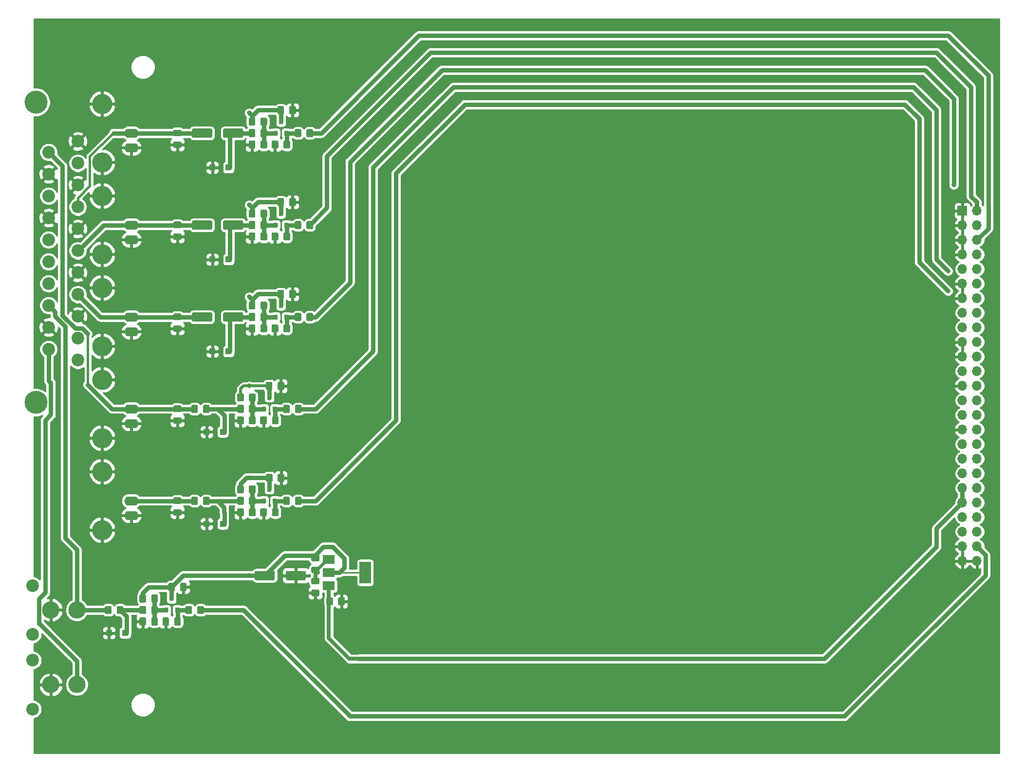
<source format=gbr>
G04 #@! TF.GenerationSoftware,KiCad,Pcbnew,(5.1.5)-2*
G04 #@! TF.CreationDate,2020-05-21T02:07:57+12:00*
G04 #@! TF.ProjectId,JVCard,4a564361-7264-42e6-9b69-6361645f7063,rev?*
G04 #@! TF.SameCoordinates,Original*
G04 #@! TF.FileFunction,Copper,L1,Top*
G04 #@! TF.FilePolarity,Positive*
%FSLAX46Y46*%
G04 Gerber Fmt 4.6, Leading zero omitted, Abs format (unit mm)*
G04 Created by KiCad (PCBNEW (5.1.5)-2) date 2020-05-21 02:07:57*
%MOMM*%
%LPD*%
G04 APERTURE LIST*
%ADD10C,4.000000*%
%ADD11C,2.200000*%
%ADD12O,3.500000X3.500000*%
%ADD13O,2.500000X1.600000*%
%ADD14R,2.000000X1.500000*%
%ADD15R,2.000000X3.800000*%
%ADD16C,0.100000*%
%ADD17R,1.100000X1.100000*%
%ADD18R,0.800000X0.900000*%
%ADD19O,3.000000X3.000000*%
%ADD20O,1.700000X1.700000*%
%ADD21R,1.700000X1.700000*%
%ADD22C,0.800000*%
%ADD23C,0.800000*%
%ADD24C,0.700000*%
%ADD25C,0.500000*%
%ADD26C,0.250000*%
%ADD27C,0.400000*%
%ADD28C,0.254000*%
G04 APERTURE END LIST*
D10*
X-58600000Y-77880000D03*
X-58600000Y-25610000D03*
D11*
X-56400000Y-68610000D03*
X-51320000Y-66705000D03*
X-56400000Y-64800000D03*
X-51320000Y-62895000D03*
X-56400000Y-60990000D03*
X-51320000Y-59085000D03*
X-56400000Y-57180000D03*
X-51320000Y-55275000D03*
X-56400000Y-53370000D03*
X-51320000Y-51465000D03*
X-56400000Y-49560000D03*
X-51320000Y-47655000D03*
X-56400000Y-34320000D03*
X-51320000Y-43845000D03*
X-56400000Y-45750000D03*
X-51320000Y-40035000D03*
X-56400000Y-41940000D03*
X-51320000Y-36225000D03*
X-56400000Y-38130000D03*
X-51320000Y-32415000D03*
X-51320000Y-70515000D03*
D12*
X-47080000Y-100080000D03*
X-47080000Y-89920000D03*
D13*
X-42000000Y-95000000D03*
X-42000000Y-97540000D03*
D12*
X-47080000Y-36080000D03*
X-47080000Y-25920000D03*
D13*
X-42000000Y-31000000D03*
X-42000000Y-33540000D03*
D12*
X-47080000Y-84080000D03*
X-47080000Y-73920000D03*
D13*
X-42000000Y-79000000D03*
X-42000000Y-81540000D03*
D12*
X-47080000Y-52080000D03*
X-47080000Y-41920000D03*
D13*
X-42000000Y-47000000D03*
X-42000000Y-49540000D03*
D12*
X-47080000Y-68080000D03*
X-47080000Y-57920000D03*
D13*
X-42000000Y-63000000D03*
X-42000000Y-65540000D03*
D14*
X-7650000Y-105200000D03*
X-7650000Y-109800000D03*
X-7650000Y-107500000D03*
D15*
X-1350000Y-107500000D03*
G04 #@! TA.AperFunction,SMDPad,CuDef*
D16*
G36*
X-9525495Y-110451204D02*
G01*
X-9501227Y-110454804D01*
X-9477428Y-110460765D01*
X-9454329Y-110469030D01*
X-9432150Y-110479520D01*
X-9411107Y-110492132D01*
X-9391401Y-110506747D01*
X-9373223Y-110523223D01*
X-9356747Y-110541401D01*
X-9342132Y-110561107D01*
X-9329520Y-110582150D01*
X-9319030Y-110604329D01*
X-9310765Y-110627428D01*
X-9304804Y-110651227D01*
X-9301204Y-110675495D01*
X-9300000Y-110699999D01*
X-9300000Y-111350001D01*
X-9301204Y-111374505D01*
X-9304804Y-111398773D01*
X-9310765Y-111422572D01*
X-9319030Y-111445671D01*
X-9329520Y-111467850D01*
X-9342132Y-111488893D01*
X-9356747Y-111508599D01*
X-9373223Y-111526777D01*
X-9391401Y-111543253D01*
X-9411107Y-111557868D01*
X-9432150Y-111570480D01*
X-9454329Y-111580970D01*
X-9477428Y-111589235D01*
X-9501227Y-111595196D01*
X-9525495Y-111598796D01*
X-9549999Y-111600000D01*
X-10450001Y-111600000D01*
X-10474505Y-111598796D01*
X-10498773Y-111595196D01*
X-10522572Y-111589235D01*
X-10545671Y-111580970D01*
X-10567850Y-111570480D01*
X-10588893Y-111557868D01*
X-10608599Y-111543253D01*
X-10626777Y-111526777D01*
X-10643253Y-111508599D01*
X-10657868Y-111488893D01*
X-10670480Y-111467850D01*
X-10680970Y-111445671D01*
X-10689235Y-111422572D01*
X-10695196Y-111398773D01*
X-10698796Y-111374505D01*
X-10700000Y-111350001D01*
X-10700000Y-110699999D01*
X-10698796Y-110675495D01*
X-10695196Y-110651227D01*
X-10689235Y-110627428D01*
X-10680970Y-110604329D01*
X-10670480Y-110582150D01*
X-10657868Y-110561107D01*
X-10643253Y-110541401D01*
X-10626777Y-110523223D01*
X-10608599Y-110506747D01*
X-10588893Y-110492132D01*
X-10567850Y-110479520D01*
X-10545671Y-110469030D01*
X-10522572Y-110460765D01*
X-10498773Y-110454804D01*
X-10474505Y-110451204D01*
X-10450001Y-110450000D01*
X-9549999Y-110450000D01*
X-9525495Y-110451204D01*
G37*
G04 #@! TD.AperFunction*
G04 #@! TA.AperFunction,SMDPad,CuDef*
G36*
X-9525495Y-108401204D02*
G01*
X-9501227Y-108404804D01*
X-9477428Y-108410765D01*
X-9454329Y-108419030D01*
X-9432150Y-108429520D01*
X-9411107Y-108442132D01*
X-9391401Y-108456747D01*
X-9373223Y-108473223D01*
X-9356747Y-108491401D01*
X-9342132Y-108511107D01*
X-9329520Y-108532150D01*
X-9319030Y-108554329D01*
X-9310765Y-108577428D01*
X-9304804Y-108601227D01*
X-9301204Y-108625495D01*
X-9300000Y-108649999D01*
X-9300000Y-109300001D01*
X-9301204Y-109324505D01*
X-9304804Y-109348773D01*
X-9310765Y-109372572D01*
X-9319030Y-109395671D01*
X-9329520Y-109417850D01*
X-9342132Y-109438893D01*
X-9356747Y-109458599D01*
X-9373223Y-109476777D01*
X-9391401Y-109493253D01*
X-9411107Y-109507868D01*
X-9432150Y-109520480D01*
X-9454329Y-109530970D01*
X-9477428Y-109539235D01*
X-9501227Y-109545196D01*
X-9525495Y-109548796D01*
X-9549999Y-109550000D01*
X-10450001Y-109550000D01*
X-10474505Y-109548796D01*
X-10498773Y-109545196D01*
X-10522572Y-109539235D01*
X-10545671Y-109530970D01*
X-10567850Y-109520480D01*
X-10588893Y-109507868D01*
X-10608599Y-109493253D01*
X-10626777Y-109476777D01*
X-10643253Y-109458599D01*
X-10657868Y-109438893D01*
X-10670480Y-109417850D01*
X-10680970Y-109395671D01*
X-10689235Y-109372572D01*
X-10695196Y-109348773D01*
X-10698796Y-109324505D01*
X-10700000Y-109300001D01*
X-10700000Y-108649999D01*
X-10698796Y-108625495D01*
X-10695196Y-108601227D01*
X-10689235Y-108577428D01*
X-10680970Y-108554329D01*
X-10670480Y-108532150D01*
X-10657868Y-108511107D01*
X-10643253Y-108491401D01*
X-10626777Y-108473223D01*
X-10608599Y-108456747D01*
X-10588893Y-108442132D01*
X-10567850Y-108429520D01*
X-10545671Y-108419030D01*
X-10522572Y-108410765D01*
X-10498773Y-108404804D01*
X-10474505Y-108401204D01*
X-10450001Y-108400000D01*
X-9549999Y-108400000D01*
X-9525495Y-108401204D01*
G37*
G04 #@! TD.AperFunction*
G04 #@! TA.AperFunction,SMDPad,CuDef*
G36*
X-9525495Y-106451204D02*
G01*
X-9501227Y-106454804D01*
X-9477428Y-106460765D01*
X-9454329Y-106469030D01*
X-9432150Y-106479520D01*
X-9411107Y-106492132D01*
X-9391401Y-106506747D01*
X-9373223Y-106523223D01*
X-9356747Y-106541401D01*
X-9342132Y-106561107D01*
X-9329520Y-106582150D01*
X-9319030Y-106604329D01*
X-9310765Y-106627428D01*
X-9304804Y-106651227D01*
X-9301204Y-106675495D01*
X-9300000Y-106699999D01*
X-9300000Y-107350001D01*
X-9301204Y-107374505D01*
X-9304804Y-107398773D01*
X-9310765Y-107422572D01*
X-9319030Y-107445671D01*
X-9329520Y-107467850D01*
X-9342132Y-107488893D01*
X-9356747Y-107508599D01*
X-9373223Y-107526777D01*
X-9391401Y-107543253D01*
X-9411107Y-107557868D01*
X-9432150Y-107570480D01*
X-9454329Y-107580970D01*
X-9477428Y-107589235D01*
X-9501227Y-107595196D01*
X-9525495Y-107598796D01*
X-9549999Y-107600000D01*
X-10450001Y-107600000D01*
X-10474505Y-107598796D01*
X-10498773Y-107595196D01*
X-10522572Y-107589235D01*
X-10545671Y-107580970D01*
X-10567850Y-107570480D01*
X-10588893Y-107557868D01*
X-10608599Y-107543253D01*
X-10626777Y-107526777D01*
X-10643253Y-107508599D01*
X-10657868Y-107488893D01*
X-10670480Y-107467850D01*
X-10680970Y-107445671D01*
X-10689235Y-107422572D01*
X-10695196Y-107398773D01*
X-10698796Y-107374505D01*
X-10700000Y-107350001D01*
X-10700000Y-106699999D01*
X-10698796Y-106675495D01*
X-10695196Y-106651227D01*
X-10689235Y-106627428D01*
X-10680970Y-106604329D01*
X-10670480Y-106582150D01*
X-10657868Y-106561107D01*
X-10643253Y-106541401D01*
X-10626777Y-106523223D01*
X-10608599Y-106506747D01*
X-10588893Y-106492132D01*
X-10567850Y-106479520D01*
X-10545671Y-106469030D01*
X-10522572Y-106460765D01*
X-10498773Y-106454804D01*
X-10474505Y-106451204D01*
X-10450001Y-106450000D01*
X-9549999Y-106450000D01*
X-9525495Y-106451204D01*
G37*
G04 #@! TD.AperFunction*
G04 #@! TA.AperFunction,SMDPad,CuDef*
G36*
X-9525495Y-104401204D02*
G01*
X-9501227Y-104404804D01*
X-9477428Y-104410765D01*
X-9454329Y-104419030D01*
X-9432150Y-104429520D01*
X-9411107Y-104442132D01*
X-9391401Y-104456747D01*
X-9373223Y-104473223D01*
X-9356747Y-104491401D01*
X-9342132Y-104511107D01*
X-9329520Y-104532150D01*
X-9319030Y-104554329D01*
X-9310765Y-104577428D01*
X-9304804Y-104601227D01*
X-9301204Y-104625495D01*
X-9300000Y-104649999D01*
X-9300000Y-105300001D01*
X-9301204Y-105324505D01*
X-9304804Y-105348773D01*
X-9310765Y-105372572D01*
X-9319030Y-105395671D01*
X-9329520Y-105417850D01*
X-9342132Y-105438893D01*
X-9356747Y-105458599D01*
X-9373223Y-105476777D01*
X-9391401Y-105493253D01*
X-9411107Y-105507868D01*
X-9432150Y-105520480D01*
X-9454329Y-105530970D01*
X-9477428Y-105539235D01*
X-9501227Y-105545196D01*
X-9525495Y-105548796D01*
X-9549999Y-105550000D01*
X-10450001Y-105550000D01*
X-10474505Y-105548796D01*
X-10498773Y-105545196D01*
X-10522572Y-105539235D01*
X-10545671Y-105530970D01*
X-10567850Y-105520480D01*
X-10588893Y-105507868D01*
X-10608599Y-105493253D01*
X-10626777Y-105476777D01*
X-10643253Y-105458599D01*
X-10657868Y-105438893D01*
X-10670480Y-105417850D01*
X-10680970Y-105395671D01*
X-10689235Y-105372572D01*
X-10695196Y-105348773D01*
X-10698796Y-105324505D01*
X-10700000Y-105300001D01*
X-10700000Y-104649999D01*
X-10698796Y-104625495D01*
X-10695196Y-104601227D01*
X-10689235Y-104577428D01*
X-10680970Y-104554329D01*
X-10670480Y-104532150D01*
X-10657868Y-104511107D01*
X-10643253Y-104491401D01*
X-10626777Y-104473223D01*
X-10608599Y-104456747D01*
X-10588893Y-104442132D01*
X-10567850Y-104429520D01*
X-10545671Y-104419030D01*
X-10522572Y-104410765D01*
X-10498773Y-104404804D01*
X-10474505Y-104401204D01*
X-10450001Y-104400000D01*
X-9549999Y-104400000D01*
X-9525495Y-104401204D01*
G37*
G04 #@! TD.AperFunction*
D17*
X-45900000Y-118000000D03*
X-43100000Y-118000000D03*
X-28900000Y-99000000D03*
X-26100000Y-99000000D03*
X-28900000Y-83000000D03*
X-26100000Y-83000000D03*
X-27900000Y-69000000D03*
X-25100000Y-69000000D03*
X-27900000Y-53000000D03*
X-25100000Y-53000000D03*
X-27900000Y-37000000D03*
X-25100000Y-37000000D03*
G04 #@! TA.AperFunction,SMDPad,CuDef*
D16*
G36*
X-31675495Y-113301204D02*
G01*
X-31651227Y-113304804D01*
X-31627428Y-113310765D01*
X-31604329Y-113319030D01*
X-31582150Y-113329520D01*
X-31561107Y-113342132D01*
X-31541401Y-113356747D01*
X-31523223Y-113373223D01*
X-31506747Y-113391401D01*
X-31492132Y-113411107D01*
X-31479520Y-113432150D01*
X-31469030Y-113454329D01*
X-31460765Y-113477428D01*
X-31454804Y-113501227D01*
X-31451204Y-113525495D01*
X-31450000Y-113549999D01*
X-31450000Y-114450001D01*
X-31451204Y-114474505D01*
X-31454804Y-114498773D01*
X-31460765Y-114522572D01*
X-31469030Y-114545671D01*
X-31479520Y-114567850D01*
X-31492132Y-114588893D01*
X-31506747Y-114608599D01*
X-31523223Y-114626777D01*
X-31541401Y-114643253D01*
X-31561107Y-114657868D01*
X-31582150Y-114670480D01*
X-31604329Y-114680970D01*
X-31627428Y-114689235D01*
X-31651227Y-114695196D01*
X-31675495Y-114698796D01*
X-31699999Y-114700000D01*
X-32350001Y-114700000D01*
X-32374505Y-114698796D01*
X-32398773Y-114695196D01*
X-32422572Y-114689235D01*
X-32445671Y-114680970D01*
X-32467850Y-114670480D01*
X-32488893Y-114657868D01*
X-32508599Y-114643253D01*
X-32526777Y-114626777D01*
X-32543253Y-114608599D01*
X-32557868Y-114588893D01*
X-32570480Y-114567850D01*
X-32580970Y-114545671D01*
X-32589235Y-114522572D01*
X-32595196Y-114498773D01*
X-32598796Y-114474505D01*
X-32600000Y-114450001D01*
X-32600000Y-113549999D01*
X-32598796Y-113525495D01*
X-32595196Y-113501227D01*
X-32589235Y-113477428D01*
X-32580970Y-113454329D01*
X-32570480Y-113432150D01*
X-32557868Y-113411107D01*
X-32543253Y-113391401D01*
X-32526777Y-113373223D01*
X-32508599Y-113356747D01*
X-32488893Y-113342132D01*
X-32467850Y-113329520D01*
X-32445671Y-113319030D01*
X-32422572Y-113310765D01*
X-32398773Y-113304804D01*
X-32374505Y-113301204D01*
X-32350001Y-113300000D01*
X-31699999Y-113300000D01*
X-31675495Y-113301204D01*
G37*
G04 #@! TD.AperFunction*
G04 #@! TA.AperFunction,SMDPad,CuDef*
G36*
X-29625495Y-113301204D02*
G01*
X-29601227Y-113304804D01*
X-29577428Y-113310765D01*
X-29554329Y-113319030D01*
X-29532150Y-113329520D01*
X-29511107Y-113342132D01*
X-29491401Y-113356747D01*
X-29473223Y-113373223D01*
X-29456747Y-113391401D01*
X-29442132Y-113411107D01*
X-29429520Y-113432150D01*
X-29419030Y-113454329D01*
X-29410765Y-113477428D01*
X-29404804Y-113501227D01*
X-29401204Y-113525495D01*
X-29400000Y-113549999D01*
X-29400000Y-114450001D01*
X-29401204Y-114474505D01*
X-29404804Y-114498773D01*
X-29410765Y-114522572D01*
X-29419030Y-114545671D01*
X-29429520Y-114567850D01*
X-29442132Y-114588893D01*
X-29456747Y-114608599D01*
X-29473223Y-114626777D01*
X-29491401Y-114643253D01*
X-29511107Y-114657868D01*
X-29532150Y-114670480D01*
X-29554329Y-114680970D01*
X-29577428Y-114689235D01*
X-29601227Y-114695196D01*
X-29625495Y-114698796D01*
X-29649999Y-114700000D01*
X-30300001Y-114700000D01*
X-30324505Y-114698796D01*
X-30348773Y-114695196D01*
X-30372572Y-114689235D01*
X-30395671Y-114680970D01*
X-30417850Y-114670480D01*
X-30438893Y-114657868D01*
X-30458599Y-114643253D01*
X-30476777Y-114626777D01*
X-30493253Y-114608599D01*
X-30507868Y-114588893D01*
X-30520480Y-114567850D01*
X-30530970Y-114545671D01*
X-30539235Y-114522572D01*
X-30545196Y-114498773D01*
X-30548796Y-114474505D01*
X-30550000Y-114450001D01*
X-30550000Y-113549999D01*
X-30548796Y-113525495D01*
X-30545196Y-113501227D01*
X-30539235Y-113477428D01*
X-30530970Y-113454329D01*
X-30520480Y-113432150D01*
X-30507868Y-113411107D01*
X-30493253Y-113391401D01*
X-30476777Y-113373223D01*
X-30458599Y-113356747D01*
X-30438893Y-113342132D01*
X-30417850Y-113329520D01*
X-30395671Y-113319030D01*
X-30372572Y-113310765D01*
X-30348773Y-113304804D01*
X-30324505Y-113301204D01*
X-30300001Y-113300000D01*
X-29649999Y-113300000D01*
X-29625495Y-113301204D01*
G37*
G04 #@! TD.AperFunction*
G04 #@! TA.AperFunction,SMDPad,CuDef*
G36*
X-14675495Y-94301204D02*
G01*
X-14651227Y-94304804D01*
X-14627428Y-94310765D01*
X-14604329Y-94319030D01*
X-14582150Y-94329520D01*
X-14561107Y-94342132D01*
X-14541401Y-94356747D01*
X-14523223Y-94373223D01*
X-14506747Y-94391401D01*
X-14492132Y-94411107D01*
X-14479520Y-94432150D01*
X-14469030Y-94454329D01*
X-14460765Y-94477428D01*
X-14454804Y-94501227D01*
X-14451204Y-94525495D01*
X-14450000Y-94549999D01*
X-14450000Y-95450001D01*
X-14451204Y-95474505D01*
X-14454804Y-95498773D01*
X-14460765Y-95522572D01*
X-14469030Y-95545671D01*
X-14479520Y-95567850D01*
X-14492132Y-95588893D01*
X-14506747Y-95608599D01*
X-14523223Y-95626777D01*
X-14541401Y-95643253D01*
X-14561107Y-95657868D01*
X-14582150Y-95670480D01*
X-14604329Y-95680970D01*
X-14627428Y-95689235D01*
X-14651227Y-95695196D01*
X-14675495Y-95698796D01*
X-14699999Y-95700000D01*
X-15350001Y-95700000D01*
X-15374505Y-95698796D01*
X-15398773Y-95695196D01*
X-15422572Y-95689235D01*
X-15445671Y-95680970D01*
X-15467850Y-95670480D01*
X-15488893Y-95657868D01*
X-15508599Y-95643253D01*
X-15526777Y-95626777D01*
X-15543253Y-95608599D01*
X-15557868Y-95588893D01*
X-15570480Y-95567850D01*
X-15580970Y-95545671D01*
X-15589235Y-95522572D01*
X-15595196Y-95498773D01*
X-15598796Y-95474505D01*
X-15600000Y-95450001D01*
X-15600000Y-94549999D01*
X-15598796Y-94525495D01*
X-15595196Y-94501227D01*
X-15589235Y-94477428D01*
X-15580970Y-94454329D01*
X-15570480Y-94432150D01*
X-15557868Y-94411107D01*
X-15543253Y-94391401D01*
X-15526777Y-94373223D01*
X-15508599Y-94356747D01*
X-15488893Y-94342132D01*
X-15467850Y-94329520D01*
X-15445671Y-94319030D01*
X-15422572Y-94310765D01*
X-15398773Y-94304804D01*
X-15374505Y-94301204D01*
X-15350001Y-94300000D01*
X-14699999Y-94300000D01*
X-14675495Y-94301204D01*
G37*
G04 #@! TD.AperFunction*
G04 #@! TA.AperFunction,SMDPad,CuDef*
G36*
X-12625495Y-94301204D02*
G01*
X-12601227Y-94304804D01*
X-12577428Y-94310765D01*
X-12554329Y-94319030D01*
X-12532150Y-94329520D01*
X-12511107Y-94342132D01*
X-12491401Y-94356747D01*
X-12473223Y-94373223D01*
X-12456747Y-94391401D01*
X-12442132Y-94411107D01*
X-12429520Y-94432150D01*
X-12419030Y-94454329D01*
X-12410765Y-94477428D01*
X-12404804Y-94501227D01*
X-12401204Y-94525495D01*
X-12400000Y-94549999D01*
X-12400000Y-95450001D01*
X-12401204Y-95474505D01*
X-12404804Y-95498773D01*
X-12410765Y-95522572D01*
X-12419030Y-95545671D01*
X-12429520Y-95567850D01*
X-12442132Y-95588893D01*
X-12456747Y-95608599D01*
X-12473223Y-95626777D01*
X-12491401Y-95643253D01*
X-12511107Y-95657868D01*
X-12532150Y-95670480D01*
X-12554329Y-95680970D01*
X-12577428Y-95689235D01*
X-12601227Y-95695196D01*
X-12625495Y-95698796D01*
X-12649999Y-95700000D01*
X-13300001Y-95700000D01*
X-13324505Y-95698796D01*
X-13348773Y-95695196D01*
X-13372572Y-95689235D01*
X-13395671Y-95680970D01*
X-13417850Y-95670480D01*
X-13438893Y-95657868D01*
X-13458599Y-95643253D01*
X-13476777Y-95626777D01*
X-13493253Y-95608599D01*
X-13507868Y-95588893D01*
X-13520480Y-95567850D01*
X-13530970Y-95545671D01*
X-13539235Y-95522572D01*
X-13545196Y-95498773D01*
X-13548796Y-95474505D01*
X-13550000Y-95450001D01*
X-13550000Y-94549999D01*
X-13548796Y-94525495D01*
X-13545196Y-94501227D01*
X-13539235Y-94477428D01*
X-13530970Y-94454329D01*
X-13520480Y-94432150D01*
X-13507868Y-94411107D01*
X-13493253Y-94391401D01*
X-13476777Y-94373223D01*
X-13458599Y-94356747D01*
X-13438893Y-94342132D01*
X-13417850Y-94329520D01*
X-13395671Y-94319030D01*
X-13372572Y-94310765D01*
X-13348773Y-94304804D01*
X-13324505Y-94301204D01*
X-13300001Y-94300000D01*
X-12649999Y-94300000D01*
X-12625495Y-94301204D01*
G37*
G04 #@! TD.AperFunction*
G04 #@! TA.AperFunction,SMDPad,CuDef*
G36*
X-14675495Y-78301204D02*
G01*
X-14651227Y-78304804D01*
X-14627428Y-78310765D01*
X-14604329Y-78319030D01*
X-14582150Y-78329520D01*
X-14561107Y-78342132D01*
X-14541401Y-78356747D01*
X-14523223Y-78373223D01*
X-14506747Y-78391401D01*
X-14492132Y-78411107D01*
X-14479520Y-78432150D01*
X-14469030Y-78454329D01*
X-14460765Y-78477428D01*
X-14454804Y-78501227D01*
X-14451204Y-78525495D01*
X-14450000Y-78549999D01*
X-14450000Y-79450001D01*
X-14451204Y-79474505D01*
X-14454804Y-79498773D01*
X-14460765Y-79522572D01*
X-14469030Y-79545671D01*
X-14479520Y-79567850D01*
X-14492132Y-79588893D01*
X-14506747Y-79608599D01*
X-14523223Y-79626777D01*
X-14541401Y-79643253D01*
X-14561107Y-79657868D01*
X-14582150Y-79670480D01*
X-14604329Y-79680970D01*
X-14627428Y-79689235D01*
X-14651227Y-79695196D01*
X-14675495Y-79698796D01*
X-14699999Y-79700000D01*
X-15350001Y-79700000D01*
X-15374505Y-79698796D01*
X-15398773Y-79695196D01*
X-15422572Y-79689235D01*
X-15445671Y-79680970D01*
X-15467850Y-79670480D01*
X-15488893Y-79657868D01*
X-15508599Y-79643253D01*
X-15526777Y-79626777D01*
X-15543253Y-79608599D01*
X-15557868Y-79588893D01*
X-15570480Y-79567850D01*
X-15580970Y-79545671D01*
X-15589235Y-79522572D01*
X-15595196Y-79498773D01*
X-15598796Y-79474505D01*
X-15600000Y-79450001D01*
X-15600000Y-78549999D01*
X-15598796Y-78525495D01*
X-15595196Y-78501227D01*
X-15589235Y-78477428D01*
X-15580970Y-78454329D01*
X-15570480Y-78432150D01*
X-15557868Y-78411107D01*
X-15543253Y-78391401D01*
X-15526777Y-78373223D01*
X-15508599Y-78356747D01*
X-15488893Y-78342132D01*
X-15467850Y-78329520D01*
X-15445671Y-78319030D01*
X-15422572Y-78310765D01*
X-15398773Y-78304804D01*
X-15374505Y-78301204D01*
X-15350001Y-78300000D01*
X-14699999Y-78300000D01*
X-14675495Y-78301204D01*
G37*
G04 #@! TD.AperFunction*
G04 #@! TA.AperFunction,SMDPad,CuDef*
G36*
X-12625495Y-78301204D02*
G01*
X-12601227Y-78304804D01*
X-12577428Y-78310765D01*
X-12554329Y-78319030D01*
X-12532150Y-78329520D01*
X-12511107Y-78342132D01*
X-12491401Y-78356747D01*
X-12473223Y-78373223D01*
X-12456747Y-78391401D01*
X-12442132Y-78411107D01*
X-12429520Y-78432150D01*
X-12419030Y-78454329D01*
X-12410765Y-78477428D01*
X-12404804Y-78501227D01*
X-12401204Y-78525495D01*
X-12400000Y-78549999D01*
X-12400000Y-79450001D01*
X-12401204Y-79474505D01*
X-12404804Y-79498773D01*
X-12410765Y-79522572D01*
X-12419030Y-79545671D01*
X-12429520Y-79567850D01*
X-12442132Y-79588893D01*
X-12456747Y-79608599D01*
X-12473223Y-79626777D01*
X-12491401Y-79643253D01*
X-12511107Y-79657868D01*
X-12532150Y-79670480D01*
X-12554329Y-79680970D01*
X-12577428Y-79689235D01*
X-12601227Y-79695196D01*
X-12625495Y-79698796D01*
X-12649999Y-79700000D01*
X-13300001Y-79700000D01*
X-13324505Y-79698796D01*
X-13348773Y-79695196D01*
X-13372572Y-79689235D01*
X-13395671Y-79680970D01*
X-13417850Y-79670480D01*
X-13438893Y-79657868D01*
X-13458599Y-79643253D01*
X-13476777Y-79626777D01*
X-13493253Y-79608599D01*
X-13507868Y-79588893D01*
X-13520480Y-79567850D01*
X-13530970Y-79545671D01*
X-13539235Y-79522572D01*
X-13545196Y-79498773D01*
X-13548796Y-79474505D01*
X-13550000Y-79450001D01*
X-13550000Y-78549999D01*
X-13548796Y-78525495D01*
X-13545196Y-78501227D01*
X-13539235Y-78477428D01*
X-13530970Y-78454329D01*
X-13520480Y-78432150D01*
X-13507868Y-78411107D01*
X-13493253Y-78391401D01*
X-13476777Y-78373223D01*
X-13458599Y-78356747D01*
X-13438893Y-78342132D01*
X-13417850Y-78329520D01*
X-13395671Y-78319030D01*
X-13372572Y-78310765D01*
X-13348773Y-78304804D01*
X-13324505Y-78301204D01*
X-13300001Y-78300000D01*
X-12649999Y-78300000D01*
X-12625495Y-78301204D01*
G37*
G04 #@! TD.AperFunction*
G04 #@! TA.AperFunction,SMDPad,CuDef*
G36*
X-12675495Y-62301204D02*
G01*
X-12651227Y-62304804D01*
X-12627428Y-62310765D01*
X-12604329Y-62319030D01*
X-12582150Y-62329520D01*
X-12561107Y-62342132D01*
X-12541401Y-62356747D01*
X-12523223Y-62373223D01*
X-12506747Y-62391401D01*
X-12492132Y-62411107D01*
X-12479520Y-62432150D01*
X-12469030Y-62454329D01*
X-12460765Y-62477428D01*
X-12454804Y-62501227D01*
X-12451204Y-62525495D01*
X-12450000Y-62549999D01*
X-12450000Y-63450001D01*
X-12451204Y-63474505D01*
X-12454804Y-63498773D01*
X-12460765Y-63522572D01*
X-12469030Y-63545671D01*
X-12479520Y-63567850D01*
X-12492132Y-63588893D01*
X-12506747Y-63608599D01*
X-12523223Y-63626777D01*
X-12541401Y-63643253D01*
X-12561107Y-63657868D01*
X-12582150Y-63670480D01*
X-12604329Y-63680970D01*
X-12627428Y-63689235D01*
X-12651227Y-63695196D01*
X-12675495Y-63698796D01*
X-12699999Y-63700000D01*
X-13350001Y-63700000D01*
X-13374505Y-63698796D01*
X-13398773Y-63695196D01*
X-13422572Y-63689235D01*
X-13445671Y-63680970D01*
X-13467850Y-63670480D01*
X-13488893Y-63657868D01*
X-13508599Y-63643253D01*
X-13526777Y-63626777D01*
X-13543253Y-63608599D01*
X-13557868Y-63588893D01*
X-13570480Y-63567850D01*
X-13580970Y-63545671D01*
X-13589235Y-63522572D01*
X-13595196Y-63498773D01*
X-13598796Y-63474505D01*
X-13600000Y-63450001D01*
X-13600000Y-62549999D01*
X-13598796Y-62525495D01*
X-13595196Y-62501227D01*
X-13589235Y-62477428D01*
X-13580970Y-62454329D01*
X-13570480Y-62432150D01*
X-13557868Y-62411107D01*
X-13543253Y-62391401D01*
X-13526777Y-62373223D01*
X-13508599Y-62356747D01*
X-13488893Y-62342132D01*
X-13467850Y-62329520D01*
X-13445671Y-62319030D01*
X-13422572Y-62310765D01*
X-13398773Y-62304804D01*
X-13374505Y-62301204D01*
X-13350001Y-62300000D01*
X-12699999Y-62300000D01*
X-12675495Y-62301204D01*
G37*
G04 #@! TD.AperFunction*
G04 #@! TA.AperFunction,SMDPad,CuDef*
G36*
X-10625495Y-62301204D02*
G01*
X-10601227Y-62304804D01*
X-10577428Y-62310765D01*
X-10554329Y-62319030D01*
X-10532150Y-62329520D01*
X-10511107Y-62342132D01*
X-10491401Y-62356747D01*
X-10473223Y-62373223D01*
X-10456747Y-62391401D01*
X-10442132Y-62411107D01*
X-10429520Y-62432150D01*
X-10419030Y-62454329D01*
X-10410765Y-62477428D01*
X-10404804Y-62501227D01*
X-10401204Y-62525495D01*
X-10400000Y-62549999D01*
X-10400000Y-63450001D01*
X-10401204Y-63474505D01*
X-10404804Y-63498773D01*
X-10410765Y-63522572D01*
X-10419030Y-63545671D01*
X-10429520Y-63567850D01*
X-10442132Y-63588893D01*
X-10456747Y-63608599D01*
X-10473223Y-63626777D01*
X-10491401Y-63643253D01*
X-10511107Y-63657868D01*
X-10532150Y-63670480D01*
X-10554329Y-63680970D01*
X-10577428Y-63689235D01*
X-10601227Y-63695196D01*
X-10625495Y-63698796D01*
X-10649999Y-63700000D01*
X-11300001Y-63700000D01*
X-11324505Y-63698796D01*
X-11348773Y-63695196D01*
X-11372572Y-63689235D01*
X-11395671Y-63680970D01*
X-11417850Y-63670480D01*
X-11438893Y-63657868D01*
X-11458599Y-63643253D01*
X-11476777Y-63626777D01*
X-11493253Y-63608599D01*
X-11507868Y-63588893D01*
X-11520480Y-63567850D01*
X-11530970Y-63545671D01*
X-11539235Y-63522572D01*
X-11545196Y-63498773D01*
X-11548796Y-63474505D01*
X-11550000Y-63450001D01*
X-11550000Y-62549999D01*
X-11548796Y-62525495D01*
X-11545196Y-62501227D01*
X-11539235Y-62477428D01*
X-11530970Y-62454329D01*
X-11520480Y-62432150D01*
X-11507868Y-62411107D01*
X-11493253Y-62391401D01*
X-11476777Y-62373223D01*
X-11458599Y-62356747D01*
X-11438893Y-62342132D01*
X-11417850Y-62329520D01*
X-11395671Y-62319030D01*
X-11372572Y-62310765D01*
X-11348773Y-62304804D01*
X-11324505Y-62301204D01*
X-11300001Y-62300000D01*
X-10649999Y-62300000D01*
X-10625495Y-62301204D01*
G37*
G04 #@! TD.AperFunction*
G04 #@! TA.AperFunction,SMDPad,CuDef*
G36*
X-12675495Y-46301204D02*
G01*
X-12651227Y-46304804D01*
X-12627428Y-46310765D01*
X-12604329Y-46319030D01*
X-12582150Y-46329520D01*
X-12561107Y-46342132D01*
X-12541401Y-46356747D01*
X-12523223Y-46373223D01*
X-12506747Y-46391401D01*
X-12492132Y-46411107D01*
X-12479520Y-46432150D01*
X-12469030Y-46454329D01*
X-12460765Y-46477428D01*
X-12454804Y-46501227D01*
X-12451204Y-46525495D01*
X-12450000Y-46549999D01*
X-12450000Y-47450001D01*
X-12451204Y-47474505D01*
X-12454804Y-47498773D01*
X-12460765Y-47522572D01*
X-12469030Y-47545671D01*
X-12479520Y-47567850D01*
X-12492132Y-47588893D01*
X-12506747Y-47608599D01*
X-12523223Y-47626777D01*
X-12541401Y-47643253D01*
X-12561107Y-47657868D01*
X-12582150Y-47670480D01*
X-12604329Y-47680970D01*
X-12627428Y-47689235D01*
X-12651227Y-47695196D01*
X-12675495Y-47698796D01*
X-12699999Y-47700000D01*
X-13350001Y-47700000D01*
X-13374505Y-47698796D01*
X-13398773Y-47695196D01*
X-13422572Y-47689235D01*
X-13445671Y-47680970D01*
X-13467850Y-47670480D01*
X-13488893Y-47657868D01*
X-13508599Y-47643253D01*
X-13526777Y-47626777D01*
X-13543253Y-47608599D01*
X-13557868Y-47588893D01*
X-13570480Y-47567850D01*
X-13580970Y-47545671D01*
X-13589235Y-47522572D01*
X-13595196Y-47498773D01*
X-13598796Y-47474505D01*
X-13600000Y-47450001D01*
X-13600000Y-46549999D01*
X-13598796Y-46525495D01*
X-13595196Y-46501227D01*
X-13589235Y-46477428D01*
X-13580970Y-46454329D01*
X-13570480Y-46432150D01*
X-13557868Y-46411107D01*
X-13543253Y-46391401D01*
X-13526777Y-46373223D01*
X-13508599Y-46356747D01*
X-13488893Y-46342132D01*
X-13467850Y-46329520D01*
X-13445671Y-46319030D01*
X-13422572Y-46310765D01*
X-13398773Y-46304804D01*
X-13374505Y-46301204D01*
X-13350001Y-46300000D01*
X-12699999Y-46300000D01*
X-12675495Y-46301204D01*
G37*
G04 #@! TD.AperFunction*
G04 #@! TA.AperFunction,SMDPad,CuDef*
G36*
X-10625495Y-46301204D02*
G01*
X-10601227Y-46304804D01*
X-10577428Y-46310765D01*
X-10554329Y-46319030D01*
X-10532150Y-46329520D01*
X-10511107Y-46342132D01*
X-10491401Y-46356747D01*
X-10473223Y-46373223D01*
X-10456747Y-46391401D01*
X-10442132Y-46411107D01*
X-10429520Y-46432150D01*
X-10419030Y-46454329D01*
X-10410765Y-46477428D01*
X-10404804Y-46501227D01*
X-10401204Y-46525495D01*
X-10400000Y-46549999D01*
X-10400000Y-47450001D01*
X-10401204Y-47474505D01*
X-10404804Y-47498773D01*
X-10410765Y-47522572D01*
X-10419030Y-47545671D01*
X-10429520Y-47567850D01*
X-10442132Y-47588893D01*
X-10456747Y-47608599D01*
X-10473223Y-47626777D01*
X-10491401Y-47643253D01*
X-10511107Y-47657868D01*
X-10532150Y-47670480D01*
X-10554329Y-47680970D01*
X-10577428Y-47689235D01*
X-10601227Y-47695196D01*
X-10625495Y-47698796D01*
X-10649999Y-47700000D01*
X-11300001Y-47700000D01*
X-11324505Y-47698796D01*
X-11348773Y-47695196D01*
X-11372572Y-47689235D01*
X-11395671Y-47680970D01*
X-11417850Y-47670480D01*
X-11438893Y-47657868D01*
X-11458599Y-47643253D01*
X-11476777Y-47626777D01*
X-11493253Y-47608599D01*
X-11507868Y-47588893D01*
X-11520480Y-47567850D01*
X-11530970Y-47545671D01*
X-11539235Y-47522572D01*
X-11545196Y-47498773D01*
X-11548796Y-47474505D01*
X-11550000Y-47450001D01*
X-11550000Y-46549999D01*
X-11548796Y-46525495D01*
X-11545196Y-46501227D01*
X-11539235Y-46477428D01*
X-11530970Y-46454329D01*
X-11520480Y-46432150D01*
X-11507868Y-46411107D01*
X-11493253Y-46391401D01*
X-11476777Y-46373223D01*
X-11458599Y-46356747D01*
X-11438893Y-46342132D01*
X-11417850Y-46329520D01*
X-11395671Y-46319030D01*
X-11372572Y-46310765D01*
X-11348773Y-46304804D01*
X-11324505Y-46301204D01*
X-11300001Y-46300000D01*
X-10649999Y-46300000D01*
X-10625495Y-46301204D01*
G37*
G04 #@! TD.AperFunction*
G04 #@! TA.AperFunction,SMDPad,CuDef*
G36*
X-12675495Y-30301204D02*
G01*
X-12651227Y-30304804D01*
X-12627428Y-30310765D01*
X-12604329Y-30319030D01*
X-12582150Y-30329520D01*
X-12561107Y-30342132D01*
X-12541401Y-30356747D01*
X-12523223Y-30373223D01*
X-12506747Y-30391401D01*
X-12492132Y-30411107D01*
X-12479520Y-30432150D01*
X-12469030Y-30454329D01*
X-12460765Y-30477428D01*
X-12454804Y-30501227D01*
X-12451204Y-30525495D01*
X-12450000Y-30549999D01*
X-12450000Y-31450001D01*
X-12451204Y-31474505D01*
X-12454804Y-31498773D01*
X-12460765Y-31522572D01*
X-12469030Y-31545671D01*
X-12479520Y-31567850D01*
X-12492132Y-31588893D01*
X-12506747Y-31608599D01*
X-12523223Y-31626777D01*
X-12541401Y-31643253D01*
X-12561107Y-31657868D01*
X-12582150Y-31670480D01*
X-12604329Y-31680970D01*
X-12627428Y-31689235D01*
X-12651227Y-31695196D01*
X-12675495Y-31698796D01*
X-12699999Y-31700000D01*
X-13350001Y-31700000D01*
X-13374505Y-31698796D01*
X-13398773Y-31695196D01*
X-13422572Y-31689235D01*
X-13445671Y-31680970D01*
X-13467850Y-31670480D01*
X-13488893Y-31657868D01*
X-13508599Y-31643253D01*
X-13526777Y-31626777D01*
X-13543253Y-31608599D01*
X-13557868Y-31588893D01*
X-13570480Y-31567850D01*
X-13580970Y-31545671D01*
X-13589235Y-31522572D01*
X-13595196Y-31498773D01*
X-13598796Y-31474505D01*
X-13600000Y-31450001D01*
X-13600000Y-30549999D01*
X-13598796Y-30525495D01*
X-13595196Y-30501227D01*
X-13589235Y-30477428D01*
X-13580970Y-30454329D01*
X-13570480Y-30432150D01*
X-13557868Y-30411107D01*
X-13543253Y-30391401D01*
X-13526777Y-30373223D01*
X-13508599Y-30356747D01*
X-13488893Y-30342132D01*
X-13467850Y-30329520D01*
X-13445671Y-30319030D01*
X-13422572Y-30310765D01*
X-13398773Y-30304804D01*
X-13374505Y-30301204D01*
X-13350001Y-30300000D01*
X-12699999Y-30300000D01*
X-12675495Y-30301204D01*
G37*
G04 #@! TD.AperFunction*
G04 #@! TA.AperFunction,SMDPad,CuDef*
G36*
X-10625495Y-30301204D02*
G01*
X-10601227Y-30304804D01*
X-10577428Y-30310765D01*
X-10554329Y-30319030D01*
X-10532150Y-30329520D01*
X-10511107Y-30342132D01*
X-10491401Y-30356747D01*
X-10473223Y-30373223D01*
X-10456747Y-30391401D01*
X-10442132Y-30411107D01*
X-10429520Y-30432150D01*
X-10419030Y-30454329D01*
X-10410765Y-30477428D01*
X-10404804Y-30501227D01*
X-10401204Y-30525495D01*
X-10400000Y-30549999D01*
X-10400000Y-31450001D01*
X-10401204Y-31474505D01*
X-10404804Y-31498773D01*
X-10410765Y-31522572D01*
X-10419030Y-31545671D01*
X-10429520Y-31567850D01*
X-10442132Y-31588893D01*
X-10456747Y-31608599D01*
X-10473223Y-31626777D01*
X-10491401Y-31643253D01*
X-10511107Y-31657868D01*
X-10532150Y-31670480D01*
X-10554329Y-31680970D01*
X-10577428Y-31689235D01*
X-10601227Y-31695196D01*
X-10625495Y-31698796D01*
X-10649999Y-31700000D01*
X-11300001Y-31700000D01*
X-11324505Y-31698796D01*
X-11348773Y-31695196D01*
X-11372572Y-31689235D01*
X-11395671Y-31680970D01*
X-11417850Y-31670480D01*
X-11438893Y-31657868D01*
X-11458599Y-31643253D01*
X-11476777Y-31626777D01*
X-11493253Y-31608599D01*
X-11507868Y-31588893D01*
X-11520480Y-31567850D01*
X-11530970Y-31545671D01*
X-11539235Y-31522572D01*
X-11545196Y-31498773D01*
X-11548796Y-31474505D01*
X-11550000Y-31450001D01*
X-11550000Y-30549999D01*
X-11548796Y-30525495D01*
X-11545196Y-30501227D01*
X-11539235Y-30477428D01*
X-11530970Y-30454329D01*
X-11520480Y-30432150D01*
X-11507868Y-30411107D01*
X-11493253Y-30391401D01*
X-11476777Y-30373223D01*
X-11458599Y-30356747D01*
X-11438893Y-30342132D01*
X-11417850Y-30329520D01*
X-11395671Y-30319030D01*
X-11372572Y-30310765D01*
X-11348773Y-30304804D01*
X-11324505Y-30301204D01*
X-11300001Y-30300000D01*
X-10649999Y-30300000D01*
X-10625495Y-30301204D01*
G37*
G04 #@! TD.AperFunction*
G04 #@! TA.AperFunction,SMDPad,CuDef*
G36*
X-35675495Y-115301204D02*
G01*
X-35651227Y-115304804D01*
X-35627428Y-115310765D01*
X-35604329Y-115319030D01*
X-35582150Y-115329520D01*
X-35561107Y-115342132D01*
X-35541401Y-115356747D01*
X-35523223Y-115373223D01*
X-35506747Y-115391401D01*
X-35492132Y-115411107D01*
X-35479520Y-115432150D01*
X-35469030Y-115454329D01*
X-35460765Y-115477428D01*
X-35454804Y-115501227D01*
X-35451204Y-115525495D01*
X-35450000Y-115549999D01*
X-35450000Y-116450001D01*
X-35451204Y-116474505D01*
X-35454804Y-116498773D01*
X-35460765Y-116522572D01*
X-35469030Y-116545671D01*
X-35479520Y-116567850D01*
X-35492132Y-116588893D01*
X-35506747Y-116608599D01*
X-35523223Y-116626777D01*
X-35541401Y-116643253D01*
X-35561107Y-116657868D01*
X-35582150Y-116670480D01*
X-35604329Y-116680970D01*
X-35627428Y-116689235D01*
X-35651227Y-116695196D01*
X-35675495Y-116698796D01*
X-35699999Y-116700000D01*
X-36350001Y-116700000D01*
X-36374505Y-116698796D01*
X-36398773Y-116695196D01*
X-36422572Y-116689235D01*
X-36445671Y-116680970D01*
X-36467850Y-116670480D01*
X-36488893Y-116657868D01*
X-36508599Y-116643253D01*
X-36526777Y-116626777D01*
X-36543253Y-116608599D01*
X-36557868Y-116588893D01*
X-36570480Y-116567850D01*
X-36580970Y-116545671D01*
X-36589235Y-116522572D01*
X-36595196Y-116498773D01*
X-36598796Y-116474505D01*
X-36600000Y-116450001D01*
X-36600000Y-115549999D01*
X-36598796Y-115525495D01*
X-36595196Y-115501227D01*
X-36589235Y-115477428D01*
X-36580970Y-115454329D01*
X-36570480Y-115432150D01*
X-36557868Y-115411107D01*
X-36543253Y-115391401D01*
X-36526777Y-115373223D01*
X-36508599Y-115356747D01*
X-36488893Y-115342132D01*
X-36467850Y-115329520D01*
X-36445671Y-115319030D01*
X-36422572Y-115310765D01*
X-36398773Y-115304804D01*
X-36374505Y-115301204D01*
X-36350001Y-115300000D01*
X-35699999Y-115300000D01*
X-35675495Y-115301204D01*
G37*
G04 #@! TD.AperFunction*
G04 #@! TA.AperFunction,SMDPad,CuDef*
G36*
X-33625495Y-115301204D02*
G01*
X-33601227Y-115304804D01*
X-33577428Y-115310765D01*
X-33554329Y-115319030D01*
X-33532150Y-115329520D01*
X-33511107Y-115342132D01*
X-33491401Y-115356747D01*
X-33473223Y-115373223D01*
X-33456747Y-115391401D01*
X-33442132Y-115411107D01*
X-33429520Y-115432150D01*
X-33419030Y-115454329D01*
X-33410765Y-115477428D01*
X-33404804Y-115501227D01*
X-33401204Y-115525495D01*
X-33400000Y-115549999D01*
X-33400000Y-116450001D01*
X-33401204Y-116474505D01*
X-33404804Y-116498773D01*
X-33410765Y-116522572D01*
X-33419030Y-116545671D01*
X-33429520Y-116567850D01*
X-33442132Y-116588893D01*
X-33456747Y-116608599D01*
X-33473223Y-116626777D01*
X-33491401Y-116643253D01*
X-33511107Y-116657868D01*
X-33532150Y-116670480D01*
X-33554329Y-116680970D01*
X-33577428Y-116689235D01*
X-33601227Y-116695196D01*
X-33625495Y-116698796D01*
X-33649999Y-116700000D01*
X-34300001Y-116700000D01*
X-34324505Y-116698796D01*
X-34348773Y-116695196D01*
X-34372572Y-116689235D01*
X-34395671Y-116680970D01*
X-34417850Y-116670480D01*
X-34438893Y-116657868D01*
X-34458599Y-116643253D01*
X-34476777Y-116626777D01*
X-34493253Y-116608599D01*
X-34507868Y-116588893D01*
X-34520480Y-116567850D01*
X-34530970Y-116545671D01*
X-34539235Y-116522572D01*
X-34545196Y-116498773D01*
X-34548796Y-116474505D01*
X-34550000Y-116450001D01*
X-34550000Y-115549999D01*
X-34548796Y-115525495D01*
X-34545196Y-115501227D01*
X-34539235Y-115477428D01*
X-34530970Y-115454329D01*
X-34520480Y-115432150D01*
X-34507868Y-115411107D01*
X-34493253Y-115391401D01*
X-34476777Y-115373223D01*
X-34458599Y-115356747D01*
X-34438893Y-115342132D01*
X-34417850Y-115329520D01*
X-34395671Y-115319030D01*
X-34372572Y-115310765D01*
X-34348773Y-115304804D01*
X-34324505Y-115301204D01*
X-34300001Y-115300000D01*
X-33649999Y-115300000D01*
X-33625495Y-115301204D01*
G37*
G04 #@! TD.AperFunction*
G04 #@! TA.AperFunction,SMDPad,CuDef*
G36*
X-18675495Y-96301204D02*
G01*
X-18651227Y-96304804D01*
X-18627428Y-96310765D01*
X-18604329Y-96319030D01*
X-18582150Y-96329520D01*
X-18561107Y-96342132D01*
X-18541401Y-96356747D01*
X-18523223Y-96373223D01*
X-18506747Y-96391401D01*
X-18492132Y-96411107D01*
X-18479520Y-96432150D01*
X-18469030Y-96454329D01*
X-18460765Y-96477428D01*
X-18454804Y-96501227D01*
X-18451204Y-96525495D01*
X-18450000Y-96549999D01*
X-18450000Y-97450001D01*
X-18451204Y-97474505D01*
X-18454804Y-97498773D01*
X-18460765Y-97522572D01*
X-18469030Y-97545671D01*
X-18479520Y-97567850D01*
X-18492132Y-97588893D01*
X-18506747Y-97608599D01*
X-18523223Y-97626777D01*
X-18541401Y-97643253D01*
X-18561107Y-97657868D01*
X-18582150Y-97670480D01*
X-18604329Y-97680970D01*
X-18627428Y-97689235D01*
X-18651227Y-97695196D01*
X-18675495Y-97698796D01*
X-18699999Y-97700000D01*
X-19350001Y-97700000D01*
X-19374505Y-97698796D01*
X-19398773Y-97695196D01*
X-19422572Y-97689235D01*
X-19445671Y-97680970D01*
X-19467850Y-97670480D01*
X-19488893Y-97657868D01*
X-19508599Y-97643253D01*
X-19526777Y-97626777D01*
X-19543253Y-97608599D01*
X-19557868Y-97588893D01*
X-19570480Y-97567850D01*
X-19580970Y-97545671D01*
X-19589235Y-97522572D01*
X-19595196Y-97498773D01*
X-19598796Y-97474505D01*
X-19600000Y-97450001D01*
X-19600000Y-96549999D01*
X-19598796Y-96525495D01*
X-19595196Y-96501227D01*
X-19589235Y-96477428D01*
X-19580970Y-96454329D01*
X-19570480Y-96432150D01*
X-19557868Y-96411107D01*
X-19543253Y-96391401D01*
X-19526777Y-96373223D01*
X-19508599Y-96356747D01*
X-19488893Y-96342132D01*
X-19467850Y-96329520D01*
X-19445671Y-96319030D01*
X-19422572Y-96310765D01*
X-19398773Y-96304804D01*
X-19374505Y-96301204D01*
X-19350001Y-96300000D01*
X-18699999Y-96300000D01*
X-18675495Y-96301204D01*
G37*
G04 #@! TD.AperFunction*
G04 #@! TA.AperFunction,SMDPad,CuDef*
G36*
X-16625495Y-96301204D02*
G01*
X-16601227Y-96304804D01*
X-16577428Y-96310765D01*
X-16554329Y-96319030D01*
X-16532150Y-96329520D01*
X-16511107Y-96342132D01*
X-16491401Y-96356747D01*
X-16473223Y-96373223D01*
X-16456747Y-96391401D01*
X-16442132Y-96411107D01*
X-16429520Y-96432150D01*
X-16419030Y-96454329D01*
X-16410765Y-96477428D01*
X-16404804Y-96501227D01*
X-16401204Y-96525495D01*
X-16400000Y-96549999D01*
X-16400000Y-97450001D01*
X-16401204Y-97474505D01*
X-16404804Y-97498773D01*
X-16410765Y-97522572D01*
X-16419030Y-97545671D01*
X-16429520Y-97567850D01*
X-16442132Y-97588893D01*
X-16456747Y-97608599D01*
X-16473223Y-97626777D01*
X-16491401Y-97643253D01*
X-16511107Y-97657868D01*
X-16532150Y-97670480D01*
X-16554329Y-97680970D01*
X-16577428Y-97689235D01*
X-16601227Y-97695196D01*
X-16625495Y-97698796D01*
X-16649999Y-97700000D01*
X-17300001Y-97700000D01*
X-17324505Y-97698796D01*
X-17348773Y-97695196D01*
X-17372572Y-97689235D01*
X-17395671Y-97680970D01*
X-17417850Y-97670480D01*
X-17438893Y-97657868D01*
X-17458599Y-97643253D01*
X-17476777Y-97626777D01*
X-17493253Y-97608599D01*
X-17507868Y-97588893D01*
X-17520480Y-97567850D01*
X-17530970Y-97545671D01*
X-17539235Y-97522572D01*
X-17545196Y-97498773D01*
X-17548796Y-97474505D01*
X-17550000Y-97450001D01*
X-17550000Y-96549999D01*
X-17548796Y-96525495D01*
X-17545196Y-96501227D01*
X-17539235Y-96477428D01*
X-17530970Y-96454329D01*
X-17520480Y-96432150D01*
X-17507868Y-96411107D01*
X-17493253Y-96391401D01*
X-17476777Y-96373223D01*
X-17458599Y-96356747D01*
X-17438893Y-96342132D01*
X-17417850Y-96329520D01*
X-17395671Y-96319030D01*
X-17372572Y-96310765D01*
X-17348773Y-96304804D01*
X-17324505Y-96301204D01*
X-17300001Y-96300000D01*
X-16649999Y-96300000D01*
X-16625495Y-96301204D01*
G37*
G04 #@! TD.AperFunction*
G04 #@! TA.AperFunction,SMDPad,CuDef*
G36*
X-18675495Y-80301204D02*
G01*
X-18651227Y-80304804D01*
X-18627428Y-80310765D01*
X-18604329Y-80319030D01*
X-18582150Y-80329520D01*
X-18561107Y-80342132D01*
X-18541401Y-80356747D01*
X-18523223Y-80373223D01*
X-18506747Y-80391401D01*
X-18492132Y-80411107D01*
X-18479520Y-80432150D01*
X-18469030Y-80454329D01*
X-18460765Y-80477428D01*
X-18454804Y-80501227D01*
X-18451204Y-80525495D01*
X-18450000Y-80549999D01*
X-18450000Y-81450001D01*
X-18451204Y-81474505D01*
X-18454804Y-81498773D01*
X-18460765Y-81522572D01*
X-18469030Y-81545671D01*
X-18479520Y-81567850D01*
X-18492132Y-81588893D01*
X-18506747Y-81608599D01*
X-18523223Y-81626777D01*
X-18541401Y-81643253D01*
X-18561107Y-81657868D01*
X-18582150Y-81670480D01*
X-18604329Y-81680970D01*
X-18627428Y-81689235D01*
X-18651227Y-81695196D01*
X-18675495Y-81698796D01*
X-18699999Y-81700000D01*
X-19350001Y-81700000D01*
X-19374505Y-81698796D01*
X-19398773Y-81695196D01*
X-19422572Y-81689235D01*
X-19445671Y-81680970D01*
X-19467850Y-81670480D01*
X-19488893Y-81657868D01*
X-19508599Y-81643253D01*
X-19526777Y-81626777D01*
X-19543253Y-81608599D01*
X-19557868Y-81588893D01*
X-19570480Y-81567850D01*
X-19580970Y-81545671D01*
X-19589235Y-81522572D01*
X-19595196Y-81498773D01*
X-19598796Y-81474505D01*
X-19600000Y-81450001D01*
X-19600000Y-80549999D01*
X-19598796Y-80525495D01*
X-19595196Y-80501227D01*
X-19589235Y-80477428D01*
X-19580970Y-80454329D01*
X-19570480Y-80432150D01*
X-19557868Y-80411107D01*
X-19543253Y-80391401D01*
X-19526777Y-80373223D01*
X-19508599Y-80356747D01*
X-19488893Y-80342132D01*
X-19467850Y-80329520D01*
X-19445671Y-80319030D01*
X-19422572Y-80310765D01*
X-19398773Y-80304804D01*
X-19374505Y-80301204D01*
X-19350001Y-80300000D01*
X-18699999Y-80300000D01*
X-18675495Y-80301204D01*
G37*
G04 #@! TD.AperFunction*
G04 #@! TA.AperFunction,SMDPad,CuDef*
G36*
X-16625495Y-80301204D02*
G01*
X-16601227Y-80304804D01*
X-16577428Y-80310765D01*
X-16554329Y-80319030D01*
X-16532150Y-80329520D01*
X-16511107Y-80342132D01*
X-16491401Y-80356747D01*
X-16473223Y-80373223D01*
X-16456747Y-80391401D01*
X-16442132Y-80411107D01*
X-16429520Y-80432150D01*
X-16419030Y-80454329D01*
X-16410765Y-80477428D01*
X-16404804Y-80501227D01*
X-16401204Y-80525495D01*
X-16400000Y-80549999D01*
X-16400000Y-81450001D01*
X-16401204Y-81474505D01*
X-16404804Y-81498773D01*
X-16410765Y-81522572D01*
X-16419030Y-81545671D01*
X-16429520Y-81567850D01*
X-16442132Y-81588893D01*
X-16456747Y-81608599D01*
X-16473223Y-81626777D01*
X-16491401Y-81643253D01*
X-16511107Y-81657868D01*
X-16532150Y-81670480D01*
X-16554329Y-81680970D01*
X-16577428Y-81689235D01*
X-16601227Y-81695196D01*
X-16625495Y-81698796D01*
X-16649999Y-81700000D01*
X-17300001Y-81700000D01*
X-17324505Y-81698796D01*
X-17348773Y-81695196D01*
X-17372572Y-81689235D01*
X-17395671Y-81680970D01*
X-17417850Y-81670480D01*
X-17438893Y-81657868D01*
X-17458599Y-81643253D01*
X-17476777Y-81626777D01*
X-17493253Y-81608599D01*
X-17507868Y-81588893D01*
X-17520480Y-81567850D01*
X-17530970Y-81545671D01*
X-17539235Y-81522572D01*
X-17545196Y-81498773D01*
X-17548796Y-81474505D01*
X-17550000Y-81450001D01*
X-17550000Y-80549999D01*
X-17548796Y-80525495D01*
X-17545196Y-80501227D01*
X-17539235Y-80477428D01*
X-17530970Y-80454329D01*
X-17520480Y-80432150D01*
X-17507868Y-80411107D01*
X-17493253Y-80391401D01*
X-17476777Y-80373223D01*
X-17458599Y-80356747D01*
X-17438893Y-80342132D01*
X-17417850Y-80329520D01*
X-17395671Y-80319030D01*
X-17372572Y-80310765D01*
X-17348773Y-80304804D01*
X-17324505Y-80301204D01*
X-17300001Y-80300000D01*
X-16649999Y-80300000D01*
X-16625495Y-80301204D01*
G37*
G04 #@! TD.AperFunction*
G04 #@! TA.AperFunction,SMDPad,CuDef*
G36*
X-16675495Y-64301204D02*
G01*
X-16651227Y-64304804D01*
X-16627428Y-64310765D01*
X-16604329Y-64319030D01*
X-16582150Y-64329520D01*
X-16561107Y-64342132D01*
X-16541401Y-64356747D01*
X-16523223Y-64373223D01*
X-16506747Y-64391401D01*
X-16492132Y-64411107D01*
X-16479520Y-64432150D01*
X-16469030Y-64454329D01*
X-16460765Y-64477428D01*
X-16454804Y-64501227D01*
X-16451204Y-64525495D01*
X-16450000Y-64549999D01*
X-16450000Y-65450001D01*
X-16451204Y-65474505D01*
X-16454804Y-65498773D01*
X-16460765Y-65522572D01*
X-16469030Y-65545671D01*
X-16479520Y-65567850D01*
X-16492132Y-65588893D01*
X-16506747Y-65608599D01*
X-16523223Y-65626777D01*
X-16541401Y-65643253D01*
X-16561107Y-65657868D01*
X-16582150Y-65670480D01*
X-16604329Y-65680970D01*
X-16627428Y-65689235D01*
X-16651227Y-65695196D01*
X-16675495Y-65698796D01*
X-16699999Y-65700000D01*
X-17350001Y-65700000D01*
X-17374505Y-65698796D01*
X-17398773Y-65695196D01*
X-17422572Y-65689235D01*
X-17445671Y-65680970D01*
X-17467850Y-65670480D01*
X-17488893Y-65657868D01*
X-17508599Y-65643253D01*
X-17526777Y-65626777D01*
X-17543253Y-65608599D01*
X-17557868Y-65588893D01*
X-17570480Y-65567850D01*
X-17580970Y-65545671D01*
X-17589235Y-65522572D01*
X-17595196Y-65498773D01*
X-17598796Y-65474505D01*
X-17600000Y-65450001D01*
X-17600000Y-64549999D01*
X-17598796Y-64525495D01*
X-17595196Y-64501227D01*
X-17589235Y-64477428D01*
X-17580970Y-64454329D01*
X-17570480Y-64432150D01*
X-17557868Y-64411107D01*
X-17543253Y-64391401D01*
X-17526777Y-64373223D01*
X-17508599Y-64356747D01*
X-17488893Y-64342132D01*
X-17467850Y-64329520D01*
X-17445671Y-64319030D01*
X-17422572Y-64310765D01*
X-17398773Y-64304804D01*
X-17374505Y-64301204D01*
X-17350001Y-64300000D01*
X-16699999Y-64300000D01*
X-16675495Y-64301204D01*
G37*
G04 #@! TD.AperFunction*
G04 #@! TA.AperFunction,SMDPad,CuDef*
G36*
X-14625495Y-64301204D02*
G01*
X-14601227Y-64304804D01*
X-14577428Y-64310765D01*
X-14554329Y-64319030D01*
X-14532150Y-64329520D01*
X-14511107Y-64342132D01*
X-14491401Y-64356747D01*
X-14473223Y-64373223D01*
X-14456747Y-64391401D01*
X-14442132Y-64411107D01*
X-14429520Y-64432150D01*
X-14419030Y-64454329D01*
X-14410765Y-64477428D01*
X-14404804Y-64501227D01*
X-14401204Y-64525495D01*
X-14400000Y-64549999D01*
X-14400000Y-65450001D01*
X-14401204Y-65474505D01*
X-14404804Y-65498773D01*
X-14410765Y-65522572D01*
X-14419030Y-65545671D01*
X-14429520Y-65567850D01*
X-14442132Y-65588893D01*
X-14456747Y-65608599D01*
X-14473223Y-65626777D01*
X-14491401Y-65643253D01*
X-14511107Y-65657868D01*
X-14532150Y-65670480D01*
X-14554329Y-65680970D01*
X-14577428Y-65689235D01*
X-14601227Y-65695196D01*
X-14625495Y-65698796D01*
X-14649999Y-65700000D01*
X-15300001Y-65700000D01*
X-15324505Y-65698796D01*
X-15348773Y-65695196D01*
X-15372572Y-65689235D01*
X-15395671Y-65680970D01*
X-15417850Y-65670480D01*
X-15438893Y-65657868D01*
X-15458599Y-65643253D01*
X-15476777Y-65626777D01*
X-15493253Y-65608599D01*
X-15507868Y-65588893D01*
X-15520480Y-65567850D01*
X-15530970Y-65545671D01*
X-15539235Y-65522572D01*
X-15545196Y-65498773D01*
X-15548796Y-65474505D01*
X-15550000Y-65450001D01*
X-15550000Y-64549999D01*
X-15548796Y-64525495D01*
X-15545196Y-64501227D01*
X-15539235Y-64477428D01*
X-15530970Y-64454329D01*
X-15520480Y-64432150D01*
X-15507868Y-64411107D01*
X-15493253Y-64391401D01*
X-15476777Y-64373223D01*
X-15458599Y-64356747D01*
X-15438893Y-64342132D01*
X-15417850Y-64329520D01*
X-15395671Y-64319030D01*
X-15372572Y-64310765D01*
X-15348773Y-64304804D01*
X-15324505Y-64301204D01*
X-15300001Y-64300000D01*
X-14649999Y-64300000D01*
X-14625495Y-64301204D01*
G37*
G04 #@! TD.AperFunction*
G04 #@! TA.AperFunction,SMDPad,CuDef*
G36*
X-16675495Y-48301204D02*
G01*
X-16651227Y-48304804D01*
X-16627428Y-48310765D01*
X-16604329Y-48319030D01*
X-16582150Y-48329520D01*
X-16561107Y-48342132D01*
X-16541401Y-48356747D01*
X-16523223Y-48373223D01*
X-16506747Y-48391401D01*
X-16492132Y-48411107D01*
X-16479520Y-48432150D01*
X-16469030Y-48454329D01*
X-16460765Y-48477428D01*
X-16454804Y-48501227D01*
X-16451204Y-48525495D01*
X-16450000Y-48549999D01*
X-16450000Y-49450001D01*
X-16451204Y-49474505D01*
X-16454804Y-49498773D01*
X-16460765Y-49522572D01*
X-16469030Y-49545671D01*
X-16479520Y-49567850D01*
X-16492132Y-49588893D01*
X-16506747Y-49608599D01*
X-16523223Y-49626777D01*
X-16541401Y-49643253D01*
X-16561107Y-49657868D01*
X-16582150Y-49670480D01*
X-16604329Y-49680970D01*
X-16627428Y-49689235D01*
X-16651227Y-49695196D01*
X-16675495Y-49698796D01*
X-16699999Y-49700000D01*
X-17350001Y-49700000D01*
X-17374505Y-49698796D01*
X-17398773Y-49695196D01*
X-17422572Y-49689235D01*
X-17445671Y-49680970D01*
X-17467850Y-49670480D01*
X-17488893Y-49657868D01*
X-17508599Y-49643253D01*
X-17526777Y-49626777D01*
X-17543253Y-49608599D01*
X-17557868Y-49588893D01*
X-17570480Y-49567850D01*
X-17580970Y-49545671D01*
X-17589235Y-49522572D01*
X-17595196Y-49498773D01*
X-17598796Y-49474505D01*
X-17600000Y-49450001D01*
X-17600000Y-48549999D01*
X-17598796Y-48525495D01*
X-17595196Y-48501227D01*
X-17589235Y-48477428D01*
X-17580970Y-48454329D01*
X-17570480Y-48432150D01*
X-17557868Y-48411107D01*
X-17543253Y-48391401D01*
X-17526777Y-48373223D01*
X-17508599Y-48356747D01*
X-17488893Y-48342132D01*
X-17467850Y-48329520D01*
X-17445671Y-48319030D01*
X-17422572Y-48310765D01*
X-17398773Y-48304804D01*
X-17374505Y-48301204D01*
X-17350001Y-48300000D01*
X-16699999Y-48300000D01*
X-16675495Y-48301204D01*
G37*
G04 #@! TD.AperFunction*
G04 #@! TA.AperFunction,SMDPad,CuDef*
G36*
X-14625495Y-48301204D02*
G01*
X-14601227Y-48304804D01*
X-14577428Y-48310765D01*
X-14554329Y-48319030D01*
X-14532150Y-48329520D01*
X-14511107Y-48342132D01*
X-14491401Y-48356747D01*
X-14473223Y-48373223D01*
X-14456747Y-48391401D01*
X-14442132Y-48411107D01*
X-14429520Y-48432150D01*
X-14419030Y-48454329D01*
X-14410765Y-48477428D01*
X-14404804Y-48501227D01*
X-14401204Y-48525495D01*
X-14400000Y-48549999D01*
X-14400000Y-49450001D01*
X-14401204Y-49474505D01*
X-14404804Y-49498773D01*
X-14410765Y-49522572D01*
X-14419030Y-49545671D01*
X-14429520Y-49567850D01*
X-14442132Y-49588893D01*
X-14456747Y-49608599D01*
X-14473223Y-49626777D01*
X-14491401Y-49643253D01*
X-14511107Y-49657868D01*
X-14532150Y-49670480D01*
X-14554329Y-49680970D01*
X-14577428Y-49689235D01*
X-14601227Y-49695196D01*
X-14625495Y-49698796D01*
X-14649999Y-49700000D01*
X-15300001Y-49700000D01*
X-15324505Y-49698796D01*
X-15348773Y-49695196D01*
X-15372572Y-49689235D01*
X-15395671Y-49680970D01*
X-15417850Y-49670480D01*
X-15438893Y-49657868D01*
X-15458599Y-49643253D01*
X-15476777Y-49626777D01*
X-15493253Y-49608599D01*
X-15507868Y-49588893D01*
X-15520480Y-49567850D01*
X-15530970Y-49545671D01*
X-15539235Y-49522572D01*
X-15545196Y-49498773D01*
X-15548796Y-49474505D01*
X-15550000Y-49450001D01*
X-15550000Y-48549999D01*
X-15548796Y-48525495D01*
X-15545196Y-48501227D01*
X-15539235Y-48477428D01*
X-15530970Y-48454329D01*
X-15520480Y-48432150D01*
X-15507868Y-48411107D01*
X-15493253Y-48391401D01*
X-15476777Y-48373223D01*
X-15458599Y-48356747D01*
X-15438893Y-48342132D01*
X-15417850Y-48329520D01*
X-15395671Y-48319030D01*
X-15372572Y-48310765D01*
X-15348773Y-48304804D01*
X-15324505Y-48301204D01*
X-15300001Y-48300000D01*
X-14649999Y-48300000D01*
X-14625495Y-48301204D01*
G37*
G04 #@! TD.AperFunction*
G04 #@! TA.AperFunction,SMDPad,CuDef*
G36*
X-16675495Y-32301204D02*
G01*
X-16651227Y-32304804D01*
X-16627428Y-32310765D01*
X-16604329Y-32319030D01*
X-16582150Y-32329520D01*
X-16561107Y-32342132D01*
X-16541401Y-32356747D01*
X-16523223Y-32373223D01*
X-16506747Y-32391401D01*
X-16492132Y-32411107D01*
X-16479520Y-32432150D01*
X-16469030Y-32454329D01*
X-16460765Y-32477428D01*
X-16454804Y-32501227D01*
X-16451204Y-32525495D01*
X-16450000Y-32549999D01*
X-16450000Y-33450001D01*
X-16451204Y-33474505D01*
X-16454804Y-33498773D01*
X-16460765Y-33522572D01*
X-16469030Y-33545671D01*
X-16479520Y-33567850D01*
X-16492132Y-33588893D01*
X-16506747Y-33608599D01*
X-16523223Y-33626777D01*
X-16541401Y-33643253D01*
X-16561107Y-33657868D01*
X-16582150Y-33670480D01*
X-16604329Y-33680970D01*
X-16627428Y-33689235D01*
X-16651227Y-33695196D01*
X-16675495Y-33698796D01*
X-16699999Y-33700000D01*
X-17350001Y-33700000D01*
X-17374505Y-33698796D01*
X-17398773Y-33695196D01*
X-17422572Y-33689235D01*
X-17445671Y-33680970D01*
X-17467850Y-33670480D01*
X-17488893Y-33657868D01*
X-17508599Y-33643253D01*
X-17526777Y-33626777D01*
X-17543253Y-33608599D01*
X-17557868Y-33588893D01*
X-17570480Y-33567850D01*
X-17580970Y-33545671D01*
X-17589235Y-33522572D01*
X-17595196Y-33498773D01*
X-17598796Y-33474505D01*
X-17600000Y-33450001D01*
X-17600000Y-32549999D01*
X-17598796Y-32525495D01*
X-17595196Y-32501227D01*
X-17589235Y-32477428D01*
X-17580970Y-32454329D01*
X-17570480Y-32432150D01*
X-17557868Y-32411107D01*
X-17543253Y-32391401D01*
X-17526777Y-32373223D01*
X-17508599Y-32356747D01*
X-17488893Y-32342132D01*
X-17467850Y-32329520D01*
X-17445671Y-32319030D01*
X-17422572Y-32310765D01*
X-17398773Y-32304804D01*
X-17374505Y-32301204D01*
X-17350001Y-32300000D01*
X-16699999Y-32300000D01*
X-16675495Y-32301204D01*
G37*
G04 #@! TD.AperFunction*
G04 #@! TA.AperFunction,SMDPad,CuDef*
G36*
X-14625495Y-32301204D02*
G01*
X-14601227Y-32304804D01*
X-14577428Y-32310765D01*
X-14554329Y-32319030D01*
X-14532150Y-32329520D01*
X-14511107Y-32342132D01*
X-14491401Y-32356747D01*
X-14473223Y-32373223D01*
X-14456747Y-32391401D01*
X-14442132Y-32411107D01*
X-14429520Y-32432150D01*
X-14419030Y-32454329D01*
X-14410765Y-32477428D01*
X-14404804Y-32501227D01*
X-14401204Y-32525495D01*
X-14400000Y-32549999D01*
X-14400000Y-33450001D01*
X-14401204Y-33474505D01*
X-14404804Y-33498773D01*
X-14410765Y-33522572D01*
X-14419030Y-33545671D01*
X-14429520Y-33567850D01*
X-14442132Y-33588893D01*
X-14456747Y-33608599D01*
X-14473223Y-33626777D01*
X-14491401Y-33643253D01*
X-14511107Y-33657868D01*
X-14532150Y-33670480D01*
X-14554329Y-33680970D01*
X-14577428Y-33689235D01*
X-14601227Y-33695196D01*
X-14625495Y-33698796D01*
X-14649999Y-33700000D01*
X-15300001Y-33700000D01*
X-15324505Y-33698796D01*
X-15348773Y-33695196D01*
X-15372572Y-33689235D01*
X-15395671Y-33680970D01*
X-15417850Y-33670480D01*
X-15438893Y-33657868D01*
X-15458599Y-33643253D01*
X-15476777Y-33626777D01*
X-15493253Y-33608599D01*
X-15507868Y-33588893D01*
X-15520480Y-33567850D01*
X-15530970Y-33545671D01*
X-15539235Y-33522572D01*
X-15545196Y-33498773D01*
X-15548796Y-33474505D01*
X-15550000Y-33450001D01*
X-15550000Y-32549999D01*
X-15548796Y-32525495D01*
X-15545196Y-32501227D01*
X-15539235Y-32477428D01*
X-15530970Y-32454329D01*
X-15520480Y-32432150D01*
X-15507868Y-32411107D01*
X-15493253Y-32391401D01*
X-15476777Y-32373223D01*
X-15458599Y-32356747D01*
X-15438893Y-32342132D01*
X-15417850Y-32329520D01*
X-15395671Y-32319030D01*
X-15372572Y-32310765D01*
X-15348773Y-32304804D01*
X-15324505Y-32301204D01*
X-15300001Y-32300000D01*
X-14649999Y-32300000D01*
X-14625495Y-32301204D01*
G37*
G04 #@! TD.AperFunction*
G04 #@! TA.AperFunction,SMDPad,CuDef*
G36*
X-39675495Y-115301204D02*
G01*
X-39651227Y-115304804D01*
X-39627428Y-115310765D01*
X-39604329Y-115319030D01*
X-39582150Y-115329520D01*
X-39561107Y-115342132D01*
X-39541401Y-115356747D01*
X-39523223Y-115373223D01*
X-39506747Y-115391401D01*
X-39492132Y-115411107D01*
X-39479520Y-115432150D01*
X-39469030Y-115454329D01*
X-39460765Y-115477428D01*
X-39454804Y-115501227D01*
X-39451204Y-115525495D01*
X-39450000Y-115549999D01*
X-39450000Y-116450001D01*
X-39451204Y-116474505D01*
X-39454804Y-116498773D01*
X-39460765Y-116522572D01*
X-39469030Y-116545671D01*
X-39479520Y-116567850D01*
X-39492132Y-116588893D01*
X-39506747Y-116608599D01*
X-39523223Y-116626777D01*
X-39541401Y-116643253D01*
X-39561107Y-116657868D01*
X-39582150Y-116670480D01*
X-39604329Y-116680970D01*
X-39627428Y-116689235D01*
X-39651227Y-116695196D01*
X-39675495Y-116698796D01*
X-39699999Y-116700000D01*
X-40350001Y-116700000D01*
X-40374505Y-116698796D01*
X-40398773Y-116695196D01*
X-40422572Y-116689235D01*
X-40445671Y-116680970D01*
X-40467850Y-116670480D01*
X-40488893Y-116657868D01*
X-40508599Y-116643253D01*
X-40526777Y-116626777D01*
X-40543253Y-116608599D01*
X-40557868Y-116588893D01*
X-40570480Y-116567850D01*
X-40580970Y-116545671D01*
X-40589235Y-116522572D01*
X-40595196Y-116498773D01*
X-40598796Y-116474505D01*
X-40600000Y-116450001D01*
X-40600000Y-115549999D01*
X-40598796Y-115525495D01*
X-40595196Y-115501227D01*
X-40589235Y-115477428D01*
X-40580970Y-115454329D01*
X-40570480Y-115432150D01*
X-40557868Y-115411107D01*
X-40543253Y-115391401D01*
X-40526777Y-115373223D01*
X-40508599Y-115356747D01*
X-40488893Y-115342132D01*
X-40467850Y-115329520D01*
X-40445671Y-115319030D01*
X-40422572Y-115310765D01*
X-40398773Y-115304804D01*
X-40374505Y-115301204D01*
X-40350001Y-115300000D01*
X-39699999Y-115300000D01*
X-39675495Y-115301204D01*
G37*
G04 #@! TD.AperFunction*
G04 #@! TA.AperFunction,SMDPad,CuDef*
G36*
X-37625495Y-115301204D02*
G01*
X-37601227Y-115304804D01*
X-37577428Y-115310765D01*
X-37554329Y-115319030D01*
X-37532150Y-115329520D01*
X-37511107Y-115342132D01*
X-37491401Y-115356747D01*
X-37473223Y-115373223D01*
X-37456747Y-115391401D01*
X-37442132Y-115411107D01*
X-37429520Y-115432150D01*
X-37419030Y-115454329D01*
X-37410765Y-115477428D01*
X-37404804Y-115501227D01*
X-37401204Y-115525495D01*
X-37400000Y-115549999D01*
X-37400000Y-116450001D01*
X-37401204Y-116474505D01*
X-37404804Y-116498773D01*
X-37410765Y-116522572D01*
X-37419030Y-116545671D01*
X-37429520Y-116567850D01*
X-37442132Y-116588893D01*
X-37456747Y-116608599D01*
X-37473223Y-116626777D01*
X-37491401Y-116643253D01*
X-37511107Y-116657868D01*
X-37532150Y-116670480D01*
X-37554329Y-116680970D01*
X-37577428Y-116689235D01*
X-37601227Y-116695196D01*
X-37625495Y-116698796D01*
X-37649999Y-116700000D01*
X-38300001Y-116700000D01*
X-38324505Y-116698796D01*
X-38348773Y-116695196D01*
X-38372572Y-116689235D01*
X-38395671Y-116680970D01*
X-38417850Y-116670480D01*
X-38438893Y-116657868D01*
X-38458599Y-116643253D01*
X-38476777Y-116626777D01*
X-38493253Y-116608599D01*
X-38507868Y-116588893D01*
X-38520480Y-116567850D01*
X-38530970Y-116545671D01*
X-38539235Y-116522572D01*
X-38545196Y-116498773D01*
X-38548796Y-116474505D01*
X-38550000Y-116450001D01*
X-38550000Y-115549999D01*
X-38548796Y-115525495D01*
X-38545196Y-115501227D01*
X-38539235Y-115477428D01*
X-38530970Y-115454329D01*
X-38520480Y-115432150D01*
X-38507868Y-115411107D01*
X-38493253Y-115391401D01*
X-38476777Y-115373223D01*
X-38458599Y-115356747D01*
X-38438893Y-115342132D01*
X-38417850Y-115329520D01*
X-38395671Y-115319030D01*
X-38372572Y-115310765D01*
X-38348773Y-115304804D01*
X-38324505Y-115301204D01*
X-38300001Y-115300000D01*
X-37649999Y-115300000D01*
X-37625495Y-115301204D01*
G37*
G04 #@! TD.AperFunction*
G04 #@! TA.AperFunction,SMDPad,CuDef*
G36*
X-37625495Y-111301204D02*
G01*
X-37601227Y-111304804D01*
X-37577428Y-111310765D01*
X-37554329Y-111319030D01*
X-37532150Y-111329520D01*
X-37511107Y-111342132D01*
X-37491401Y-111356747D01*
X-37473223Y-111373223D01*
X-37456747Y-111391401D01*
X-37442132Y-111411107D01*
X-37429520Y-111432150D01*
X-37419030Y-111454329D01*
X-37410765Y-111477428D01*
X-37404804Y-111501227D01*
X-37401204Y-111525495D01*
X-37400000Y-111549999D01*
X-37400000Y-112450001D01*
X-37401204Y-112474505D01*
X-37404804Y-112498773D01*
X-37410765Y-112522572D01*
X-37419030Y-112545671D01*
X-37429520Y-112567850D01*
X-37442132Y-112588893D01*
X-37456747Y-112608599D01*
X-37473223Y-112626777D01*
X-37491401Y-112643253D01*
X-37511107Y-112657868D01*
X-37532150Y-112670480D01*
X-37554329Y-112680970D01*
X-37577428Y-112689235D01*
X-37601227Y-112695196D01*
X-37625495Y-112698796D01*
X-37649999Y-112700000D01*
X-38300001Y-112700000D01*
X-38324505Y-112698796D01*
X-38348773Y-112695196D01*
X-38372572Y-112689235D01*
X-38395671Y-112680970D01*
X-38417850Y-112670480D01*
X-38438893Y-112657868D01*
X-38458599Y-112643253D01*
X-38476777Y-112626777D01*
X-38493253Y-112608599D01*
X-38507868Y-112588893D01*
X-38520480Y-112567850D01*
X-38530970Y-112545671D01*
X-38539235Y-112522572D01*
X-38545196Y-112498773D01*
X-38548796Y-112474505D01*
X-38550000Y-112450001D01*
X-38550000Y-111549999D01*
X-38548796Y-111525495D01*
X-38545196Y-111501227D01*
X-38539235Y-111477428D01*
X-38530970Y-111454329D01*
X-38520480Y-111432150D01*
X-38507868Y-111411107D01*
X-38493253Y-111391401D01*
X-38476777Y-111373223D01*
X-38458599Y-111356747D01*
X-38438893Y-111342132D01*
X-38417850Y-111329520D01*
X-38395671Y-111319030D01*
X-38372572Y-111310765D01*
X-38348773Y-111304804D01*
X-38324505Y-111301204D01*
X-38300001Y-111300000D01*
X-37649999Y-111300000D01*
X-37625495Y-111301204D01*
G37*
G04 #@! TD.AperFunction*
G04 #@! TA.AperFunction,SMDPad,CuDef*
G36*
X-39675495Y-111301204D02*
G01*
X-39651227Y-111304804D01*
X-39627428Y-111310765D01*
X-39604329Y-111319030D01*
X-39582150Y-111329520D01*
X-39561107Y-111342132D01*
X-39541401Y-111356747D01*
X-39523223Y-111373223D01*
X-39506747Y-111391401D01*
X-39492132Y-111411107D01*
X-39479520Y-111432150D01*
X-39469030Y-111454329D01*
X-39460765Y-111477428D01*
X-39454804Y-111501227D01*
X-39451204Y-111525495D01*
X-39450000Y-111549999D01*
X-39450000Y-112450001D01*
X-39451204Y-112474505D01*
X-39454804Y-112498773D01*
X-39460765Y-112522572D01*
X-39469030Y-112545671D01*
X-39479520Y-112567850D01*
X-39492132Y-112588893D01*
X-39506747Y-112608599D01*
X-39523223Y-112626777D01*
X-39541401Y-112643253D01*
X-39561107Y-112657868D01*
X-39582150Y-112670480D01*
X-39604329Y-112680970D01*
X-39627428Y-112689235D01*
X-39651227Y-112695196D01*
X-39675495Y-112698796D01*
X-39699999Y-112700000D01*
X-40350001Y-112700000D01*
X-40374505Y-112698796D01*
X-40398773Y-112695196D01*
X-40422572Y-112689235D01*
X-40445671Y-112680970D01*
X-40467850Y-112670480D01*
X-40488893Y-112657868D01*
X-40508599Y-112643253D01*
X-40526777Y-112626777D01*
X-40543253Y-112608599D01*
X-40557868Y-112588893D01*
X-40570480Y-112567850D01*
X-40580970Y-112545671D01*
X-40589235Y-112522572D01*
X-40595196Y-112498773D01*
X-40598796Y-112474505D01*
X-40600000Y-112450001D01*
X-40600000Y-111549999D01*
X-40598796Y-111525495D01*
X-40595196Y-111501227D01*
X-40589235Y-111477428D01*
X-40580970Y-111454329D01*
X-40570480Y-111432150D01*
X-40557868Y-111411107D01*
X-40543253Y-111391401D01*
X-40526777Y-111373223D01*
X-40508599Y-111356747D01*
X-40488893Y-111342132D01*
X-40467850Y-111329520D01*
X-40445671Y-111319030D01*
X-40422572Y-111310765D01*
X-40398773Y-111304804D01*
X-40374505Y-111301204D01*
X-40350001Y-111300000D01*
X-39699999Y-111300000D01*
X-39675495Y-111301204D01*
G37*
G04 #@! TD.AperFunction*
G04 #@! TA.AperFunction,SMDPad,CuDef*
G36*
X-22675495Y-96301204D02*
G01*
X-22651227Y-96304804D01*
X-22627428Y-96310765D01*
X-22604329Y-96319030D01*
X-22582150Y-96329520D01*
X-22561107Y-96342132D01*
X-22541401Y-96356747D01*
X-22523223Y-96373223D01*
X-22506747Y-96391401D01*
X-22492132Y-96411107D01*
X-22479520Y-96432150D01*
X-22469030Y-96454329D01*
X-22460765Y-96477428D01*
X-22454804Y-96501227D01*
X-22451204Y-96525495D01*
X-22450000Y-96549999D01*
X-22450000Y-97450001D01*
X-22451204Y-97474505D01*
X-22454804Y-97498773D01*
X-22460765Y-97522572D01*
X-22469030Y-97545671D01*
X-22479520Y-97567850D01*
X-22492132Y-97588893D01*
X-22506747Y-97608599D01*
X-22523223Y-97626777D01*
X-22541401Y-97643253D01*
X-22561107Y-97657868D01*
X-22582150Y-97670480D01*
X-22604329Y-97680970D01*
X-22627428Y-97689235D01*
X-22651227Y-97695196D01*
X-22675495Y-97698796D01*
X-22699999Y-97700000D01*
X-23350001Y-97700000D01*
X-23374505Y-97698796D01*
X-23398773Y-97695196D01*
X-23422572Y-97689235D01*
X-23445671Y-97680970D01*
X-23467850Y-97670480D01*
X-23488893Y-97657868D01*
X-23508599Y-97643253D01*
X-23526777Y-97626777D01*
X-23543253Y-97608599D01*
X-23557868Y-97588893D01*
X-23570480Y-97567850D01*
X-23580970Y-97545671D01*
X-23589235Y-97522572D01*
X-23595196Y-97498773D01*
X-23598796Y-97474505D01*
X-23600000Y-97450001D01*
X-23600000Y-96549999D01*
X-23598796Y-96525495D01*
X-23595196Y-96501227D01*
X-23589235Y-96477428D01*
X-23580970Y-96454329D01*
X-23570480Y-96432150D01*
X-23557868Y-96411107D01*
X-23543253Y-96391401D01*
X-23526777Y-96373223D01*
X-23508599Y-96356747D01*
X-23488893Y-96342132D01*
X-23467850Y-96329520D01*
X-23445671Y-96319030D01*
X-23422572Y-96310765D01*
X-23398773Y-96304804D01*
X-23374505Y-96301204D01*
X-23350001Y-96300000D01*
X-22699999Y-96300000D01*
X-22675495Y-96301204D01*
G37*
G04 #@! TD.AperFunction*
G04 #@! TA.AperFunction,SMDPad,CuDef*
G36*
X-20625495Y-96301204D02*
G01*
X-20601227Y-96304804D01*
X-20577428Y-96310765D01*
X-20554329Y-96319030D01*
X-20532150Y-96329520D01*
X-20511107Y-96342132D01*
X-20491401Y-96356747D01*
X-20473223Y-96373223D01*
X-20456747Y-96391401D01*
X-20442132Y-96411107D01*
X-20429520Y-96432150D01*
X-20419030Y-96454329D01*
X-20410765Y-96477428D01*
X-20404804Y-96501227D01*
X-20401204Y-96525495D01*
X-20400000Y-96549999D01*
X-20400000Y-97450001D01*
X-20401204Y-97474505D01*
X-20404804Y-97498773D01*
X-20410765Y-97522572D01*
X-20419030Y-97545671D01*
X-20429520Y-97567850D01*
X-20442132Y-97588893D01*
X-20456747Y-97608599D01*
X-20473223Y-97626777D01*
X-20491401Y-97643253D01*
X-20511107Y-97657868D01*
X-20532150Y-97670480D01*
X-20554329Y-97680970D01*
X-20577428Y-97689235D01*
X-20601227Y-97695196D01*
X-20625495Y-97698796D01*
X-20649999Y-97700000D01*
X-21300001Y-97700000D01*
X-21324505Y-97698796D01*
X-21348773Y-97695196D01*
X-21372572Y-97689235D01*
X-21395671Y-97680970D01*
X-21417850Y-97670480D01*
X-21438893Y-97657868D01*
X-21458599Y-97643253D01*
X-21476777Y-97626777D01*
X-21493253Y-97608599D01*
X-21507868Y-97588893D01*
X-21520480Y-97567850D01*
X-21530970Y-97545671D01*
X-21539235Y-97522572D01*
X-21545196Y-97498773D01*
X-21548796Y-97474505D01*
X-21550000Y-97450001D01*
X-21550000Y-96549999D01*
X-21548796Y-96525495D01*
X-21545196Y-96501227D01*
X-21539235Y-96477428D01*
X-21530970Y-96454329D01*
X-21520480Y-96432150D01*
X-21507868Y-96411107D01*
X-21493253Y-96391401D01*
X-21476777Y-96373223D01*
X-21458599Y-96356747D01*
X-21438893Y-96342132D01*
X-21417850Y-96329520D01*
X-21395671Y-96319030D01*
X-21372572Y-96310765D01*
X-21348773Y-96304804D01*
X-21324505Y-96301204D01*
X-21300001Y-96300000D01*
X-20649999Y-96300000D01*
X-20625495Y-96301204D01*
G37*
G04 #@! TD.AperFunction*
G04 #@! TA.AperFunction,SMDPad,CuDef*
G36*
X-20625495Y-92301204D02*
G01*
X-20601227Y-92304804D01*
X-20577428Y-92310765D01*
X-20554329Y-92319030D01*
X-20532150Y-92329520D01*
X-20511107Y-92342132D01*
X-20491401Y-92356747D01*
X-20473223Y-92373223D01*
X-20456747Y-92391401D01*
X-20442132Y-92411107D01*
X-20429520Y-92432150D01*
X-20419030Y-92454329D01*
X-20410765Y-92477428D01*
X-20404804Y-92501227D01*
X-20401204Y-92525495D01*
X-20400000Y-92549999D01*
X-20400000Y-93450001D01*
X-20401204Y-93474505D01*
X-20404804Y-93498773D01*
X-20410765Y-93522572D01*
X-20419030Y-93545671D01*
X-20429520Y-93567850D01*
X-20442132Y-93588893D01*
X-20456747Y-93608599D01*
X-20473223Y-93626777D01*
X-20491401Y-93643253D01*
X-20511107Y-93657868D01*
X-20532150Y-93670480D01*
X-20554329Y-93680970D01*
X-20577428Y-93689235D01*
X-20601227Y-93695196D01*
X-20625495Y-93698796D01*
X-20649999Y-93700000D01*
X-21300001Y-93700000D01*
X-21324505Y-93698796D01*
X-21348773Y-93695196D01*
X-21372572Y-93689235D01*
X-21395671Y-93680970D01*
X-21417850Y-93670480D01*
X-21438893Y-93657868D01*
X-21458599Y-93643253D01*
X-21476777Y-93626777D01*
X-21493253Y-93608599D01*
X-21507868Y-93588893D01*
X-21520480Y-93567850D01*
X-21530970Y-93545671D01*
X-21539235Y-93522572D01*
X-21545196Y-93498773D01*
X-21548796Y-93474505D01*
X-21550000Y-93450001D01*
X-21550000Y-92549999D01*
X-21548796Y-92525495D01*
X-21545196Y-92501227D01*
X-21539235Y-92477428D01*
X-21530970Y-92454329D01*
X-21520480Y-92432150D01*
X-21507868Y-92411107D01*
X-21493253Y-92391401D01*
X-21476777Y-92373223D01*
X-21458599Y-92356747D01*
X-21438893Y-92342132D01*
X-21417850Y-92329520D01*
X-21395671Y-92319030D01*
X-21372572Y-92310765D01*
X-21348773Y-92304804D01*
X-21324505Y-92301204D01*
X-21300001Y-92300000D01*
X-20649999Y-92300000D01*
X-20625495Y-92301204D01*
G37*
G04 #@! TD.AperFunction*
G04 #@! TA.AperFunction,SMDPad,CuDef*
G36*
X-22675495Y-92301204D02*
G01*
X-22651227Y-92304804D01*
X-22627428Y-92310765D01*
X-22604329Y-92319030D01*
X-22582150Y-92329520D01*
X-22561107Y-92342132D01*
X-22541401Y-92356747D01*
X-22523223Y-92373223D01*
X-22506747Y-92391401D01*
X-22492132Y-92411107D01*
X-22479520Y-92432150D01*
X-22469030Y-92454329D01*
X-22460765Y-92477428D01*
X-22454804Y-92501227D01*
X-22451204Y-92525495D01*
X-22450000Y-92549999D01*
X-22450000Y-93450001D01*
X-22451204Y-93474505D01*
X-22454804Y-93498773D01*
X-22460765Y-93522572D01*
X-22469030Y-93545671D01*
X-22479520Y-93567850D01*
X-22492132Y-93588893D01*
X-22506747Y-93608599D01*
X-22523223Y-93626777D01*
X-22541401Y-93643253D01*
X-22561107Y-93657868D01*
X-22582150Y-93670480D01*
X-22604329Y-93680970D01*
X-22627428Y-93689235D01*
X-22651227Y-93695196D01*
X-22675495Y-93698796D01*
X-22699999Y-93700000D01*
X-23350001Y-93700000D01*
X-23374505Y-93698796D01*
X-23398773Y-93695196D01*
X-23422572Y-93689235D01*
X-23445671Y-93680970D01*
X-23467850Y-93670480D01*
X-23488893Y-93657868D01*
X-23508599Y-93643253D01*
X-23526777Y-93626777D01*
X-23543253Y-93608599D01*
X-23557868Y-93588893D01*
X-23570480Y-93567850D01*
X-23580970Y-93545671D01*
X-23589235Y-93522572D01*
X-23595196Y-93498773D01*
X-23598796Y-93474505D01*
X-23600000Y-93450001D01*
X-23600000Y-92549999D01*
X-23598796Y-92525495D01*
X-23595196Y-92501227D01*
X-23589235Y-92477428D01*
X-23580970Y-92454329D01*
X-23570480Y-92432150D01*
X-23557868Y-92411107D01*
X-23543253Y-92391401D01*
X-23526777Y-92373223D01*
X-23508599Y-92356747D01*
X-23488893Y-92342132D01*
X-23467850Y-92329520D01*
X-23445671Y-92319030D01*
X-23422572Y-92310765D01*
X-23398773Y-92304804D01*
X-23374505Y-92301204D01*
X-23350001Y-92300000D01*
X-22699999Y-92300000D01*
X-22675495Y-92301204D01*
G37*
G04 #@! TD.AperFunction*
G04 #@! TA.AperFunction,SMDPad,CuDef*
G36*
X-22675495Y-80301204D02*
G01*
X-22651227Y-80304804D01*
X-22627428Y-80310765D01*
X-22604329Y-80319030D01*
X-22582150Y-80329520D01*
X-22561107Y-80342132D01*
X-22541401Y-80356747D01*
X-22523223Y-80373223D01*
X-22506747Y-80391401D01*
X-22492132Y-80411107D01*
X-22479520Y-80432150D01*
X-22469030Y-80454329D01*
X-22460765Y-80477428D01*
X-22454804Y-80501227D01*
X-22451204Y-80525495D01*
X-22450000Y-80549999D01*
X-22450000Y-81450001D01*
X-22451204Y-81474505D01*
X-22454804Y-81498773D01*
X-22460765Y-81522572D01*
X-22469030Y-81545671D01*
X-22479520Y-81567850D01*
X-22492132Y-81588893D01*
X-22506747Y-81608599D01*
X-22523223Y-81626777D01*
X-22541401Y-81643253D01*
X-22561107Y-81657868D01*
X-22582150Y-81670480D01*
X-22604329Y-81680970D01*
X-22627428Y-81689235D01*
X-22651227Y-81695196D01*
X-22675495Y-81698796D01*
X-22699999Y-81700000D01*
X-23350001Y-81700000D01*
X-23374505Y-81698796D01*
X-23398773Y-81695196D01*
X-23422572Y-81689235D01*
X-23445671Y-81680970D01*
X-23467850Y-81670480D01*
X-23488893Y-81657868D01*
X-23508599Y-81643253D01*
X-23526777Y-81626777D01*
X-23543253Y-81608599D01*
X-23557868Y-81588893D01*
X-23570480Y-81567850D01*
X-23580970Y-81545671D01*
X-23589235Y-81522572D01*
X-23595196Y-81498773D01*
X-23598796Y-81474505D01*
X-23600000Y-81450001D01*
X-23600000Y-80549999D01*
X-23598796Y-80525495D01*
X-23595196Y-80501227D01*
X-23589235Y-80477428D01*
X-23580970Y-80454329D01*
X-23570480Y-80432150D01*
X-23557868Y-80411107D01*
X-23543253Y-80391401D01*
X-23526777Y-80373223D01*
X-23508599Y-80356747D01*
X-23488893Y-80342132D01*
X-23467850Y-80329520D01*
X-23445671Y-80319030D01*
X-23422572Y-80310765D01*
X-23398773Y-80304804D01*
X-23374505Y-80301204D01*
X-23350001Y-80300000D01*
X-22699999Y-80300000D01*
X-22675495Y-80301204D01*
G37*
G04 #@! TD.AperFunction*
G04 #@! TA.AperFunction,SMDPad,CuDef*
G36*
X-20625495Y-80301204D02*
G01*
X-20601227Y-80304804D01*
X-20577428Y-80310765D01*
X-20554329Y-80319030D01*
X-20532150Y-80329520D01*
X-20511107Y-80342132D01*
X-20491401Y-80356747D01*
X-20473223Y-80373223D01*
X-20456747Y-80391401D01*
X-20442132Y-80411107D01*
X-20429520Y-80432150D01*
X-20419030Y-80454329D01*
X-20410765Y-80477428D01*
X-20404804Y-80501227D01*
X-20401204Y-80525495D01*
X-20400000Y-80549999D01*
X-20400000Y-81450001D01*
X-20401204Y-81474505D01*
X-20404804Y-81498773D01*
X-20410765Y-81522572D01*
X-20419030Y-81545671D01*
X-20429520Y-81567850D01*
X-20442132Y-81588893D01*
X-20456747Y-81608599D01*
X-20473223Y-81626777D01*
X-20491401Y-81643253D01*
X-20511107Y-81657868D01*
X-20532150Y-81670480D01*
X-20554329Y-81680970D01*
X-20577428Y-81689235D01*
X-20601227Y-81695196D01*
X-20625495Y-81698796D01*
X-20649999Y-81700000D01*
X-21300001Y-81700000D01*
X-21324505Y-81698796D01*
X-21348773Y-81695196D01*
X-21372572Y-81689235D01*
X-21395671Y-81680970D01*
X-21417850Y-81670480D01*
X-21438893Y-81657868D01*
X-21458599Y-81643253D01*
X-21476777Y-81626777D01*
X-21493253Y-81608599D01*
X-21507868Y-81588893D01*
X-21520480Y-81567850D01*
X-21530970Y-81545671D01*
X-21539235Y-81522572D01*
X-21545196Y-81498773D01*
X-21548796Y-81474505D01*
X-21550000Y-81450001D01*
X-21550000Y-80549999D01*
X-21548796Y-80525495D01*
X-21545196Y-80501227D01*
X-21539235Y-80477428D01*
X-21530970Y-80454329D01*
X-21520480Y-80432150D01*
X-21507868Y-80411107D01*
X-21493253Y-80391401D01*
X-21476777Y-80373223D01*
X-21458599Y-80356747D01*
X-21438893Y-80342132D01*
X-21417850Y-80329520D01*
X-21395671Y-80319030D01*
X-21372572Y-80310765D01*
X-21348773Y-80304804D01*
X-21324505Y-80301204D01*
X-21300001Y-80300000D01*
X-20649999Y-80300000D01*
X-20625495Y-80301204D01*
G37*
G04 #@! TD.AperFunction*
G04 #@! TA.AperFunction,SMDPad,CuDef*
G36*
X-20625495Y-76301204D02*
G01*
X-20601227Y-76304804D01*
X-20577428Y-76310765D01*
X-20554329Y-76319030D01*
X-20532150Y-76329520D01*
X-20511107Y-76342132D01*
X-20491401Y-76356747D01*
X-20473223Y-76373223D01*
X-20456747Y-76391401D01*
X-20442132Y-76411107D01*
X-20429520Y-76432150D01*
X-20419030Y-76454329D01*
X-20410765Y-76477428D01*
X-20404804Y-76501227D01*
X-20401204Y-76525495D01*
X-20400000Y-76549999D01*
X-20400000Y-77450001D01*
X-20401204Y-77474505D01*
X-20404804Y-77498773D01*
X-20410765Y-77522572D01*
X-20419030Y-77545671D01*
X-20429520Y-77567850D01*
X-20442132Y-77588893D01*
X-20456747Y-77608599D01*
X-20473223Y-77626777D01*
X-20491401Y-77643253D01*
X-20511107Y-77657868D01*
X-20532150Y-77670480D01*
X-20554329Y-77680970D01*
X-20577428Y-77689235D01*
X-20601227Y-77695196D01*
X-20625495Y-77698796D01*
X-20649999Y-77700000D01*
X-21300001Y-77700000D01*
X-21324505Y-77698796D01*
X-21348773Y-77695196D01*
X-21372572Y-77689235D01*
X-21395671Y-77680970D01*
X-21417850Y-77670480D01*
X-21438893Y-77657868D01*
X-21458599Y-77643253D01*
X-21476777Y-77626777D01*
X-21493253Y-77608599D01*
X-21507868Y-77588893D01*
X-21520480Y-77567850D01*
X-21530970Y-77545671D01*
X-21539235Y-77522572D01*
X-21545196Y-77498773D01*
X-21548796Y-77474505D01*
X-21550000Y-77450001D01*
X-21550000Y-76549999D01*
X-21548796Y-76525495D01*
X-21545196Y-76501227D01*
X-21539235Y-76477428D01*
X-21530970Y-76454329D01*
X-21520480Y-76432150D01*
X-21507868Y-76411107D01*
X-21493253Y-76391401D01*
X-21476777Y-76373223D01*
X-21458599Y-76356747D01*
X-21438893Y-76342132D01*
X-21417850Y-76329520D01*
X-21395671Y-76319030D01*
X-21372572Y-76310765D01*
X-21348773Y-76304804D01*
X-21324505Y-76301204D01*
X-21300001Y-76300000D01*
X-20649999Y-76300000D01*
X-20625495Y-76301204D01*
G37*
G04 #@! TD.AperFunction*
G04 #@! TA.AperFunction,SMDPad,CuDef*
G36*
X-22675495Y-76301204D02*
G01*
X-22651227Y-76304804D01*
X-22627428Y-76310765D01*
X-22604329Y-76319030D01*
X-22582150Y-76329520D01*
X-22561107Y-76342132D01*
X-22541401Y-76356747D01*
X-22523223Y-76373223D01*
X-22506747Y-76391401D01*
X-22492132Y-76411107D01*
X-22479520Y-76432150D01*
X-22469030Y-76454329D01*
X-22460765Y-76477428D01*
X-22454804Y-76501227D01*
X-22451204Y-76525495D01*
X-22450000Y-76549999D01*
X-22450000Y-77450001D01*
X-22451204Y-77474505D01*
X-22454804Y-77498773D01*
X-22460765Y-77522572D01*
X-22469030Y-77545671D01*
X-22479520Y-77567850D01*
X-22492132Y-77588893D01*
X-22506747Y-77608599D01*
X-22523223Y-77626777D01*
X-22541401Y-77643253D01*
X-22561107Y-77657868D01*
X-22582150Y-77670480D01*
X-22604329Y-77680970D01*
X-22627428Y-77689235D01*
X-22651227Y-77695196D01*
X-22675495Y-77698796D01*
X-22699999Y-77700000D01*
X-23350001Y-77700000D01*
X-23374505Y-77698796D01*
X-23398773Y-77695196D01*
X-23422572Y-77689235D01*
X-23445671Y-77680970D01*
X-23467850Y-77670480D01*
X-23488893Y-77657868D01*
X-23508599Y-77643253D01*
X-23526777Y-77626777D01*
X-23543253Y-77608599D01*
X-23557868Y-77588893D01*
X-23570480Y-77567850D01*
X-23580970Y-77545671D01*
X-23589235Y-77522572D01*
X-23595196Y-77498773D01*
X-23598796Y-77474505D01*
X-23600000Y-77450001D01*
X-23600000Y-76549999D01*
X-23598796Y-76525495D01*
X-23595196Y-76501227D01*
X-23589235Y-76477428D01*
X-23580970Y-76454329D01*
X-23570480Y-76432150D01*
X-23557868Y-76411107D01*
X-23543253Y-76391401D01*
X-23526777Y-76373223D01*
X-23508599Y-76356747D01*
X-23488893Y-76342132D01*
X-23467850Y-76329520D01*
X-23445671Y-76319030D01*
X-23422572Y-76310765D01*
X-23398773Y-76304804D01*
X-23374505Y-76301204D01*
X-23350001Y-76300000D01*
X-22699999Y-76300000D01*
X-22675495Y-76301204D01*
G37*
G04 #@! TD.AperFunction*
G04 #@! TA.AperFunction,SMDPad,CuDef*
G36*
X-20675495Y-64301204D02*
G01*
X-20651227Y-64304804D01*
X-20627428Y-64310765D01*
X-20604329Y-64319030D01*
X-20582150Y-64329520D01*
X-20561107Y-64342132D01*
X-20541401Y-64356747D01*
X-20523223Y-64373223D01*
X-20506747Y-64391401D01*
X-20492132Y-64411107D01*
X-20479520Y-64432150D01*
X-20469030Y-64454329D01*
X-20460765Y-64477428D01*
X-20454804Y-64501227D01*
X-20451204Y-64525495D01*
X-20450000Y-64549999D01*
X-20450000Y-65450001D01*
X-20451204Y-65474505D01*
X-20454804Y-65498773D01*
X-20460765Y-65522572D01*
X-20469030Y-65545671D01*
X-20479520Y-65567850D01*
X-20492132Y-65588893D01*
X-20506747Y-65608599D01*
X-20523223Y-65626777D01*
X-20541401Y-65643253D01*
X-20561107Y-65657868D01*
X-20582150Y-65670480D01*
X-20604329Y-65680970D01*
X-20627428Y-65689235D01*
X-20651227Y-65695196D01*
X-20675495Y-65698796D01*
X-20699999Y-65700000D01*
X-21350001Y-65700000D01*
X-21374505Y-65698796D01*
X-21398773Y-65695196D01*
X-21422572Y-65689235D01*
X-21445671Y-65680970D01*
X-21467850Y-65670480D01*
X-21488893Y-65657868D01*
X-21508599Y-65643253D01*
X-21526777Y-65626777D01*
X-21543253Y-65608599D01*
X-21557868Y-65588893D01*
X-21570480Y-65567850D01*
X-21580970Y-65545671D01*
X-21589235Y-65522572D01*
X-21595196Y-65498773D01*
X-21598796Y-65474505D01*
X-21600000Y-65450001D01*
X-21600000Y-64549999D01*
X-21598796Y-64525495D01*
X-21595196Y-64501227D01*
X-21589235Y-64477428D01*
X-21580970Y-64454329D01*
X-21570480Y-64432150D01*
X-21557868Y-64411107D01*
X-21543253Y-64391401D01*
X-21526777Y-64373223D01*
X-21508599Y-64356747D01*
X-21488893Y-64342132D01*
X-21467850Y-64329520D01*
X-21445671Y-64319030D01*
X-21422572Y-64310765D01*
X-21398773Y-64304804D01*
X-21374505Y-64301204D01*
X-21350001Y-64300000D01*
X-20699999Y-64300000D01*
X-20675495Y-64301204D01*
G37*
G04 #@! TD.AperFunction*
G04 #@! TA.AperFunction,SMDPad,CuDef*
G36*
X-18625495Y-64301204D02*
G01*
X-18601227Y-64304804D01*
X-18577428Y-64310765D01*
X-18554329Y-64319030D01*
X-18532150Y-64329520D01*
X-18511107Y-64342132D01*
X-18491401Y-64356747D01*
X-18473223Y-64373223D01*
X-18456747Y-64391401D01*
X-18442132Y-64411107D01*
X-18429520Y-64432150D01*
X-18419030Y-64454329D01*
X-18410765Y-64477428D01*
X-18404804Y-64501227D01*
X-18401204Y-64525495D01*
X-18400000Y-64549999D01*
X-18400000Y-65450001D01*
X-18401204Y-65474505D01*
X-18404804Y-65498773D01*
X-18410765Y-65522572D01*
X-18419030Y-65545671D01*
X-18429520Y-65567850D01*
X-18442132Y-65588893D01*
X-18456747Y-65608599D01*
X-18473223Y-65626777D01*
X-18491401Y-65643253D01*
X-18511107Y-65657868D01*
X-18532150Y-65670480D01*
X-18554329Y-65680970D01*
X-18577428Y-65689235D01*
X-18601227Y-65695196D01*
X-18625495Y-65698796D01*
X-18649999Y-65700000D01*
X-19300001Y-65700000D01*
X-19324505Y-65698796D01*
X-19348773Y-65695196D01*
X-19372572Y-65689235D01*
X-19395671Y-65680970D01*
X-19417850Y-65670480D01*
X-19438893Y-65657868D01*
X-19458599Y-65643253D01*
X-19476777Y-65626777D01*
X-19493253Y-65608599D01*
X-19507868Y-65588893D01*
X-19520480Y-65567850D01*
X-19530970Y-65545671D01*
X-19539235Y-65522572D01*
X-19545196Y-65498773D01*
X-19548796Y-65474505D01*
X-19550000Y-65450001D01*
X-19550000Y-64549999D01*
X-19548796Y-64525495D01*
X-19545196Y-64501227D01*
X-19539235Y-64477428D01*
X-19530970Y-64454329D01*
X-19520480Y-64432150D01*
X-19507868Y-64411107D01*
X-19493253Y-64391401D01*
X-19476777Y-64373223D01*
X-19458599Y-64356747D01*
X-19438893Y-64342132D01*
X-19417850Y-64329520D01*
X-19395671Y-64319030D01*
X-19372572Y-64310765D01*
X-19348773Y-64304804D01*
X-19324505Y-64301204D01*
X-19300001Y-64300000D01*
X-18649999Y-64300000D01*
X-18625495Y-64301204D01*
G37*
G04 #@! TD.AperFunction*
G04 #@! TA.AperFunction,SMDPad,CuDef*
G36*
X-18625495Y-60301204D02*
G01*
X-18601227Y-60304804D01*
X-18577428Y-60310765D01*
X-18554329Y-60319030D01*
X-18532150Y-60329520D01*
X-18511107Y-60342132D01*
X-18491401Y-60356747D01*
X-18473223Y-60373223D01*
X-18456747Y-60391401D01*
X-18442132Y-60411107D01*
X-18429520Y-60432150D01*
X-18419030Y-60454329D01*
X-18410765Y-60477428D01*
X-18404804Y-60501227D01*
X-18401204Y-60525495D01*
X-18400000Y-60549999D01*
X-18400000Y-61450001D01*
X-18401204Y-61474505D01*
X-18404804Y-61498773D01*
X-18410765Y-61522572D01*
X-18419030Y-61545671D01*
X-18429520Y-61567850D01*
X-18442132Y-61588893D01*
X-18456747Y-61608599D01*
X-18473223Y-61626777D01*
X-18491401Y-61643253D01*
X-18511107Y-61657868D01*
X-18532150Y-61670480D01*
X-18554329Y-61680970D01*
X-18577428Y-61689235D01*
X-18601227Y-61695196D01*
X-18625495Y-61698796D01*
X-18649999Y-61700000D01*
X-19300001Y-61700000D01*
X-19324505Y-61698796D01*
X-19348773Y-61695196D01*
X-19372572Y-61689235D01*
X-19395671Y-61680970D01*
X-19417850Y-61670480D01*
X-19438893Y-61657868D01*
X-19458599Y-61643253D01*
X-19476777Y-61626777D01*
X-19493253Y-61608599D01*
X-19507868Y-61588893D01*
X-19520480Y-61567850D01*
X-19530970Y-61545671D01*
X-19539235Y-61522572D01*
X-19545196Y-61498773D01*
X-19548796Y-61474505D01*
X-19550000Y-61450001D01*
X-19550000Y-60549999D01*
X-19548796Y-60525495D01*
X-19545196Y-60501227D01*
X-19539235Y-60477428D01*
X-19530970Y-60454329D01*
X-19520480Y-60432150D01*
X-19507868Y-60411107D01*
X-19493253Y-60391401D01*
X-19476777Y-60373223D01*
X-19458599Y-60356747D01*
X-19438893Y-60342132D01*
X-19417850Y-60329520D01*
X-19395671Y-60319030D01*
X-19372572Y-60310765D01*
X-19348773Y-60304804D01*
X-19324505Y-60301204D01*
X-19300001Y-60300000D01*
X-18649999Y-60300000D01*
X-18625495Y-60301204D01*
G37*
G04 #@! TD.AperFunction*
G04 #@! TA.AperFunction,SMDPad,CuDef*
G36*
X-20675495Y-60301204D02*
G01*
X-20651227Y-60304804D01*
X-20627428Y-60310765D01*
X-20604329Y-60319030D01*
X-20582150Y-60329520D01*
X-20561107Y-60342132D01*
X-20541401Y-60356747D01*
X-20523223Y-60373223D01*
X-20506747Y-60391401D01*
X-20492132Y-60411107D01*
X-20479520Y-60432150D01*
X-20469030Y-60454329D01*
X-20460765Y-60477428D01*
X-20454804Y-60501227D01*
X-20451204Y-60525495D01*
X-20450000Y-60549999D01*
X-20450000Y-61450001D01*
X-20451204Y-61474505D01*
X-20454804Y-61498773D01*
X-20460765Y-61522572D01*
X-20469030Y-61545671D01*
X-20479520Y-61567850D01*
X-20492132Y-61588893D01*
X-20506747Y-61608599D01*
X-20523223Y-61626777D01*
X-20541401Y-61643253D01*
X-20561107Y-61657868D01*
X-20582150Y-61670480D01*
X-20604329Y-61680970D01*
X-20627428Y-61689235D01*
X-20651227Y-61695196D01*
X-20675495Y-61698796D01*
X-20699999Y-61700000D01*
X-21350001Y-61700000D01*
X-21374505Y-61698796D01*
X-21398773Y-61695196D01*
X-21422572Y-61689235D01*
X-21445671Y-61680970D01*
X-21467850Y-61670480D01*
X-21488893Y-61657868D01*
X-21508599Y-61643253D01*
X-21526777Y-61626777D01*
X-21543253Y-61608599D01*
X-21557868Y-61588893D01*
X-21570480Y-61567850D01*
X-21580970Y-61545671D01*
X-21589235Y-61522572D01*
X-21595196Y-61498773D01*
X-21598796Y-61474505D01*
X-21600000Y-61450001D01*
X-21600000Y-60549999D01*
X-21598796Y-60525495D01*
X-21595196Y-60501227D01*
X-21589235Y-60477428D01*
X-21580970Y-60454329D01*
X-21570480Y-60432150D01*
X-21557868Y-60411107D01*
X-21543253Y-60391401D01*
X-21526777Y-60373223D01*
X-21508599Y-60356747D01*
X-21488893Y-60342132D01*
X-21467850Y-60329520D01*
X-21445671Y-60319030D01*
X-21422572Y-60310765D01*
X-21398773Y-60304804D01*
X-21374505Y-60301204D01*
X-21350001Y-60300000D01*
X-20699999Y-60300000D01*
X-20675495Y-60301204D01*
G37*
G04 #@! TD.AperFunction*
G04 #@! TA.AperFunction,SMDPad,CuDef*
G36*
X-20675495Y-48301204D02*
G01*
X-20651227Y-48304804D01*
X-20627428Y-48310765D01*
X-20604329Y-48319030D01*
X-20582150Y-48329520D01*
X-20561107Y-48342132D01*
X-20541401Y-48356747D01*
X-20523223Y-48373223D01*
X-20506747Y-48391401D01*
X-20492132Y-48411107D01*
X-20479520Y-48432150D01*
X-20469030Y-48454329D01*
X-20460765Y-48477428D01*
X-20454804Y-48501227D01*
X-20451204Y-48525495D01*
X-20450000Y-48549999D01*
X-20450000Y-49450001D01*
X-20451204Y-49474505D01*
X-20454804Y-49498773D01*
X-20460765Y-49522572D01*
X-20469030Y-49545671D01*
X-20479520Y-49567850D01*
X-20492132Y-49588893D01*
X-20506747Y-49608599D01*
X-20523223Y-49626777D01*
X-20541401Y-49643253D01*
X-20561107Y-49657868D01*
X-20582150Y-49670480D01*
X-20604329Y-49680970D01*
X-20627428Y-49689235D01*
X-20651227Y-49695196D01*
X-20675495Y-49698796D01*
X-20699999Y-49700000D01*
X-21350001Y-49700000D01*
X-21374505Y-49698796D01*
X-21398773Y-49695196D01*
X-21422572Y-49689235D01*
X-21445671Y-49680970D01*
X-21467850Y-49670480D01*
X-21488893Y-49657868D01*
X-21508599Y-49643253D01*
X-21526777Y-49626777D01*
X-21543253Y-49608599D01*
X-21557868Y-49588893D01*
X-21570480Y-49567850D01*
X-21580970Y-49545671D01*
X-21589235Y-49522572D01*
X-21595196Y-49498773D01*
X-21598796Y-49474505D01*
X-21600000Y-49450001D01*
X-21600000Y-48549999D01*
X-21598796Y-48525495D01*
X-21595196Y-48501227D01*
X-21589235Y-48477428D01*
X-21580970Y-48454329D01*
X-21570480Y-48432150D01*
X-21557868Y-48411107D01*
X-21543253Y-48391401D01*
X-21526777Y-48373223D01*
X-21508599Y-48356747D01*
X-21488893Y-48342132D01*
X-21467850Y-48329520D01*
X-21445671Y-48319030D01*
X-21422572Y-48310765D01*
X-21398773Y-48304804D01*
X-21374505Y-48301204D01*
X-21350001Y-48300000D01*
X-20699999Y-48300000D01*
X-20675495Y-48301204D01*
G37*
G04 #@! TD.AperFunction*
G04 #@! TA.AperFunction,SMDPad,CuDef*
G36*
X-18625495Y-48301204D02*
G01*
X-18601227Y-48304804D01*
X-18577428Y-48310765D01*
X-18554329Y-48319030D01*
X-18532150Y-48329520D01*
X-18511107Y-48342132D01*
X-18491401Y-48356747D01*
X-18473223Y-48373223D01*
X-18456747Y-48391401D01*
X-18442132Y-48411107D01*
X-18429520Y-48432150D01*
X-18419030Y-48454329D01*
X-18410765Y-48477428D01*
X-18404804Y-48501227D01*
X-18401204Y-48525495D01*
X-18400000Y-48549999D01*
X-18400000Y-49450001D01*
X-18401204Y-49474505D01*
X-18404804Y-49498773D01*
X-18410765Y-49522572D01*
X-18419030Y-49545671D01*
X-18429520Y-49567850D01*
X-18442132Y-49588893D01*
X-18456747Y-49608599D01*
X-18473223Y-49626777D01*
X-18491401Y-49643253D01*
X-18511107Y-49657868D01*
X-18532150Y-49670480D01*
X-18554329Y-49680970D01*
X-18577428Y-49689235D01*
X-18601227Y-49695196D01*
X-18625495Y-49698796D01*
X-18649999Y-49700000D01*
X-19300001Y-49700000D01*
X-19324505Y-49698796D01*
X-19348773Y-49695196D01*
X-19372572Y-49689235D01*
X-19395671Y-49680970D01*
X-19417850Y-49670480D01*
X-19438893Y-49657868D01*
X-19458599Y-49643253D01*
X-19476777Y-49626777D01*
X-19493253Y-49608599D01*
X-19507868Y-49588893D01*
X-19520480Y-49567850D01*
X-19530970Y-49545671D01*
X-19539235Y-49522572D01*
X-19545196Y-49498773D01*
X-19548796Y-49474505D01*
X-19550000Y-49450001D01*
X-19550000Y-48549999D01*
X-19548796Y-48525495D01*
X-19545196Y-48501227D01*
X-19539235Y-48477428D01*
X-19530970Y-48454329D01*
X-19520480Y-48432150D01*
X-19507868Y-48411107D01*
X-19493253Y-48391401D01*
X-19476777Y-48373223D01*
X-19458599Y-48356747D01*
X-19438893Y-48342132D01*
X-19417850Y-48329520D01*
X-19395671Y-48319030D01*
X-19372572Y-48310765D01*
X-19348773Y-48304804D01*
X-19324505Y-48301204D01*
X-19300001Y-48300000D01*
X-18649999Y-48300000D01*
X-18625495Y-48301204D01*
G37*
G04 #@! TD.AperFunction*
G04 #@! TA.AperFunction,SMDPad,CuDef*
G36*
X-18625495Y-44301204D02*
G01*
X-18601227Y-44304804D01*
X-18577428Y-44310765D01*
X-18554329Y-44319030D01*
X-18532150Y-44329520D01*
X-18511107Y-44342132D01*
X-18491401Y-44356747D01*
X-18473223Y-44373223D01*
X-18456747Y-44391401D01*
X-18442132Y-44411107D01*
X-18429520Y-44432150D01*
X-18419030Y-44454329D01*
X-18410765Y-44477428D01*
X-18404804Y-44501227D01*
X-18401204Y-44525495D01*
X-18400000Y-44549999D01*
X-18400000Y-45450001D01*
X-18401204Y-45474505D01*
X-18404804Y-45498773D01*
X-18410765Y-45522572D01*
X-18419030Y-45545671D01*
X-18429520Y-45567850D01*
X-18442132Y-45588893D01*
X-18456747Y-45608599D01*
X-18473223Y-45626777D01*
X-18491401Y-45643253D01*
X-18511107Y-45657868D01*
X-18532150Y-45670480D01*
X-18554329Y-45680970D01*
X-18577428Y-45689235D01*
X-18601227Y-45695196D01*
X-18625495Y-45698796D01*
X-18649999Y-45700000D01*
X-19300001Y-45700000D01*
X-19324505Y-45698796D01*
X-19348773Y-45695196D01*
X-19372572Y-45689235D01*
X-19395671Y-45680970D01*
X-19417850Y-45670480D01*
X-19438893Y-45657868D01*
X-19458599Y-45643253D01*
X-19476777Y-45626777D01*
X-19493253Y-45608599D01*
X-19507868Y-45588893D01*
X-19520480Y-45567850D01*
X-19530970Y-45545671D01*
X-19539235Y-45522572D01*
X-19545196Y-45498773D01*
X-19548796Y-45474505D01*
X-19550000Y-45450001D01*
X-19550000Y-44549999D01*
X-19548796Y-44525495D01*
X-19545196Y-44501227D01*
X-19539235Y-44477428D01*
X-19530970Y-44454329D01*
X-19520480Y-44432150D01*
X-19507868Y-44411107D01*
X-19493253Y-44391401D01*
X-19476777Y-44373223D01*
X-19458599Y-44356747D01*
X-19438893Y-44342132D01*
X-19417850Y-44329520D01*
X-19395671Y-44319030D01*
X-19372572Y-44310765D01*
X-19348773Y-44304804D01*
X-19324505Y-44301204D01*
X-19300001Y-44300000D01*
X-18649999Y-44300000D01*
X-18625495Y-44301204D01*
G37*
G04 #@! TD.AperFunction*
G04 #@! TA.AperFunction,SMDPad,CuDef*
G36*
X-20675495Y-44301204D02*
G01*
X-20651227Y-44304804D01*
X-20627428Y-44310765D01*
X-20604329Y-44319030D01*
X-20582150Y-44329520D01*
X-20561107Y-44342132D01*
X-20541401Y-44356747D01*
X-20523223Y-44373223D01*
X-20506747Y-44391401D01*
X-20492132Y-44411107D01*
X-20479520Y-44432150D01*
X-20469030Y-44454329D01*
X-20460765Y-44477428D01*
X-20454804Y-44501227D01*
X-20451204Y-44525495D01*
X-20450000Y-44549999D01*
X-20450000Y-45450001D01*
X-20451204Y-45474505D01*
X-20454804Y-45498773D01*
X-20460765Y-45522572D01*
X-20469030Y-45545671D01*
X-20479520Y-45567850D01*
X-20492132Y-45588893D01*
X-20506747Y-45608599D01*
X-20523223Y-45626777D01*
X-20541401Y-45643253D01*
X-20561107Y-45657868D01*
X-20582150Y-45670480D01*
X-20604329Y-45680970D01*
X-20627428Y-45689235D01*
X-20651227Y-45695196D01*
X-20675495Y-45698796D01*
X-20699999Y-45700000D01*
X-21350001Y-45700000D01*
X-21374505Y-45698796D01*
X-21398773Y-45695196D01*
X-21422572Y-45689235D01*
X-21445671Y-45680970D01*
X-21467850Y-45670480D01*
X-21488893Y-45657868D01*
X-21508599Y-45643253D01*
X-21526777Y-45626777D01*
X-21543253Y-45608599D01*
X-21557868Y-45588893D01*
X-21570480Y-45567850D01*
X-21580970Y-45545671D01*
X-21589235Y-45522572D01*
X-21595196Y-45498773D01*
X-21598796Y-45474505D01*
X-21600000Y-45450001D01*
X-21600000Y-44549999D01*
X-21598796Y-44525495D01*
X-21595196Y-44501227D01*
X-21589235Y-44477428D01*
X-21580970Y-44454329D01*
X-21570480Y-44432150D01*
X-21557868Y-44411107D01*
X-21543253Y-44391401D01*
X-21526777Y-44373223D01*
X-21508599Y-44356747D01*
X-21488893Y-44342132D01*
X-21467850Y-44329520D01*
X-21445671Y-44319030D01*
X-21422572Y-44310765D01*
X-21398773Y-44304804D01*
X-21374505Y-44301204D01*
X-21350001Y-44300000D01*
X-20699999Y-44300000D01*
X-20675495Y-44301204D01*
G37*
G04 #@! TD.AperFunction*
G04 #@! TA.AperFunction,SMDPad,CuDef*
G36*
X-20675495Y-32301204D02*
G01*
X-20651227Y-32304804D01*
X-20627428Y-32310765D01*
X-20604329Y-32319030D01*
X-20582150Y-32329520D01*
X-20561107Y-32342132D01*
X-20541401Y-32356747D01*
X-20523223Y-32373223D01*
X-20506747Y-32391401D01*
X-20492132Y-32411107D01*
X-20479520Y-32432150D01*
X-20469030Y-32454329D01*
X-20460765Y-32477428D01*
X-20454804Y-32501227D01*
X-20451204Y-32525495D01*
X-20450000Y-32549999D01*
X-20450000Y-33450001D01*
X-20451204Y-33474505D01*
X-20454804Y-33498773D01*
X-20460765Y-33522572D01*
X-20469030Y-33545671D01*
X-20479520Y-33567850D01*
X-20492132Y-33588893D01*
X-20506747Y-33608599D01*
X-20523223Y-33626777D01*
X-20541401Y-33643253D01*
X-20561107Y-33657868D01*
X-20582150Y-33670480D01*
X-20604329Y-33680970D01*
X-20627428Y-33689235D01*
X-20651227Y-33695196D01*
X-20675495Y-33698796D01*
X-20699999Y-33700000D01*
X-21350001Y-33700000D01*
X-21374505Y-33698796D01*
X-21398773Y-33695196D01*
X-21422572Y-33689235D01*
X-21445671Y-33680970D01*
X-21467850Y-33670480D01*
X-21488893Y-33657868D01*
X-21508599Y-33643253D01*
X-21526777Y-33626777D01*
X-21543253Y-33608599D01*
X-21557868Y-33588893D01*
X-21570480Y-33567850D01*
X-21580970Y-33545671D01*
X-21589235Y-33522572D01*
X-21595196Y-33498773D01*
X-21598796Y-33474505D01*
X-21600000Y-33450001D01*
X-21600000Y-32549999D01*
X-21598796Y-32525495D01*
X-21595196Y-32501227D01*
X-21589235Y-32477428D01*
X-21580970Y-32454329D01*
X-21570480Y-32432150D01*
X-21557868Y-32411107D01*
X-21543253Y-32391401D01*
X-21526777Y-32373223D01*
X-21508599Y-32356747D01*
X-21488893Y-32342132D01*
X-21467850Y-32329520D01*
X-21445671Y-32319030D01*
X-21422572Y-32310765D01*
X-21398773Y-32304804D01*
X-21374505Y-32301204D01*
X-21350001Y-32300000D01*
X-20699999Y-32300000D01*
X-20675495Y-32301204D01*
G37*
G04 #@! TD.AperFunction*
G04 #@! TA.AperFunction,SMDPad,CuDef*
G36*
X-18625495Y-32301204D02*
G01*
X-18601227Y-32304804D01*
X-18577428Y-32310765D01*
X-18554329Y-32319030D01*
X-18532150Y-32329520D01*
X-18511107Y-32342132D01*
X-18491401Y-32356747D01*
X-18473223Y-32373223D01*
X-18456747Y-32391401D01*
X-18442132Y-32411107D01*
X-18429520Y-32432150D01*
X-18419030Y-32454329D01*
X-18410765Y-32477428D01*
X-18404804Y-32501227D01*
X-18401204Y-32525495D01*
X-18400000Y-32549999D01*
X-18400000Y-33450001D01*
X-18401204Y-33474505D01*
X-18404804Y-33498773D01*
X-18410765Y-33522572D01*
X-18419030Y-33545671D01*
X-18429520Y-33567850D01*
X-18442132Y-33588893D01*
X-18456747Y-33608599D01*
X-18473223Y-33626777D01*
X-18491401Y-33643253D01*
X-18511107Y-33657868D01*
X-18532150Y-33670480D01*
X-18554329Y-33680970D01*
X-18577428Y-33689235D01*
X-18601227Y-33695196D01*
X-18625495Y-33698796D01*
X-18649999Y-33700000D01*
X-19300001Y-33700000D01*
X-19324505Y-33698796D01*
X-19348773Y-33695196D01*
X-19372572Y-33689235D01*
X-19395671Y-33680970D01*
X-19417850Y-33670480D01*
X-19438893Y-33657868D01*
X-19458599Y-33643253D01*
X-19476777Y-33626777D01*
X-19493253Y-33608599D01*
X-19507868Y-33588893D01*
X-19520480Y-33567850D01*
X-19530970Y-33545671D01*
X-19539235Y-33522572D01*
X-19545196Y-33498773D01*
X-19548796Y-33474505D01*
X-19550000Y-33450001D01*
X-19550000Y-32549999D01*
X-19548796Y-32525495D01*
X-19545196Y-32501227D01*
X-19539235Y-32477428D01*
X-19530970Y-32454329D01*
X-19520480Y-32432150D01*
X-19507868Y-32411107D01*
X-19493253Y-32391401D01*
X-19476777Y-32373223D01*
X-19458599Y-32356747D01*
X-19438893Y-32342132D01*
X-19417850Y-32329520D01*
X-19395671Y-32319030D01*
X-19372572Y-32310765D01*
X-19348773Y-32304804D01*
X-19324505Y-32301204D01*
X-19300001Y-32300000D01*
X-18649999Y-32300000D01*
X-18625495Y-32301204D01*
G37*
G04 #@! TD.AperFunction*
G04 #@! TA.AperFunction,SMDPad,CuDef*
G36*
X-18625495Y-28301204D02*
G01*
X-18601227Y-28304804D01*
X-18577428Y-28310765D01*
X-18554329Y-28319030D01*
X-18532150Y-28329520D01*
X-18511107Y-28342132D01*
X-18491401Y-28356747D01*
X-18473223Y-28373223D01*
X-18456747Y-28391401D01*
X-18442132Y-28411107D01*
X-18429520Y-28432150D01*
X-18419030Y-28454329D01*
X-18410765Y-28477428D01*
X-18404804Y-28501227D01*
X-18401204Y-28525495D01*
X-18400000Y-28549999D01*
X-18400000Y-29450001D01*
X-18401204Y-29474505D01*
X-18404804Y-29498773D01*
X-18410765Y-29522572D01*
X-18419030Y-29545671D01*
X-18429520Y-29567850D01*
X-18442132Y-29588893D01*
X-18456747Y-29608599D01*
X-18473223Y-29626777D01*
X-18491401Y-29643253D01*
X-18511107Y-29657868D01*
X-18532150Y-29670480D01*
X-18554329Y-29680970D01*
X-18577428Y-29689235D01*
X-18601227Y-29695196D01*
X-18625495Y-29698796D01*
X-18649999Y-29700000D01*
X-19300001Y-29700000D01*
X-19324505Y-29698796D01*
X-19348773Y-29695196D01*
X-19372572Y-29689235D01*
X-19395671Y-29680970D01*
X-19417850Y-29670480D01*
X-19438893Y-29657868D01*
X-19458599Y-29643253D01*
X-19476777Y-29626777D01*
X-19493253Y-29608599D01*
X-19507868Y-29588893D01*
X-19520480Y-29567850D01*
X-19530970Y-29545671D01*
X-19539235Y-29522572D01*
X-19545196Y-29498773D01*
X-19548796Y-29474505D01*
X-19550000Y-29450001D01*
X-19550000Y-28549999D01*
X-19548796Y-28525495D01*
X-19545196Y-28501227D01*
X-19539235Y-28477428D01*
X-19530970Y-28454329D01*
X-19520480Y-28432150D01*
X-19507868Y-28411107D01*
X-19493253Y-28391401D01*
X-19476777Y-28373223D01*
X-19458599Y-28356747D01*
X-19438893Y-28342132D01*
X-19417850Y-28329520D01*
X-19395671Y-28319030D01*
X-19372572Y-28310765D01*
X-19348773Y-28304804D01*
X-19324505Y-28301204D01*
X-19300001Y-28300000D01*
X-18649999Y-28300000D01*
X-18625495Y-28301204D01*
G37*
G04 #@! TD.AperFunction*
G04 #@! TA.AperFunction,SMDPad,CuDef*
G36*
X-20675495Y-28301204D02*
G01*
X-20651227Y-28304804D01*
X-20627428Y-28310765D01*
X-20604329Y-28319030D01*
X-20582150Y-28329520D01*
X-20561107Y-28342132D01*
X-20541401Y-28356747D01*
X-20523223Y-28373223D01*
X-20506747Y-28391401D01*
X-20492132Y-28411107D01*
X-20479520Y-28432150D01*
X-20469030Y-28454329D01*
X-20460765Y-28477428D01*
X-20454804Y-28501227D01*
X-20451204Y-28525495D01*
X-20450000Y-28549999D01*
X-20450000Y-29450001D01*
X-20451204Y-29474505D01*
X-20454804Y-29498773D01*
X-20460765Y-29522572D01*
X-20469030Y-29545671D01*
X-20479520Y-29567850D01*
X-20492132Y-29588893D01*
X-20506747Y-29608599D01*
X-20523223Y-29626777D01*
X-20541401Y-29643253D01*
X-20561107Y-29657868D01*
X-20582150Y-29670480D01*
X-20604329Y-29680970D01*
X-20627428Y-29689235D01*
X-20651227Y-29695196D01*
X-20675495Y-29698796D01*
X-20699999Y-29700000D01*
X-21350001Y-29700000D01*
X-21374505Y-29698796D01*
X-21398773Y-29695196D01*
X-21422572Y-29689235D01*
X-21445671Y-29680970D01*
X-21467850Y-29670480D01*
X-21488893Y-29657868D01*
X-21508599Y-29643253D01*
X-21526777Y-29626777D01*
X-21543253Y-29608599D01*
X-21557868Y-29588893D01*
X-21570480Y-29567850D01*
X-21580970Y-29545671D01*
X-21589235Y-29522572D01*
X-21595196Y-29498773D01*
X-21598796Y-29474505D01*
X-21600000Y-29450001D01*
X-21600000Y-28549999D01*
X-21598796Y-28525495D01*
X-21595196Y-28501227D01*
X-21589235Y-28477428D01*
X-21580970Y-28454329D01*
X-21570480Y-28432150D01*
X-21557868Y-28411107D01*
X-21543253Y-28391401D01*
X-21526777Y-28373223D01*
X-21508599Y-28356747D01*
X-21488893Y-28342132D01*
X-21467850Y-28329520D01*
X-21445671Y-28319030D01*
X-21422572Y-28310765D01*
X-21398773Y-28304804D01*
X-21374505Y-28301204D01*
X-21350001Y-28300000D01*
X-20699999Y-28300000D01*
X-20675495Y-28301204D01*
G37*
G04 #@! TD.AperFunction*
G04 #@! TA.AperFunction,SMDPad,CuDef*
G36*
X-39675495Y-113301204D02*
G01*
X-39651227Y-113304804D01*
X-39627428Y-113310765D01*
X-39604329Y-113319030D01*
X-39582150Y-113329520D01*
X-39561107Y-113342132D01*
X-39541401Y-113356747D01*
X-39523223Y-113373223D01*
X-39506747Y-113391401D01*
X-39492132Y-113411107D01*
X-39479520Y-113432150D01*
X-39469030Y-113454329D01*
X-39460765Y-113477428D01*
X-39454804Y-113501227D01*
X-39451204Y-113525495D01*
X-39450000Y-113549999D01*
X-39450000Y-114450001D01*
X-39451204Y-114474505D01*
X-39454804Y-114498773D01*
X-39460765Y-114522572D01*
X-39469030Y-114545671D01*
X-39479520Y-114567850D01*
X-39492132Y-114588893D01*
X-39506747Y-114608599D01*
X-39523223Y-114626777D01*
X-39541401Y-114643253D01*
X-39561107Y-114657868D01*
X-39582150Y-114670480D01*
X-39604329Y-114680970D01*
X-39627428Y-114689235D01*
X-39651227Y-114695196D01*
X-39675495Y-114698796D01*
X-39699999Y-114700000D01*
X-40350001Y-114700000D01*
X-40374505Y-114698796D01*
X-40398773Y-114695196D01*
X-40422572Y-114689235D01*
X-40445671Y-114680970D01*
X-40467850Y-114670480D01*
X-40488893Y-114657868D01*
X-40508599Y-114643253D01*
X-40526777Y-114626777D01*
X-40543253Y-114608599D01*
X-40557868Y-114588893D01*
X-40570480Y-114567850D01*
X-40580970Y-114545671D01*
X-40589235Y-114522572D01*
X-40595196Y-114498773D01*
X-40598796Y-114474505D01*
X-40600000Y-114450001D01*
X-40600000Y-113549999D01*
X-40598796Y-113525495D01*
X-40595196Y-113501227D01*
X-40589235Y-113477428D01*
X-40580970Y-113454329D01*
X-40570480Y-113432150D01*
X-40557868Y-113411107D01*
X-40543253Y-113391401D01*
X-40526777Y-113373223D01*
X-40508599Y-113356747D01*
X-40488893Y-113342132D01*
X-40467850Y-113329520D01*
X-40445671Y-113319030D01*
X-40422572Y-113310765D01*
X-40398773Y-113304804D01*
X-40374505Y-113301204D01*
X-40350001Y-113300000D01*
X-39699999Y-113300000D01*
X-39675495Y-113301204D01*
G37*
G04 #@! TD.AperFunction*
G04 #@! TA.AperFunction,SMDPad,CuDef*
G36*
X-37625495Y-113301204D02*
G01*
X-37601227Y-113304804D01*
X-37577428Y-113310765D01*
X-37554329Y-113319030D01*
X-37532150Y-113329520D01*
X-37511107Y-113342132D01*
X-37491401Y-113356747D01*
X-37473223Y-113373223D01*
X-37456747Y-113391401D01*
X-37442132Y-113411107D01*
X-37429520Y-113432150D01*
X-37419030Y-113454329D01*
X-37410765Y-113477428D01*
X-37404804Y-113501227D01*
X-37401204Y-113525495D01*
X-37400000Y-113549999D01*
X-37400000Y-114450001D01*
X-37401204Y-114474505D01*
X-37404804Y-114498773D01*
X-37410765Y-114522572D01*
X-37419030Y-114545671D01*
X-37429520Y-114567850D01*
X-37442132Y-114588893D01*
X-37456747Y-114608599D01*
X-37473223Y-114626777D01*
X-37491401Y-114643253D01*
X-37511107Y-114657868D01*
X-37532150Y-114670480D01*
X-37554329Y-114680970D01*
X-37577428Y-114689235D01*
X-37601227Y-114695196D01*
X-37625495Y-114698796D01*
X-37649999Y-114700000D01*
X-38300001Y-114700000D01*
X-38324505Y-114698796D01*
X-38348773Y-114695196D01*
X-38372572Y-114689235D01*
X-38395671Y-114680970D01*
X-38417850Y-114670480D01*
X-38438893Y-114657868D01*
X-38458599Y-114643253D01*
X-38476777Y-114626777D01*
X-38493253Y-114608599D01*
X-38507868Y-114588893D01*
X-38520480Y-114567850D01*
X-38530970Y-114545671D01*
X-38539235Y-114522572D01*
X-38545196Y-114498773D01*
X-38548796Y-114474505D01*
X-38550000Y-114450001D01*
X-38550000Y-113549999D01*
X-38548796Y-113525495D01*
X-38545196Y-113501227D01*
X-38539235Y-113477428D01*
X-38530970Y-113454329D01*
X-38520480Y-113432150D01*
X-38507868Y-113411107D01*
X-38493253Y-113391401D01*
X-38476777Y-113373223D01*
X-38458599Y-113356747D01*
X-38438893Y-113342132D01*
X-38417850Y-113329520D01*
X-38395671Y-113319030D01*
X-38372572Y-113310765D01*
X-38348773Y-113304804D01*
X-38324505Y-113301204D01*
X-38300001Y-113300000D01*
X-37649999Y-113300000D01*
X-37625495Y-113301204D01*
G37*
G04 #@! TD.AperFunction*
G04 #@! TA.AperFunction,SMDPad,CuDef*
G36*
X-22675495Y-94301204D02*
G01*
X-22651227Y-94304804D01*
X-22627428Y-94310765D01*
X-22604329Y-94319030D01*
X-22582150Y-94329520D01*
X-22561107Y-94342132D01*
X-22541401Y-94356747D01*
X-22523223Y-94373223D01*
X-22506747Y-94391401D01*
X-22492132Y-94411107D01*
X-22479520Y-94432150D01*
X-22469030Y-94454329D01*
X-22460765Y-94477428D01*
X-22454804Y-94501227D01*
X-22451204Y-94525495D01*
X-22450000Y-94549999D01*
X-22450000Y-95450001D01*
X-22451204Y-95474505D01*
X-22454804Y-95498773D01*
X-22460765Y-95522572D01*
X-22469030Y-95545671D01*
X-22479520Y-95567850D01*
X-22492132Y-95588893D01*
X-22506747Y-95608599D01*
X-22523223Y-95626777D01*
X-22541401Y-95643253D01*
X-22561107Y-95657868D01*
X-22582150Y-95670480D01*
X-22604329Y-95680970D01*
X-22627428Y-95689235D01*
X-22651227Y-95695196D01*
X-22675495Y-95698796D01*
X-22699999Y-95700000D01*
X-23350001Y-95700000D01*
X-23374505Y-95698796D01*
X-23398773Y-95695196D01*
X-23422572Y-95689235D01*
X-23445671Y-95680970D01*
X-23467850Y-95670480D01*
X-23488893Y-95657868D01*
X-23508599Y-95643253D01*
X-23526777Y-95626777D01*
X-23543253Y-95608599D01*
X-23557868Y-95588893D01*
X-23570480Y-95567850D01*
X-23580970Y-95545671D01*
X-23589235Y-95522572D01*
X-23595196Y-95498773D01*
X-23598796Y-95474505D01*
X-23600000Y-95450001D01*
X-23600000Y-94549999D01*
X-23598796Y-94525495D01*
X-23595196Y-94501227D01*
X-23589235Y-94477428D01*
X-23580970Y-94454329D01*
X-23570480Y-94432150D01*
X-23557868Y-94411107D01*
X-23543253Y-94391401D01*
X-23526777Y-94373223D01*
X-23508599Y-94356747D01*
X-23488893Y-94342132D01*
X-23467850Y-94329520D01*
X-23445671Y-94319030D01*
X-23422572Y-94310765D01*
X-23398773Y-94304804D01*
X-23374505Y-94301204D01*
X-23350001Y-94300000D01*
X-22699999Y-94300000D01*
X-22675495Y-94301204D01*
G37*
G04 #@! TD.AperFunction*
G04 #@! TA.AperFunction,SMDPad,CuDef*
G36*
X-20625495Y-94301204D02*
G01*
X-20601227Y-94304804D01*
X-20577428Y-94310765D01*
X-20554329Y-94319030D01*
X-20532150Y-94329520D01*
X-20511107Y-94342132D01*
X-20491401Y-94356747D01*
X-20473223Y-94373223D01*
X-20456747Y-94391401D01*
X-20442132Y-94411107D01*
X-20429520Y-94432150D01*
X-20419030Y-94454329D01*
X-20410765Y-94477428D01*
X-20404804Y-94501227D01*
X-20401204Y-94525495D01*
X-20400000Y-94549999D01*
X-20400000Y-95450001D01*
X-20401204Y-95474505D01*
X-20404804Y-95498773D01*
X-20410765Y-95522572D01*
X-20419030Y-95545671D01*
X-20429520Y-95567850D01*
X-20442132Y-95588893D01*
X-20456747Y-95608599D01*
X-20473223Y-95626777D01*
X-20491401Y-95643253D01*
X-20511107Y-95657868D01*
X-20532150Y-95670480D01*
X-20554329Y-95680970D01*
X-20577428Y-95689235D01*
X-20601227Y-95695196D01*
X-20625495Y-95698796D01*
X-20649999Y-95700000D01*
X-21300001Y-95700000D01*
X-21324505Y-95698796D01*
X-21348773Y-95695196D01*
X-21372572Y-95689235D01*
X-21395671Y-95680970D01*
X-21417850Y-95670480D01*
X-21438893Y-95657868D01*
X-21458599Y-95643253D01*
X-21476777Y-95626777D01*
X-21493253Y-95608599D01*
X-21507868Y-95588893D01*
X-21520480Y-95567850D01*
X-21530970Y-95545671D01*
X-21539235Y-95522572D01*
X-21545196Y-95498773D01*
X-21548796Y-95474505D01*
X-21550000Y-95450001D01*
X-21550000Y-94549999D01*
X-21548796Y-94525495D01*
X-21545196Y-94501227D01*
X-21539235Y-94477428D01*
X-21530970Y-94454329D01*
X-21520480Y-94432150D01*
X-21507868Y-94411107D01*
X-21493253Y-94391401D01*
X-21476777Y-94373223D01*
X-21458599Y-94356747D01*
X-21438893Y-94342132D01*
X-21417850Y-94329520D01*
X-21395671Y-94319030D01*
X-21372572Y-94310765D01*
X-21348773Y-94304804D01*
X-21324505Y-94301204D01*
X-21300001Y-94300000D01*
X-20649999Y-94300000D01*
X-20625495Y-94301204D01*
G37*
G04 #@! TD.AperFunction*
G04 #@! TA.AperFunction,SMDPad,CuDef*
G36*
X-22675495Y-78301204D02*
G01*
X-22651227Y-78304804D01*
X-22627428Y-78310765D01*
X-22604329Y-78319030D01*
X-22582150Y-78329520D01*
X-22561107Y-78342132D01*
X-22541401Y-78356747D01*
X-22523223Y-78373223D01*
X-22506747Y-78391401D01*
X-22492132Y-78411107D01*
X-22479520Y-78432150D01*
X-22469030Y-78454329D01*
X-22460765Y-78477428D01*
X-22454804Y-78501227D01*
X-22451204Y-78525495D01*
X-22450000Y-78549999D01*
X-22450000Y-79450001D01*
X-22451204Y-79474505D01*
X-22454804Y-79498773D01*
X-22460765Y-79522572D01*
X-22469030Y-79545671D01*
X-22479520Y-79567850D01*
X-22492132Y-79588893D01*
X-22506747Y-79608599D01*
X-22523223Y-79626777D01*
X-22541401Y-79643253D01*
X-22561107Y-79657868D01*
X-22582150Y-79670480D01*
X-22604329Y-79680970D01*
X-22627428Y-79689235D01*
X-22651227Y-79695196D01*
X-22675495Y-79698796D01*
X-22699999Y-79700000D01*
X-23350001Y-79700000D01*
X-23374505Y-79698796D01*
X-23398773Y-79695196D01*
X-23422572Y-79689235D01*
X-23445671Y-79680970D01*
X-23467850Y-79670480D01*
X-23488893Y-79657868D01*
X-23508599Y-79643253D01*
X-23526777Y-79626777D01*
X-23543253Y-79608599D01*
X-23557868Y-79588893D01*
X-23570480Y-79567850D01*
X-23580970Y-79545671D01*
X-23589235Y-79522572D01*
X-23595196Y-79498773D01*
X-23598796Y-79474505D01*
X-23600000Y-79450001D01*
X-23600000Y-78549999D01*
X-23598796Y-78525495D01*
X-23595196Y-78501227D01*
X-23589235Y-78477428D01*
X-23580970Y-78454329D01*
X-23570480Y-78432150D01*
X-23557868Y-78411107D01*
X-23543253Y-78391401D01*
X-23526777Y-78373223D01*
X-23508599Y-78356747D01*
X-23488893Y-78342132D01*
X-23467850Y-78329520D01*
X-23445671Y-78319030D01*
X-23422572Y-78310765D01*
X-23398773Y-78304804D01*
X-23374505Y-78301204D01*
X-23350001Y-78300000D01*
X-22699999Y-78300000D01*
X-22675495Y-78301204D01*
G37*
G04 #@! TD.AperFunction*
G04 #@! TA.AperFunction,SMDPad,CuDef*
G36*
X-20625495Y-78301204D02*
G01*
X-20601227Y-78304804D01*
X-20577428Y-78310765D01*
X-20554329Y-78319030D01*
X-20532150Y-78329520D01*
X-20511107Y-78342132D01*
X-20491401Y-78356747D01*
X-20473223Y-78373223D01*
X-20456747Y-78391401D01*
X-20442132Y-78411107D01*
X-20429520Y-78432150D01*
X-20419030Y-78454329D01*
X-20410765Y-78477428D01*
X-20404804Y-78501227D01*
X-20401204Y-78525495D01*
X-20400000Y-78549999D01*
X-20400000Y-79450001D01*
X-20401204Y-79474505D01*
X-20404804Y-79498773D01*
X-20410765Y-79522572D01*
X-20419030Y-79545671D01*
X-20429520Y-79567850D01*
X-20442132Y-79588893D01*
X-20456747Y-79608599D01*
X-20473223Y-79626777D01*
X-20491401Y-79643253D01*
X-20511107Y-79657868D01*
X-20532150Y-79670480D01*
X-20554329Y-79680970D01*
X-20577428Y-79689235D01*
X-20601227Y-79695196D01*
X-20625495Y-79698796D01*
X-20649999Y-79700000D01*
X-21300001Y-79700000D01*
X-21324505Y-79698796D01*
X-21348773Y-79695196D01*
X-21372572Y-79689235D01*
X-21395671Y-79680970D01*
X-21417850Y-79670480D01*
X-21438893Y-79657868D01*
X-21458599Y-79643253D01*
X-21476777Y-79626777D01*
X-21493253Y-79608599D01*
X-21507868Y-79588893D01*
X-21520480Y-79567850D01*
X-21530970Y-79545671D01*
X-21539235Y-79522572D01*
X-21545196Y-79498773D01*
X-21548796Y-79474505D01*
X-21550000Y-79450001D01*
X-21550000Y-78549999D01*
X-21548796Y-78525495D01*
X-21545196Y-78501227D01*
X-21539235Y-78477428D01*
X-21530970Y-78454329D01*
X-21520480Y-78432150D01*
X-21507868Y-78411107D01*
X-21493253Y-78391401D01*
X-21476777Y-78373223D01*
X-21458599Y-78356747D01*
X-21438893Y-78342132D01*
X-21417850Y-78329520D01*
X-21395671Y-78319030D01*
X-21372572Y-78310765D01*
X-21348773Y-78304804D01*
X-21324505Y-78301204D01*
X-21300001Y-78300000D01*
X-20649999Y-78300000D01*
X-20625495Y-78301204D01*
G37*
G04 #@! TD.AperFunction*
G04 #@! TA.AperFunction,SMDPad,CuDef*
G36*
X-20675495Y-62301204D02*
G01*
X-20651227Y-62304804D01*
X-20627428Y-62310765D01*
X-20604329Y-62319030D01*
X-20582150Y-62329520D01*
X-20561107Y-62342132D01*
X-20541401Y-62356747D01*
X-20523223Y-62373223D01*
X-20506747Y-62391401D01*
X-20492132Y-62411107D01*
X-20479520Y-62432150D01*
X-20469030Y-62454329D01*
X-20460765Y-62477428D01*
X-20454804Y-62501227D01*
X-20451204Y-62525495D01*
X-20450000Y-62549999D01*
X-20450000Y-63450001D01*
X-20451204Y-63474505D01*
X-20454804Y-63498773D01*
X-20460765Y-63522572D01*
X-20469030Y-63545671D01*
X-20479520Y-63567850D01*
X-20492132Y-63588893D01*
X-20506747Y-63608599D01*
X-20523223Y-63626777D01*
X-20541401Y-63643253D01*
X-20561107Y-63657868D01*
X-20582150Y-63670480D01*
X-20604329Y-63680970D01*
X-20627428Y-63689235D01*
X-20651227Y-63695196D01*
X-20675495Y-63698796D01*
X-20699999Y-63700000D01*
X-21350001Y-63700000D01*
X-21374505Y-63698796D01*
X-21398773Y-63695196D01*
X-21422572Y-63689235D01*
X-21445671Y-63680970D01*
X-21467850Y-63670480D01*
X-21488893Y-63657868D01*
X-21508599Y-63643253D01*
X-21526777Y-63626777D01*
X-21543253Y-63608599D01*
X-21557868Y-63588893D01*
X-21570480Y-63567850D01*
X-21580970Y-63545671D01*
X-21589235Y-63522572D01*
X-21595196Y-63498773D01*
X-21598796Y-63474505D01*
X-21600000Y-63450001D01*
X-21600000Y-62549999D01*
X-21598796Y-62525495D01*
X-21595196Y-62501227D01*
X-21589235Y-62477428D01*
X-21580970Y-62454329D01*
X-21570480Y-62432150D01*
X-21557868Y-62411107D01*
X-21543253Y-62391401D01*
X-21526777Y-62373223D01*
X-21508599Y-62356747D01*
X-21488893Y-62342132D01*
X-21467850Y-62329520D01*
X-21445671Y-62319030D01*
X-21422572Y-62310765D01*
X-21398773Y-62304804D01*
X-21374505Y-62301204D01*
X-21350001Y-62300000D01*
X-20699999Y-62300000D01*
X-20675495Y-62301204D01*
G37*
G04 #@! TD.AperFunction*
G04 #@! TA.AperFunction,SMDPad,CuDef*
G36*
X-18625495Y-62301204D02*
G01*
X-18601227Y-62304804D01*
X-18577428Y-62310765D01*
X-18554329Y-62319030D01*
X-18532150Y-62329520D01*
X-18511107Y-62342132D01*
X-18491401Y-62356747D01*
X-18473223Y-62373223D01*
X-18456747Y-62391401D01*
X-18442132Y-62411107D01*
X-18429520Y-62432150D01*
X-18419030Y-62454329D01*
X-18410765Y-62477428D01*
X-18404804Y-62501227D01*
X-18401204Y-62525495D01*
X-18400000Y-62549999D01*
X-18400000Y-63450001D01*
X-18401204Y-63474505D01*
X-18404804Y-63498773D01*
X-18410765Y-63522572D01*
X-18419030Y-63545671D01*
X-18429520Y-63567850D01*
X-18442132Y-63588893D01*
X-18456747Y-63608599D01*
X-18473223Y-63626777D01*
X-18491401Y-63643253D01*
X-18511107Y-63657868D01*
X-18532150Y-63670480D01*
X-18554329Y-63680970D01*
X-18577428Y-63689235D01*
X-18601227Y-63695196D01*
X-18625495Y-63698796D01*
X-18649999Y-63700000D01*
X-19300001Y-63700000D01*
X-19324505Y-63698796D01*
X-19348773Y-63695196D01*
X-19372572Y-63689235D01*
X-19395671Y-63680970D01*
X-19417850Y-63670480D01*
X-19438893Y-63657868D01*
X-19458599Y-63643253D01*
X-19476777Y-63626777D01*
X-19493253Y-63608599D01*
X-19507868Y-63588893D01*
X-19520480Y-63567850D01*
X-19530970Y-63545671D01*
X-19539235Y-63522572D01*
X-19545196Y-63498773D01*
X-19548796Y-63474505D01*
X-19550000Y-63450001D01*
X-19550000Y-62549999D01*
X-19548796Y-62525495D01*
X-19545196Y-62501227D01*
X-19539235Y-62477428D01*
X-19530970Y-62454329D01*
X-19520480Y-62432150D01*
X-19507868Y-62411107D01*
X-19493253Y-62391401D01*
X-19476777Y-62373223D01*
X-19458599Y-62356747D01*
X-19438893Y-62342132D01*
X-19417850Y-62329520D01*
X-19395671Y-62319030D01*
X-19372572Y-62310765D01*
X-19348773Y-62304804D01*
X-19324505Y-62301204D01*
X-19300001Y-62300000D01*
X-18649999Y-62300000D01*
X-18625495Y-62301204D01*
G37*
G04 #@! TD.AperFunction*
G04 #@! TA.AperFunction,SMDPad,CuDef*
G36*
X-20675495Y-46301204D02*
G01*
X-20651227Y-46304804D01*
X-20627428Y-46310765D01*
X-20604329Y-46319030D01*
X-20582150Y-46329520D01*
X-20561107Y-46342132D01*
X-20541401Y-46356747D01*
X-20523223Y-46373223D01*
X-20506747Y-46391401D01*
X-20492132Y-46411107D01*
X-20479520Y-46432150D01*
X-20469030Y-46454329D01*
X-20460765Y-46477428D01*
X-20454804Y-46501227D01*
X-20451204Y-46525495D01*
X-20450000Y-46549999D01*
X-20450000Y-47450001D01*
X-20451204Y-47474505D01*
X-20454804Y-47498773D01*
X-20460765Y-47522572D01*
X-20469030Y-47545671D01*
X-20479520Y-47567850D01*
X-20492132Y-47588893D01*
X-20506747Y-47608599D01*
X-20523223Y-47626777D01*
X-20541401Y-47643253D01*
X-20561107Y-47657868D01*
X-20582150Y-47670480D01*
X-20604329Y-47680970D01*
X-20627428Y-47689235D01*
X-20651227Y-47695196D01*
X-20675495Y-47698796D01*
X-20699999Y-47700000D01*
X-21350001Y-47700000D01*
X-21374505Y-47698796D01*
X-21398773Y-47695196D01*
X-21422572Y-47689235D01*
X-21445671Y-47680970D01*
X-21467850Y-47670480D01*
X-21488893Y-47657868D01*
X-21508599Y-47643253D01*
X-21526777Y-47626777D01*
X-21543253Y-47608599D01*
X-21557868Y-47588893D01*
X-21570480Y-47567850D01*
X-21580970Y-47545671D01*
X-21589235Y-47522572D01*
X-21595196Y-47498773D01*
X-21598796Y-47474505D01*
X-21600000Y-47450001D01*
X-21600000Y-46549999D01*
X-21598796Y-46525495D01*
X-21595196Y-46501227D01*
X-21589235Y-46477428D01*
X-21580970Y-46454329D01*
X-21570480Y-46432150D01*
X-21557868Y-46411107D01*
X-21543253Y-46391401D01*
X-21526777Y-46373223D01*
X-21508599Y-46356747D01*
X-21488893Y-46342132D01*
X-21467850Y-46329520D01*
X-21445671Y-46319030D01*
X-21422572Y-46310765D01*
X-21398773Y-46304804D01*
X-21374505Y-46301204D01*
X-21350001Y-46300000D01*
X-20699999Y-46300000D01*
X-20675495Y-46301204D01*
G37*
G04 #@! TD.AperFunction*
G04 #@! TA.AperFunction,SMDPad,CuDef*
G36*
X-18625495Y-46301204D02*
G01*
X-18601227Y-46304804D01*
X-18577428Y-46310765D01*
X-18554329Y-46319030D01*
X-18532150Y-46329520D01*
X-18511107Y-46342132D01*
X-18491401Y-46356747D01*
X-18473223Y-46373223D01*
X-18456747Y-46391401D01*
X-18442132Y-46411107D01*
X-18429520Y-46432150D01*
X-18419030Y-46454329D01*
X-18410765Y-46477428D01*
X-18404804Y-46501227D01*
X-18401204Y-46525495D01*
X-18400000Y-46549999D01*
X-18400000Y-47450001D01*
X-18401204Y-47474505D01*
X-18404804Y-47498773D01*
X-18410765Y-47522572D01*
X-18419030Y-47545671D01*
X-18429520Y-47567850D01*
X-18442132Y-47588893D01*
X-18456747Y-47608599D01*
X-18473223Y-47626777D01*
X-18491401Y-47643253D01*
X-18511107Y-47657868D01*
X-18532150Y-47670480D01*
X-18554329Y-47680970D01*
X-18577428Y-47689235D01*
X-18601227Y-47695196D01*
X-18625495Y-47698796D01*
X-18649999Y-47700000D01*
X-19300001Y-47700000D01*
X-19324505Y-47698796D01*
X-19348773Y-47695196D01*
X-19372572Y-47689235D01*
X-19395671Y-47680970D01*
X-19417850Y-47670480D01*
X-19438893Y-47657868D01*
X-19458599Y-47643253D01*
X-19476777Y-47626777D01*
X-19493253Y-47608599D01*
X-19507868Y-47588893D01*
X-19520480Y-47567850D01*
X-19530970Y-47545671D01*
X-19539235Y-47522572D01*
X-19545196Y-47498773D01*
X-19548796Y-47474505D01*
X-19550000Y-47450001D01*
X-19550000Y-46549999D01*
X-19548796Y-46525495D01*
X-19545196Y-46501227D01*
X-19539235Y-46477428D01*
X-19530970Y-46454329D01*
X-19520480Y-46432150D01*
X-19507868Y-46411107D01*
X-19493253Y-46391401D01*
X-19476777Y-46373223D01*
X-19458599Y-46356747D01*
X-19438893Y-46342132D01*
X-19417850Y-46329520D01*
X-19395671Y-46319030D01*
X-19372572Y-46310765D01*
X-19348773Y-46304804D01*
X-19324505Y-46301204D01*
X-19300001Y-46300000D01*
X-18649999Y-46300000D01*
X-18625495Y-46301204D01*
G37*
G04 #@! TD.AperFunction*
G04 #@! TA.AperFunction,SMDPad,CuDef*
G36*
X-20675495Y-30301204D02*
G01*
X-20651227Y-30304804D01*
X-20627428Y-30310765D01*
X-20604329Y-30319030D01*
X-20582150Y-30329520D01*
X-20561107Y-30342132D01*
X-20541401Y-30356747D01*
X-20523223Y-30373223D01*
X-20506747Y-30391401D01*
X-20492132Y-30411107D01*
X-20479520Y-30432150D01*
X-20469030Y-30454329D01*
X-20460765Y-30477428D01*
X-20454804Y-30501227D01*
X-20451204Y-30525495D01*
X-20450000Y-30549999D01*
X-20450000Y-31450001D01*
X-20451204Y-31474505D01*
X-20454804Y-31498773D01*
X-20460765Y-31522572D01*
X-20469030Y-31545671D01*
X-20479520Y-31567850D01*
X-20492132Y-31588893D01*
X-20506747Y-31608599D01*
X-20523223Y-31626777D01*
X-20541401Y-31643253D01*
X-20561107Y-31657868D01*
X-20582150Y-31670480D01*
X-20604329Y-31680970D01*
X-20627428Y-31689235D01*
X-20651227Y-31695196D01*
X-20675495Y-31698796D01*
X-20699999Y-31700000D01*
X-21350001Y-31700000D01*
X-21374505Y-31698796D01*
X-21398773Y-31695196D01*
X-21422572Y-31689235D01*
X-21445671Y-31680970D01*
X-21467850Y-31670480D01*
X-21488893Y-31657868D01*
X-21508599Y-31643253D01*
X-21526777Y-31626777D01*
X-21543253Y-31608599D01*
X-21557868Y-31588893D01*
X-21570480Y-31567850D01*
X-21580970Y-31545671D01*
X-21589235Y-31522572D01*
X-21595196Y-31498773D01*
X-21598796Y-31474505D01*
X-21600000Y-31450001D01*
X-21600000Y-30549999D01*
X-21598796Y-30525495D01*
X-21595196Y-30501227D01*
X-21589235Y-30477428D01*
X-21580970Y-30454329D01*
X-21570480Y-30432150D01*
X-21557868Y-30411107D01*
X-21543253Y-30391401D01*
X-21526777Y-30373223D01*
X-21508599Y-30356747D01*
X-21488893Y-30342132D01*
X-21467850Y-30329520D01*
X-21445671Y-30319030D01*
X-21422572Y-30310765D01*
X-21398773Y-30304804D01*
X-21374505Y-30301204D01*
X-21350001Y-30300000D01*
X-20699999Y-30300000D01*
X-20675495Y-30301204D01*
G37*
G04 #@! TD.AperFunction*
G04 #@! TA.AperFunction,SMDPad,CuDef*
G36*
X-18625495Y-30301204D02*
G01*
X-18601227Y-30304804D01*
X-18577428Y-30310765D01*
X-18554329Y-30319030D01*
X-18532150Y-30329520D01*
X-18511107Y-30342132D01*
X-18491401Y-30356747D01*
X-18473223Y-30373223D01*
X-18456747Y-30391401D01*
X-18442132Y-30411107D01*
X-18429520Y-30432150D01*
X-18419030Y-30454329D01*
X-18410765Y-30477428D01*
X-18404804Y-30501227D01*
X-18401204Y-30525495D01*
X-18400000Y-30549999D01*
X-18400000Y-31450001D01*
X-18401204Y-31474505D01*
X-18404804Y-31498773D01*
X-18410765Y-31522572D01*
X-18419030Y-31545671D01*
X-18429520Y-31567850D01*
X-18442132Y-31588893D01*
X-18456747Y-31608599D01*
X-18473223Y-31626777D01*
X-18491401Y-31643253D01*
X-18511107Y-31657868D01*
X-18532150Y-31670480D01*
X-18554329Y-31680970D01*
X-18577428Y-31689235D01*
X-18601227Y-31695196D01*
X-18625495Y-31698796D01*
X-18649999Y-31700000D01*
X-19300001Y-31700000D01*
X-19324505Y-31698796D01*
X-19348773Y-31695196D01*
X-19372572Y-31689235D01*
X-19395671Y-31680970D01*
X-19417850Y-31670480D01*
X-19438893Y-31657868D01*
X-19458599Y-31643253D01*
X-19476777Y-31626777D01*
X-19493253Y-31608599D01*
X-19507868Y-31588893D01*
X-19520480Y-31567850D01*
X-19530970Y-31545671D01*
X-19539235Y-31522572D01*
X-19545196Y-31498773D01*
X-19548796Y-31474505D01*
X-19550000Y-31450001D01*
X-19550000Y-30549999D01*
X-19548796Y-30525495D01*
X-19545196Y-30501227D01*
X-19539235Y-30477428D01*
X-19530970Y-30454329D01*
X-19520480Y-30432150D01*
X-19507868Y-30411107D01*
X-19493253Y-30391401D01*
X-19476777Y-30373223D01*
X-19458599Y-30356747D01*
X-19438893Y-30342132D01*
X-19417850Y-30329520D01*
X-19395671Y-30319030D01*
X-19372572Y-30310765D01*
X-19348773Y-30304804D01*
X-19324505Y-30301204D01*
X-19300001Y-30300000D01*
X-18649999Y-30300000D01*
X-18625495Y-30301204D01*
G37*
G04 #@! TD.AperFunction*
G04 #@! TA.AperFunction,SMDPad,CuDef*
G36*
X-33525495Y-96451204D02*
G01*
X-33501227Y-96454804D01*
X-33477428Y-96460765D01*
X-33454329Y-96469030D01*
X-33432150Y-96479520D01*
X-33411107Y-96492132D01*
X-33391401Y-96506747D01*
X-33373223Y-96523223D01*
X-33356747Y-96541401D01*
X-33342132Y-96561107D01*
X-33329520Y-96582150D01*
X-33319030Y-96604329D01*
X-33310765Y-96627428D01*
X-33304804Y-96651227D01*
X-33301204Y-96675495D01*
X-33300000Y-96699999D01*
X-33300000Y-97350001D01*
X-33301204Y-97374505D01*
X-33304804Y-97398773D01*
X-33310765Y-97422572D01*
X-33319030Y-97445671D01*
X-33329520Y-97467850D01*
X-33342132Y-97488893D01*
X-33356747Y-97508599D01*
X-33373223Y-97526777D01*
X-33391401Y-97543253D01*
X-33411107Y-97557868D01*
X-33432150Y-97570480D01*
X-33454329Y-97580970D01*
X-33477428Y-97589235D01*
X-33501227Y-97595196D01*
X-33525495Y-97598796D01*
X-33549999Y-97600000D01*
X-34450001Y-97600000D01*
X-34474505Y-97598796D01*
X-34498773Y-97595196D01*
X-34522572Y-97589235D01*
X-34545671Y-97580970D01*
X-34567850Y-97570480D01*
X-34588893Y-97557868D01*
X-34608599Y-97543253D01*
X-34626777Y-97526777D01*
X-34643253Y-97508599D01*
X-34657868Y-97488893D01*
X-34670480Y-97467850D01*
X-34680970Y-97445671D01*
X-34689235Y-97422572D01*
X-34695196Y-97398773D01*
X-34698796Y-97374505D01*
X-34700000Y-97350001D01*
X-34700000Y-96699999D01*
X-34698796Y-96675495D01*
X-34695196Y-96651227D01*
X-34689235Y-96627428D01*
X-34680970Y-96604329D01*
X-34670480Y-96582150D01*
X-34657868Y-96561107D01*
X-34643253Y-96541401D01*
X-34626777Y-96523223D01*
X-34608599Y-96506747D01*
X-34588893Y-96492132D01*
X-34567850Y-96479520D01*
X-34545671Y-96469030D01*
X-34522572Y-96460765D01*
X-34498773Y-96454804D01*
X-34474505Y-96451204D01*
X-34450001Y-96450000D01*
X-33549999Y-96450000D01*
X-33525495Y-96451204D01*
G37*
G04 #@! TD.AperFunction*
G04 #@! TA.AperFunction,SMDPad,CuDef*
G36*
X-33525495Y-94401204D02*
G01*
X-33501227Y-94404804D01*
X-33477428Y-94410765D01*
X-33454329Y-94419030D01*
X-33432150Y-94429520D01*
X-33411107Y-94442132D01*
X-33391401Y-94456747D01*
X-33373223Y-94473223D01*
X-33356747Y-94491401D01*
X-33342132Y-94511107D01*
X-33329520Y-94532150D01*
X-33319030Y-94554329D01*
X-33310765Y-94577428D01*
X-33304804Y-94601227D01*
X-33301204Y-94625495D01*
X-33300000Y-94649999D01*
X-33300000Y-95300001D01*
X-33301204Y-95324505D01*
X-33304804Y-95348773D01*
X-33310765Y-95372572D01*
X-33319030Y-95395671D01*
X-33329520Y-95417850D01*
X-33342132Y-95438893D01*
X-33356747Y-95458599D01*
X-33373223Y-95476777D01*
X-33391401Y-95493253D01*
X-33411107Y-95507868D01*
X-33432150Y-95520480D01*
X-33454329Y-95530970D01*
X-33477428Y-95539235D01*
X-33501227Y-95545196D01*
X-33525495Y-95548796D01*
X-33549999Y-95550000D01*
X-34450001Y-95550000D01*
X-34474505Y-95548796D01*
X-34498773Y-95545196D01*
X-34522572Y-95539235D01*
X-34545671Y-95530970D01*
X-34567850Y-95520480D01*
X-34588893Y-95507868D01*
X-34608599Y-95493253D01*
X-34626777Y-95476777D01*
X-34643253Y-95458599D01*
X-34657868Y-95438893D01*
X-34670480Y-95417850D01*
X-34680970Y-95395671D01*
X-34689235Y-95372572D01*
X-34695196Y-95348773D01*
X-34698796Y-95324505D01*
X-34700000Y-95300001D01*
X-34700000Y-94649999D01*
X-34698796Y-94625495D01*
X-34695196Y-94601227D01*
X-34689235Y-94577428D01*
X-34680970Y-94554329D01*
X-34670480Y-94532150D01*
X-34657868Y-94511107D01*
X-34643253Y-94491401D01*
X-34626777Y-94473223D01*
X-34608599Y-94456747D01*
X-34588893Y-94442132D01*
X-34567850Y-94429520D01*
X-34545671Y-94419030D01*
X-34522572Y-94410765D01*
X-34498773Y-94404804D01*
X-34474505Y-94401204D01*
X-34450001Y-94400000D01*
X-33549999Y-94400000D01*
X-33525495Y-94401204D01*
G37*
G04 #@! TD.AperFunction*
G04 #@! TA.AperFunction,SMDPad,CuDef*
G36*
X-33525495Y-80451204D02*
G01*
X-33501227Y-80454804D01*
X-33477428Y-80460765D01*
X-33454329Y-80469030D01*
X-33432150Y-80479520D01*
X-33411107Y-80492132D01*
X-33391401Y-80506747D01*
X-33373223Y-80523223D01*
X-33356747Y-80541401D01*
X-33342132Y-80561107D01*
X-33329520Y-80582150D01*
X-33319030Y-80604329D01*
X-33310765Y-80627428D01*
X-33304804Y-80651227D01*
X-33301204Y-80675495D01*
X-33300000Y-80699999D01*
X-33300000Y-81350001D01*
X-33301204Y-81374505D01*
X-33304804Y-81398773D01*
X-33310765Y-81422572D01*
X-33319030Y-81445671D01*
X-33329520Y-81467850D01*
X-33342132Y-81488893D01*
X-33356747Y-81508599D01*
X-33373223Y-81526777D01*
X-33391401Y-81543253D01*
X-33411107Y-81557868D01*
X-33432150Y-81570480D01*
X-33454329Y-81580970D01*
X-33477428Y-81589235D01*
X-33501227Y-81595196D01*
X-33525495Y-81598796D01*
X-33549999Y-81600000D01*
X-34450001Y-81600000D01*
X-34474505Y-81598796D01*
X-34498773Y-81595196D01*
X-34522572Y-81589235D01*
X-34545671Y-81580970D01*
X-34567850Y-81570480D01*
X-34588893Y-81557868D01*
X-34608599Y-81543253D01*
X-34626777Y-81526777D01*
X-34643253Y-81508599D01*
X-34657868Y-81488893D01*
X-34670480Y-81467850D01*
X-34680970Y-81445671D01*
X-34689235Y-81422572D01*
X-34695196Y-81398773D01*
X-34698796Y-81374505D01*
X-34700000Y-81350001D01*
X-34700000Y-80699999D01*
X-34698796Y-80675495D01*
X-34695196Y-80651227D01*
X-34689235Y-80627428D01*
X-34680970Y-80604329D01*
X-34670480Y-80582150D01*
X-34657868Y-80561107D01*
X-34643253Y-80541401D01*
X-34626777Y-80523223D01*
X-34608599Y-80506747D01*
X-34588893Y-80492132D01*
X-34567850Y-80479520D01*
X-34545671Y-80469030D01*
X-34522572Y-80460765D01*
X-34498773Y-80454804D01*
X-34474505Y-80451204D01*
X-34450001Y-80450000D01*
X-33549999Y-80450000D01*
X-33525495Y-80451204D01*
G37*
G04 #@! TD.AperFunction*
G04 #@! TA.AperFunction,SMDPad,CuDef*
G36*
X-33525495Y-78401204D02*
G01*
X-33501227Y-78404804D01*
X-33477428Y-78410765D01*
X-33454329Y-78419030D01*
X-33432150Y-78429520D01*
X-33411107Y-78442132D01*
X-33391401Y-78456747D01*
X-33373223Y-78473223D01*
X-33356747Y-78491401D01*
X-33342132Y-78511107D01*
X-33329520Y-78532150D01*
X-33319030Y-78554329D01*
X-33310765Y-78577428D01*
X-33304804Y-78601227D01*
X-33301204Y-78625495D01*
X-33300000Y-78649999D01*
X-33300000Y-79300001D01*
X-33301204Y-79324505D01*
X-33304804Y-79348773D01*
X-33310765Y-79372572D01*
X-33319030Y-79395671D01*
X-33329520Y-79417850D01*
X-33342132Y-79438893D01*
X-33356747Y-79458599D01*
X-33373223Y-79476777D01*
X-33391401Y-79493253D01*
X-33411107Y-79507868D01*
X-33432150Y-79520480D01*
X-33454329Y-79530970D01*
X-33477428Y-79539235D01*
X-33501227Y-79545196D01*
X-33525495Y-79548796D01*
X-33549999Y-79550000D01*
X-34450001Y-79550000D01*
X-34474505Y-79548796D01*
X-34498773Y-79545196D01*
X-34522572Y-79539235D01*
X-34545671Y-79530970D01*
X-34567850Y-79520480D01*
X-34588893Y-79507868D01*
X-34608599Y-79493253D01*
X-34626777Y-79476777D01*
X-34643253Y-79458599D01*
X-34657868Y-79438893D01*
X-34670480Y-79417850D01*
X-34680970Y-79395671D01*
X-34689235Y-79372572D01*
X-34695196Y-79348773D01*
X-34698796Y-79324505D01*
X-34700000Y-79300001D01*
X-34700000Y-78649999D01*
X-34698796Y-78625495D01*
X-34695196Y-78601227D01*
X-34689235Y-78577428D01*
X-34680970Y-78554329D01*
X-34670480Y-78532150D01*
X-34657868Y-78511107D01*
X-34643253Y-78491401D01*
X-34626777Y-78473223D01*
X-34608599Y-78456747D01*
X-34588893Y-78442132D01*
X-34567850Y-78429520D01*
X-34545671Y-78419030D01*
X-34522572Y-78410765D01*
X-34498773Y-78404804D01*
X-34474505Y-78401204D01*
X-34450001Y-78400000D01*
X-33549999Y-78400000D01*
X-33525495Y-78401204D01*
G37*
G04 #@! TD.AperFunction*
G04 #@! TA.AperFunction,SMDPad,CuDef*
G36*
X-33525495Y-64451204D02*
G01*
X-33501227Y-64454804D01*
X-33477428Y-64460765D01*
X-33454329Y-64469030D01*
X-33432150Y-64479520D01*
X-33411107Y-64492132D01*
X-33391401Y-64506747D01*
X-33373223Y-64523223D01*
X-33356747Y-64541401D01*
X-33342132Y-64561107D01*
X-33329520Y-64582150D01*
X-33319030Y-64604329D01*
X-33310765Y-64627428D01*
X-33304804Y-64651227D01*
X-33301204Y-64675495D01*
X-33300000Y-64699999D01*
X-33300000Y-65350001D01*
X-33301204Y-65374505D01*
X-33304804Y-65398773D01*
X-33310765Y-65422572D01*
X-33319030Y-65445671D01*
X-33329520Y-65467850D01*
X-33342132Y-65488893D01*
X-33356747Y-65508599D01*
X-33373223Y-65526777D01*
X-33391401Y-65543253D01*
X-33411107Y-65557868D01*
X-33432150Y-65570480D01*
X-33454329Y-65580970D01*
X-33477428Y-65589235D01*
X-33501227Y-65595196D01*
X-33525495Y-65598796D01*
X-33549999Y-65600000D01*
X-34450001Y-65600000D01*
X-34474505Y-65598796D01*
X-34498773Y-65595196D01*
X-34522572Y-65589235D01*
X-34545671Y-65580970D01*
X-34567850Y-65570480D01*
X-34588893Y-65557868D01*
X-34608599Y-65543253D01*
X-34626777Y-65526777D01*
X-34643253Y-65508599D01*
X-34657868Y-65488893D01*
X-34670480Y-65467850D01*
X-34680970Y-65445671D01*
X-34689235Y-65422572D01*
X-34695196Y-65398773D01*
X-34698796Y-65374505D01*
X-34700000Y-65350001D01*
X-34700000Y-64699999D01*
X-34698796Y-64675495D01*
X-34695196Y-64651227D01*
X-34689235Y-64627428D01*
X-34680970Y-64604329D01*
X-34670480Y-64582150D01*
X-34657868Y-64561107D01*
X-34643253Y-64541401D01*
X-34626777Y-64523223D01*
X-34608599Y-64506747D01*
X-34588893Y-64492132D01*
X-34567850Y-64479520D01*
X-34545671Y-64469030D01*
X-34522572Y-64460765D01*
X-34498773Y-64454804D01*
X-34474505Y-64451204D01*
X-34450001Y-64450000D01*
X-33549999Y-64450000D01*
X-33525495Y-64451204D01*
G37*
G04 #@! TD.AperFunction*
G04 #@! TA.AperFunction,SMDPad,CuDef*
G36*
X-33525495Y-62401204D02*
G01*
X-33501227Y-62404804D01*
X-33477428Y-62410765D01*
X-33454329Y-62419030D01*
X-33432150Y-62429520D01*
X-33411107Y-62442132D01*
X-33391401Y-62456747D01*
X-33373223Y-62473223D01*
X-33356747Y-62491401D01*
X-33342132Y-62511107D01*
X-33329520Y-62532150D01*
X-33319030Y-62554329D01*
X-33310765Y-62577428D01*
X-33304804Y-62601227D01*
X-33301204Y-62625495D01*
X-33300000Y-62649999D01*
X-33300000Y-63300001D01*
X-33301204Y-63324505D01*
X-33304804Y-63348773D01*
X-33310765Y-63372572D01*
X-33319030Y-63395671D01*
X-33329520Y-63417850D01*
X-33342132Y-63438893D01*
X-33356747Y-63458599D01*
X-33373223Y-63476777D01*
X-33391401Y-63493253D01*
X-33411107Y-63507868D01*
X-33432150Y-63520480D01*
X-33454329Y-63530970D01*
X-33477428Y-63539235D01*
X-33501227Y-63545196D01*
X-33525495Y-63548796D01*
X-33549999Y-63550000D01*
X-34450001Y-63550000D01*
X-34474505Y-63548796D01*
X-34498773Y-63545196D01*
X-34522572Y-63539235D01*
X-34545671Y-63530970D01*
X-34567850Y-63520480D01*
X-34588893Y-63507868D01*
X-34608599Y-63493253D01*
X-34626777Y-63476777D01*
X-34643253Y-63458599D01*
X-34657868Y-63438893D01*
X-34670480Y-63417850D01*
X-34680970Y-63395671D01*
X-34689235Y-63372572D01*
X-34695196Y-63348773D01*
X-34698796Y-63324505D01*
X-34700000Y-63300001D01*
X-34700000Y-62649999D01*
X-34698796Y-62625495D01*
X-34695196Y-62601227D01*
X-34689235Y-62577428D01*
X-34680970Y-62554329D01*
X-34670480Y-62532150D01*
X-34657868Y-62511107D01*
X-34643253Y-62491401D01*
X-34626777Y-62473223D01*
X-34608599Y-62456747D01*
X-34588893Y-62442132D01*
X-34567850Y-62429520D01*
X-34545671Y-62419030D01*
X-34522572Y-62410765D01*
X-34498773Y-62404804D01*
X-34474505Y-62401204D01*
X-34450001Y-62400000D01*
X-33549999Y-62400000D01*
X-33525495Y-62401204D01*
G37*
G04 #@! TD.AperFunction*
G04 #@! TA.AperFunction,SMDPad,CuDef*
G36*
X-33525495Y-48451204D02*
G01*
X-33501227Y-48454804D01*
X-33477428Y-48460765D01*
X-33454329Y-48469030D01*
X-33432150Y-48479520D01*
X-33411107Y-48492132D01*
X-33391401Y-48506747D01*
X-33373223Y-48523223D01*
X-33356747Y-48541401D01*
X-33342132Y-48561107D01*
X-33329520Y-48582150D01*
X-33319030Y-48604329D01*
X-33310765Y-48627428D01*
X-33304804Y-48651227D01*
X-33301204Y-48675495D01*
X-33300000Y-48699999D01*
X-33300000Y-49350001D01*
X-33301204Y-49374505D01*
X-33304804Y-49398773D01*
X-33310765Y-49422572D01*
X-33319030Y-49445671D01*
X-33329520Y-49467850D01*
X-33342132Y-49488893D01*
X-33356747Y-49508599D01*
X-33373223Y-49526777D01*
X-33391401Y-49543253D01*
X-33411107Y-49557868D01*
X-33432150Y-49570480D01*
X-33454329Y-49580970D01*
X-33477428Y-49589235D01*
X-33501227Y-49595196D01*
X-33525495Y-49598796D01*
X-33549999Y-49600000D01*
X-34450001Y-49600000D01*
X-34474505Y-49598796D01*
X-34498773Y-49595196D01*
X-34522572Y-49589235D01*
X-34545671Y-49580970D01*
X-34567850Y-49570480D01*
X-34588893Y-49557868D01*
X-34608599Y-49543253D01*
X-34626777Y-49526777D01*
X-34643253Y-49508599D01*
X-34657868Y-49488893D01*
X-34670480Y-49467850D01*
X-34680970Y-49445671D01*
X-34689235Y-49422572D01*
X-34695196Y-49398773D01*
X-34698796Y-49374505D01*
X-34700000Y-49350001D01*
X-34700000Y-48699999D01*
X-34698796Y-48675495D01*
X-34695196Y-48651227D01*
X-34689235Y-48627428D01*
X-34680970Y-48604329D01*
X-34670480Y-48582150D01*
X-34657868Y-48561107D01*
X-34643253Y-48541401D01*
X-34626777Y-48523223D01*
X-34608599Y-48506747D01*
X-34588893Y-48492132D01*
X-34567850Y-48479520D01*
X-34545671Y-48469030D01*
X-34522572Y-48460765D01*
X-34498773Y-48454804D01*
X-34474505Y-48451204D01*
X-34450001Y-48450000D01*
X-33549999Y-48450000D01*
X-33525495Y-48451204D01*
G37*
G04 #@! TD.AperFunction*
G04 #@! TA.AperFunction,SMDPad,CuDef*
G36*
X-33525495Y-46401204D02*
G01*
X-33501227Y-46404804D01*
X-33477428Y-46410765D01*
X-33454329Y-46419030D01*
X-33432150Y-46429520D01*
X-33411107Y-46442132D01*
X-33391401Y-46456747D01*
X-33373223Y-46473223D01*
X-33356747Y-46491401D01*
X-33342132Y-46511107D01*
X-33329520Y-46532150D01*
X-33319030Y-46554329D01*
X-33310765Y-46577428D01*
X-33304804Y-46601227D01*
X-33301204Y-46625495D01*
X-33300000Y-46649999D01*
X-33300000Y-47300001D01*
X-33301204Y-47324505D01*
X-33304804Y-47348773D01*
X-33310765Y-47372572D01*
X-33319030Y-47395671D01*
X-33329520Y-47417850D01*
X-33342132Y-47438893D01*
X-33356747Y-47458599D01*
X-33373223Y-47476777D01*
X-33391401Y-47493253D01*
X-33411107Y-47507868D01*
X-33432150Y-47520480D01*
X-33454329Y-47530970D01*
X-33477428Y-47539235D01*
X-33501227Y-47545196D01*
X-33525495Y-47548796D01*
X-33549999Y-47550000D01*
X-34450001Y-47550000D01*
X-34474505Y-47548796D01*
X-34498773Y-47545196D01*
X-34522572Y-47539235D01*
X-34545671Y-47530970D01*
X-34567850Y-47520480D01*
X-34588893Y-47507868D01*
X-34608599Y-47493253D01*
X-34626777Y-47476777D01*
X-34643253Y-47458599D01*
X-34657868Y-47438893D01*
X-34670480Y-47417850D01*
X-34680970Y-47395671D01*
X-34689235Y-47372572D01*
X-34695196Y-47348773D01*
X-34698796Y-47324505D01*
X-34700000Y-47300001D01*
X-34700000Y-46649999D01*
X-34698796Y-46625495D01*
X-34695196Y-46601227D01*
X-34689235Y-46577428D01*
X-34680970Y-46554329D01*
X-34670480Y-46532150D01*
X-34657868Y-46511107D01*
X-34643253Y-46491401D01*
X-34626777Y-46473223D01*
X-34608599Y-46456747D01*
X-34588893Y-46442132D01*
X-34567850Y-46429520D01*
X-34545671Y-46419030D01*
X-34522572Y-46410765D01*
X-34498773Y-46404804D01*
X-34474505Y-46401204D01*
X-34450001Y-46400000D01*
X-33549999Y-46400000D01*
X-33525495Y-46401204D01*
G37*
G04 #@! TD.AperFunction*
G04 #@! TA.AperFunction,SMDPad,CuDef*
G36*
X-33525495Y-32451204D02*
G01*
X-33501227Y-32454804D01*
X-33477428Y-32460765D01*
X-33454329Y-32469030D01*
X-33432150Y-32479520D01*
X-33411107Y-32492132D01*
X-33391401Y-32506747D01*
X-33373223Y-32523223D01*
X-33356747Y-32541401D01*
X-33342132Y-32561107D01*
X-33329520Y-32582150D01*
X-33319030Y-32604329D01*
X-33310765Y-32627428D01*
X-33304804Y-32651227D01*
X-33301204Y-32675495D01*
X-33300000Y-32699999D01*
X-33300000Y-33350001D01*
X-33301204Y-33374505D01*
X-33304804Y-33398773D01*
X-33310765Y-33422572D01*
X-33319030Y-33445671D01*
X-33329520Y-33467850D01*
X-33342132Y-33488893D01*
X-33356747Y-33508599D01*
X-33373223Y-33526777D01*
X-33391401Y-33543253D01*
X-33411107Y-33557868D01*
X-33432150Y-33570480D01*
X-33454329Y-33580970D01*
X-33477428Y-33589235D01*
X-33501227Y-33595196D01*
X-33525495Y-33598796D01*
X-33549999Y-33600000D01*
X-34450001Y-33600000D01*
X-34474505Y-33598796D01*
X-34498773Y-33595196D01*
X-34522572Y-33589235D01*
X-34545671Y-33580970D01*
X-34567850Y-33570480D01*
X-34588893Y-33557868D01*
X-34608599Y-33543253D01*
X-34626777Y-33526777D01*
X-34643253Y-33508599D01*
X-34657868Y-33488893D01*
X-34670480Y-33467850D01*
X-34680970Y-33445671D01*
X-34689235Y-33422572D01*
X-34695196Y-33398773D01*
X-34698796Y-33374505D01*
X-34700000Y-33350001D01*
X-34700000Y-32699999D01*
X-34698796Y-32675495D01*
X-34695196Y-32651227D01*
X-34689235Y-32627428D01*
X-34680970Y-32604329D01*
X-34670480Y-32582150D01*
X-34657868Y-32561107D01*
X-34643253Y-32541401D01*
X-34626777Y-32523223D01*
X-34608599Y-32506747D01*
X-34588893Y-32492132D01*
X-34567850Y-32479520D01*
X-34545671Y-32469030D01*
X-34522572Y-32460765D01*
X-34498773Y-32454804D01*
X-34474505Y-32451204D01*
X-34450001Y-32450000D01*
X-33549999Y-32450000D01*
X-33525495Y-32451204D01*
G37*
G04 #@! TD.AperFunction*
G04 #@! TA.AperFunction,SMDPad,CuDef*
G36*
X-33525495Y-30401204D02*
G01*
X-33501227Y-30404804D01*
X-33477428Y-30410765D01*
X-33454329Y-30419030D01*
X-33432150Y-30429520D01*
X-33411107Y-30442132D01*
X-33391401Y-30456747D01*
X-33373223Y-30473223D01*
X-33356747Y-30491401D01*
X-33342132Y-30511107D01*
X-33329520Y-30532150D01*
X-33319030Y-30554329D01*
X-33310765Y-30577428D01*
X-33304804Y-30601227D01*
X-33301204Y-30625495D01*
X-33300000Y-30649999D01*
X-33300000Y-31300001D01*
X-33301204Y-31324505D01*
X-33304804Y-31348773D01*
X-33310765Y-31372572D01*
X-33319030Y-31395671D01*
X-33329520Y-31417850D01*
X-33342132Y-31438893D01*
X-33356747Y-31458599D01*
X-33373223Y-31476777D01*
X-33391401Y-31493253D01*
X-33411107Y-31507868D01*
X-33432150Y-31520480D01*
X-33454329Y-31530970D01*
X-33477428Y-31539235D01*
X-33501227Y-31545196D01*
X-33525495Y-31548796D01*
X-33549999Y-31550000D01*
X-34450001Y-31550000D01*
X-34474505Y-31548796D01*
X-34498773Y-31545196D01*
X-34522572Y-31539235D01*
X-34545671Y-31530970D01*
X-34567850Y-31520480D01*
X-34588893Y-31507868D01*
X-34608599Y-31493253D01*
X-34626777Y-31476777D01*
X-34643253Y-31458599D01*
X-34657868Y-31438893D01*
X-34670480Y-31417850D01*
X-34680970Y-31395671D01*
X-34689235Y-31372572D01*
X-34695196Y-31348773D01*
X-34698796Y-31324505D01*
X-34700000Y-31300001D01*
X-34700000Y-30649999D01*
X-34698796Y-30625495D01*
X-34695196Y-30601227D01*
X-34689235Y-30577428D01*
X-34680970Y-30554329D01*
X-34670480Y-30532150D01*
X-34657868Y-30511107D01*
X-34643253Y-30491401D01*
X-34626777Y-30473223D01*
X-34608599Y-30456747D01*
X-34588893Y-30442132D01*
X-34567850Y-30429520D01*
X-34545671Y-30419030D01*
X-34522572Y-30410765D01*
X-34498773Y-30404804D01*
X-34474505Y-30401204D01*
X-34450001Y-30400000D01*
X-33549999Y-30400000D01*
X-33525495Y-30401204D01*
G37*
G04 #@! TD.AperFunction*
D18*
X-35000000Y-112000000D03*
X-34050000Y-114000000D03*
X-35950000Y-114000000D03*
X-18000000Y-93000000D03*
X-17050000Y-95000000D03*
X-18950000Y-95000000D03*
X-18000000Y-77000000D03*
X-17050000Y-79000000D03*
X-18950000Y-79000000D03*
X-16000000Y-61000000D03*
X-15050000Y-63000000D03*
X-16950000Y-63000000D03*
X-16000000Y-45000000D03*
X-15050000Y-47000000D03*
X-16950000Y-47000000D03*
X-16000000Y-29000000D03*
X-15050000Y-31000000D03*
X-16950000Y-31000000D03*
D11*
X-59150000Y-131250000D03*
X-59150000Y-122750000D03*
D19*
X-56000000Y-127000000D03*
X-51500000Y-127000000D03*
D11*
X-59150000Y-118250000D03*
X-59150000Y-109750000D03*
D19*
X-56000000Y-114000000D03*
X-51500000Y-114000000D03*
D20*
X105040000Y-105460000D03*
X102500000Y-105460000D03*
X105040000Y-102920000D03*
X102500000Y-102920000D03*
X105040000Y-100380000D03*
X102500000Y-100380000D03*
X105040000Y-97840000D03*
X102500000Y-97840000D03*
X105040000Y-95300000D03*
X102500000Y-95300000D03*
X105040000Y-92760000D03*
X102500000Y-92760000D03*
X105040000Y-90220000D03*
X102500000Y-90220000D03*
X105040000Y-87680000D03*
X102500000Y-87680000D03*
X105040000Y-85140000D03*
X102500000Y-85140000D03*
X105040000Y-82600000D03*
X102500000Y-82600000D03*
X105040000Y-80060000D03*
X102500000Y-80060000D03*
X105040000Y-77520000D03*
X102500000Y-77520000D03*
X105040000Y-74980000D03*
X102500000Y-74980000D03*
X105040000Y-72440000D03*
X102500000Y-72440000D03*
X105040000Y-69900000D03*
X102500000Y-69900000D03*
X105040000Y-67360000D03*
X102500000Y-67360000D03*
X105040000Y-64820000D03*
X102500000Y-64820000D03*
X105040000Y-62280000D03*
X102500000Y-62280000D03*
X105040000Y-59740000D03*
X102500000Y-59740000D03*
X105040000Y-57200000D03*
X102500000Y-57200000D03*
X105040000Y-54660000D03*
X102500000Y-54660000D03*
X105040000Y-52120000D03*
X102500000Y-52120000D03*
X105040000Y-49580000D03*
X102500000Y-49580000D03*
X105040000Y-47040000D03*
X102500000Y-47040000D03*
X105040000Y-44500000D03*
D21*
X102500000Y-44500000D03*
G04 #@! TA.AperFunction,SMDPad,CuDef*
D16*
G36*
X-13625495Y-26301204D02*
G01*
X-13601227Y-26304804D01*
X-13577428Y-26310765D01*
X-13554329Y-26319030D01*
X-13532150Y-26329520D01*
X-13511107Y-26342132D01*
X-13491401Y-26356747D01*
X-13473223Y-26373223D01*
X-13456747Y-26391401D01*
X-13442132Y-26411107D01*
X-13429520Y-26432150D01*
X-13419030Y-26454329D01*
X-13410765Y-26477428D01*
X-13404804Y-26501227D01*
X-13401204Y-26525495D01*
X-13400000Y-26549999D01*
X-13400000Y-27450001D01*
X-13401204Y-27474505D01*
X-13404804Y-27498773D01*
X-13410765Y-27522572D01*
X-13419030Y-27545671D01*
X-13429520Y-27567850D01*
X-13442132Y-27588893D01*
X-13456747Y-27608599D01*
X-13473223Y-27626777D01*
X-13491401Y-27643253D01*
X-13511107Y-27657868D01*
X-13532150Y-27670480D01*
X-13554329Y-27680970D01*
X-13577428Y-27689235D01*
X-13601227Y-27695196D01*
X-13625495Y-27698796D01*
X-13649999Y-27700000D01*
X-14300001Y-27700000D01*
X-14324505Y-27698796D01*
X-14348773Y-27695196D01*
X-14372572Y-27689235D01*
X-14395671Y-27680970D01*
X-14417850Y-27670480D01*
X-14438893Y-27657868D01*
X-14458599Y-27643253D01*
X-14476777Y-27626777D01*
X-14493253Y-27608599D01*
X-14507868Y-27588893D01*
X-14520480Y-27567850D01*
X-14530970Y-27545671D01*
X-14539235Y-27522572D01*
X-14545196Y-27498773D01*
X-14548796Y-27474505D01*
X-14550000Y-27450001D01*
X-14550000Y-26549999D01*
X-14548796Y-26525495D01*
X-14545196Y-26501227D01*
X-14539235Y-26477428D01*
X-14530970Y-26454329D01*
X-14520480Y-26432150D01*
X-14507868Y-26411107D01*
X-14493253Y-26391401D01*
X-14476777Y-26373223D01*
X-14458599Y-26356747D01*
X-14438893Y-26342132D01*
X-14417850Y-26329520D01*
X-14395671Y-26319030D01*
X-14372572Y-26310765D01*
X-14348773Y-26304804D01*
X-14324505Y-26301204D01*
X-14300001Y-26300000D01*
X-13649999Y-26300000D01*
X-13625495Y-26301204D01*
G37*
G04 #@! TD.AperFunction*
G04 #@! TA.AperFunction,SMDPad,CuDef*
G36*
X-15675495Y-26301204D02*
G01*
X-15651227Y-26304804D01*
X-15627428Y-26310765D01*
X-15604329Y-26319030D01*
X-15582150Y-26329520D01*
X-15561107Y-26342132D01*
X-15541401Y-26356747D01*
X-15523223Y-26373223D01*
X-15506747Y-26391401D01*
X-15492132Y-26411107D01*
X-15479520Y-26432150D01*
X-15469030Y-26454329D01*
X-15460765Y-26477428D01*
X-15454804Y-26501227D01*
X-15451204Y-26525495D01*
X-15450000Y-26549999D01*
X-15450000Y-27450001D01*
X-15451204Y-27474505D01*
X-15454804Y-27498773D01*
X-15460765Y-27522572D01*
X-15469030Y-27545671D01*
X-15479520Y-27567850D01*
X-15492132Y-27588893D01*
X-15506747Y-27608599D01*
X-15523223Y-27626777D01*
X-15541401Y-27643253D01*
X-15561107Y-27657868D01*
X-15582150Y-27670480D01*
X-15604329Y-27680970D01*
X-15627428Y-27689235D01*
X-15651227Y-27695196D01*
X-15675495Y-27698796D01*
X-15699999Y-27700000D01*
X-16350001Y-27700000D01*
X-16374505Y-27698796D01*
X-16398773Y-27695196D01*
X-16422572Y-27689235D01*
X-16445671Y-27680970D01*
X-16467850Y-27670480D01*
X-16488893Y-27657868D01*
X-16508599Y-27643253D01*
X-16526777Y-27626777D01*
X-16543253Y-27608599D01*
X-16557868Y-27588893D01*
X-16570480Y-27567850D01*
X-16580970Y-27545671D01*
X-16589235Y-27522572D01*
X-16595196Y-27498773D01*
X-16598796Y-27474505D01*
X-16600000Y-27450001D01*
X-16600000Y-26549999D01*
X-16598796Y-26525495D01*
X-16595196Y-26501227D01*
X-16589235Y-26477428D01*
X-16580970Y-26454329D01*
X-16570480Y-26432150D01*
X-16557868Y-26411107D01*
X-16543253Y-26391401D01*
X-16526777Y-26373223D01*
X-16508599Y-26356747D01*
X-16488893Y-26342132D01*
X-16467850Y-26329520D01*
X-16445671Y-26319030D01*
X-16422572Y-26310765D01*
X-16398773Y-26304804D01*
X-16374505Y-26301204D01*
X-16350001Y-26300000D01*
X-15699999Y-26300000D01*
X-15675495Y-26301204D01*
G37*
G04 #@! TD.AperFunction*
G04 #@! TA.AperFunction,SMDPad,CuDef*
G36*
X-32625495Y-109301204D02*
G01*
X-32601227Y-109304804D01*
X-32577428Y-109310765D01*
X-32554329Y-109319030D01*
X-32532150Y-109329520D01*
X-32511107Y-109342132D01*
X-32491401Y-109356747D01*
X-32473223Y-109373223D01*
X-32456747Y-109391401D01*
X-32442132Y-109411107D01*
X-32429520Y-109432150D01*
X-32419030Y-109454329D01*
X-32410765Y-109477428D01*
X-32404804Y-109501227D01*
X-32401204Y-109525495D01*
X-32400000Y-109549999D01*
X-32400000Y-110450001D01*
X-32401204Y-110474505D01*
X-32404804Y-110498773D01*
X-32410765Y-110522572D01*
X-32419030Y-110545671D01*
X-32429520Y-110567850D01*
X-32442132Y-110588893D01*
X-32456747Y-110608599D01*
X-32473223Y-110626777D01*
X-32491401Y-110643253D01*
X-32511107Y-110657868D01*
X-32532150Y-110670480D01*
X-32554329Y-110680970D01*
X-32577428Y-110689235D01*
X-32601227Y-110695196D01*
X-32625495Y-110698796D01*
X-32649999Y-110700000D01*
X-33300001Y-110700000D01*
X-33324505Y-110698796D01*
X-33348773Y-110695196D01*
X-33372572Y-110689235D01*
X-33395671Y-110680970D01*
X-33417850Y-110670480D01*
X-33438893Y-110657868D01*
X-33458599Y-110643253D01*
X-33476777Y-110626777D01*
X-33493253Y-110608599D01*
X-33507868Y-110588893D01*
X-33520480Y-110567850D01*
X-33530970Y-110545671D01*
X-33539235Y-110522572D01*
X-33545196Y-110498773D01*
X-33548796Y-110474505D01*
X-33550000Y-110450001D01*
X-33550000Y-109549999D01*
X-33548796Y-109525495D01*
X-33545196Y-109501227D01*
X-33539235Y-109477428D01*
X-33530970Y-109454329D01*
X-33520480Y-109432150D01*
X-33507868Y-109411107D01*
X-33493253Y-109391401D01*
X-33476777Y-109373223D01*
X-33458599Y-109356747D01*
X-33438893Y-109342132D01*
X-33417850Y-109329520D01*
X-33395671Y-109319030D01*
X-33372572Y-109310765D01*
X-33348773Y-109304804D01*
X-33324505Y-109301204D01*
X-33300001Y-109300000D01*
X-32649999Y-109300000D01*
X-32625495Y-109301204D01*
G37*
G04 #@! TD.AperFunction*
G04 #@! TA.AperFunction,SMDPad,CuDef*
G36*
X-34675495Y-109301204D02*
G01*
X-34651227Y-109304804D01*
X-34627428Y-109310765D01*
X-34604329Y-109319030D01*
X-34582150Y-109329520D01*
X-34561107Y-109342132D01*
X-34541401Y-109356747D01*
X-34523223Y-109373223D01*
X-34506747Y-109391401D01*
X-34492132Y-109411107D01*
X-34479520Y-109432150D01*
X-34469030Y-109454329D01*
X-34460765Y-109477428D01*
X-34454804Y-109501227D01*
X-34451204Y-109525495D01*
X-34450000Y-109549999D01*
X-34450000Y-110450001D01*
X-34451204Y-110474505D01*
X-34454804Y-110498773D01*
X-34460765Y-110522572D01*
X-34469030Y-110545671D01*
X-34479520Y-110567850D01*
X-34492132Y-110588893D01*
X-34506747Y-110608599D01*
X-34523223Y-110626777D01*
X-34541401Y-110643253D01*
X-34561107Y-110657868D01*
X-34582150Y-110670480D01*
X-34604329Y-110680970D01*
X-34627428Y-110689235D01*
X-34651227Y-110695196D01*
X-34675495Y-110698796D01*
X-34699999Y-110700000D01*
X-35350001Y-110700000D01*
X-35374505Y-110698796D01*
X-35398773Y-110695196D01*
X-35422572Y-110689235D01*
X-35445671Y-110680970D01*
X-35467850Y-110670480D01*
X-35488893Y-110657868D01*
X-35508599Y-110643253D01*
X-35526777Y-110626777D01*
X-35543253Y-110608599D01*
X-35557868Y-110588893D01*
X-35570480Y-110567850D01*
X-35580970Y-110545671D01*
X-35589235Y-110522572D01*
X-35595196Y-110498773D01*
X-35598796Y-110474505D01*
X-35600000Y-110450001D01*
X-35600000Y-109549999D01*
X-35598796Y-109525495D01*
X-35595196Y-109501227D01*
X-35589235Y-109477428D01*
X-35580970Y-109454329D01*
X-35570480Y-109432150D01*
X-35557868Y-109411107D01*
X-35543253Y-109391401D01*
X-35526777Y-109373223D01*
X-35508599Y-109356747D01*
X-35488893Y-109342132D01*
X-35467850Y-109329520D01*
X-35445671Y-109319030D01*
X-35422572Y-109310765D01*
X-35398773Y-109304804D01*
X-35374505Y-109301204D01*
X-35350001Y-109300000D01*
X-34699999Y-109300000D01*
X-34675495Y-109301204D01*
G37*
G04 #@! TD.AperFunction*
G04 #@! TA.AperFunction,SMDPad,CuDef*
G36*
X-13625495Y-42301204D02*
G01*
X-13601227Y-42304804D01*
X-13577428Y-42310765D01*
X-13554329Y-42319030D01*
X-13532150Y-42329520D01*
X-13511107Y-42342132D01*
X-13491401Y-42356747D01*
X-13473223Y-42373223D01*
X-13456747Y-42391401D01*
X-13442132Y-42411107D01*
X-13429520Y-42432150D01*
X-13419030Y-42454329D01*
X-13410765Y-42477428D01*
X-13404804Y-42501227D01*
X-13401204Y-42525495D01*
X-13400000Y-42549999D01*
X-13400000Y-43450001D01*
X-13401204Y-43474505D01*
X-13404804Y-43498773D01*
X-13410765Y-43522572D01*
X-13419030Y-43545671D01*
X-13429520Y-43567850D01*
X-13442132Y-43588893D01*
X-13456747Y-43608599D01*
X-13473223Y-43626777D01*
X-13491401Y-43643253D01*
X-13511107Y-43657868D01*
X-13532150Y-43670480D01*
X-13554329Y-43680970D01*
X-13577428Y-43689235D01*
X-13601227Y-43695196D01*
X-13625495Y-43698796D01*
X-13649999Y-43700000D01*
X-14300001Y-43700000D01*
X-14324505Y-43698796D01*
X-14348773Y-43695196D01*
X-14372572Y-43689235D01*
X-14395671Y-43680970D01*
X-14417850Y-43670480D01*
X-14438893Y-43657868D01*
X-14458599Y-43643253D01*
X-14476777Y-43626777D01*
X-14493253Y-43608599D01*
X-14507868Y-43588893D01*
X-14520480Y-43567850D01*
X-14530970Y-43545671D01*
X-14539235Y-43522572D01*
X-14545196Y-43498773D01*
X-14548796Y-43474505D01*
X-14550000Y-43450001D01*
X-14550000Y-42549999D01*
X-14548796Y-42525495D01*
X-14545196Y-42501227D01*
X-14539235Y-42477428D01*
X-14530970Y-42454329D01*
X-14520480Y-42432150D01*
X-14507868Y-42411107D01*
X-14493253Y-42391401D01*
X-14476777Y-42373223D01*
X-14458599Y-42356747D01*
X-14438893Y-42342132D01*
X-14417850Y-42329520D01*
X-14395671Y-42319030D01*
X-14372572Y-42310765D01*
X-14348773Y-42304804D01*
X-14324505Y-42301204D01*
X-14300001Y-42300000D01*
X-13649999Y-42300000D01*
X-13625495Y-42301204D01*
G37*
G04 #@! TD.AperFunction*
G04 #@! TA.AperFunction,SMDPad,CuDef*
G36*
X-15675495Y-42301204D02*
G01*
X-15651227Y-42304804D01*
X-15627428Y-42310765D01*
X-15604329Y-42319030D01*
X-15582150Y-42329520D01*
X-15561107Y-42342132D01*
X-15541401Y-42356747D01*
X-15523223Y-42373223D01*
X-15506747Y-42391401D01*
X-15492132Y-42411107D01*
X-15479520Y-42432150D01*
X-15469030Y-42454329D01*
X-15460765Y-42477428D01*
X-15454804Y-42501227D01*
X-15451204Y-42525495D01*
X-15450000Y-42549999D01*
X-15450000Y-43450001D01*
X-15451204Y-43474505D01*
X-15454804Y-43498773D01*
X-15460765Y-43522572D01*
X-15469030Y-43545671D01*
X-15479520Y-43567850D01*
X-15492132Y-43588893D01*
X-15506747Y-43608599D01*
X-15523223Y-43626777D01*
X-15541401Y-43643253D01*
X-15561107Y-43657868D01*
X-15582150Y-43670480D01*
X-15604329Y-43680970D01*
X-15627428Y-43689235D01*
X-15651227Y-43695196D01*
X-15675495Y-43698796D01*
X-15699999Y-43700000D01*
X-16350001Y-43700000D01*
X-16374505Y-43698796D01*
X-16398773Y-43695196D01*
X-16422572Y-43689235D01*
X-16445671Y-43680970D01*
X-16467850Y-43670480D01*
X-16488893Y-43657868D01*
X-16508599Y-43643253D01*
X-16526777Y-43626777D01*
X-16543253Y-43608599D01*
X-16557868Y-43588893D01*
X-16570480Y-43567850D01*
X-16580970Y-43545671D01*
X-16589235Y-43522572D01*
X-16595196Y-43498773D01*
X-16598796Y-43474505D01*
X-16600000Y-43450001D01*
X-16600000Y-42549999D01*
X-16598796Y-42525495D01*
X-16595196Y-42501227D01*
X-16589235Y-42477428D01*
X-16580970Y-42454329D01*
X-16570480Y-42432150D01*
X-16557868Y-42411107D01*
X-16543253Y-42391401D01*
X-16526777Y-42373223D01*
X-16508599Y-42356747D01*
X-16488893Y-42342132D01*
X-16467850Y-42329520D01*
X-16445671Y-42319030D01*
X-16422572Y-42310765D01*
X-16398773Y-42304804D01*
X-16374505Y-42301204D01*
X-16350001Y-42300000D01*
X-15699999Y-42300000D01*
X-15675495Y-42301204D01*
G37*
G04 #@! TD.AperFunction*
G04 #@! TA.AperFunction,SMDPad,CuDef*
G36*
X-13625495Y-58301204D02*
G01*
X-13601227Y-58304804D01*
X-13577428Y-58310765D01*
X-13554329Y-58319030D01*
X-13532150Y-58329520D01*
X-13511107Y-58342132D01*
X-13491401Y-58356747D01*
X-13473223Y-58373223D01*
X-13456747Y-58391401D01*
X-13442132Y-58411107D01*
X-13429520Y-58432150D01*
X-13419030Y-58454329D01*
X-13410765Y-58477428D01*
X-13404804Y-58501227D01*
X-13401204Y-58525495D01*
X-13400000Y-58549999D01*
X-13400000Y-59450001D01*
X-13401204Y-59474505D01*
X-13404804Y-59498773D01*
X-13410765Y-59522572D01*
X-13419030Y-59545671D01*
X-13429520Y-59567850D01*
X-13442132Y-59588893D01*
X-13456747Y-59608599D01*
X-13473223Y-59626777D01*
X-13491401Y-59643253D01*
X-13511107Y-59657868D01*
X-13532150Y-59670480D01*
X-13554329Y-59680970D01*
X-13577428Y-59689235D01*
X-13601227Y-59695196D01*
X-13625495Y-59698796D01*
X-13649999Y-59700000D01*
X-14300001Y-59700000D01*
X-14324505Y-59698796D01*
X-14348773Y-59695196D01*
X-14372572Y-59689235D01*
X-14395671Y-59680970D01*
X-14417850Y-59670480D01*
X-14438893Y-59657868D01*
X-14458599Y-59643253D01*
X-14476777Y-59626777D01*
X-14493253Y-59608599D01*
X-14507868Y-59588893D01*
X-14520480Y-59567850D01*
X-14530970Y-59545671D01*
X-14539235Y-59522572D01*
X-14545196Y-59498773D01*
X-14548796Y-59474505D01*
X-14550000Y-59450001D01*
X-14550000Y-58549999D01*
X-14548796Y-58525495D01*
X-14545196Y-58501227D01*
X-14539235Y-58477428D01*
X-14530970Y-58454329D01*
X-14520480Y-58432150D01*
X-14507868Y-58411107D01*
X-14493253Y-58391401D01*
X-14476777Y-58373223D01*
X-14458599Y-58356747D01*
X-14438893Y-58342132D01*
X-14417850Y-58329520D01*
X-14395671Y-58319030D01*
X-14372572Y-58310765D01*
X-14348773Y-58304804D01*
X-14324505Y-58301204D01*
X-14300001Y-58300000D01*
X-13649999Y-58300000D01*
X-13625495Y-58301204D01*
G37*
G04 #@! TD.AperFunction*
G04 #@! TA.AperFunction,SMDPad,CuDef*
G36*
X-15675495Y-58301204D02*
G01*
X-15651227Y-58304804D01*
X-15627428Y-58310765D01*
X-15604329Y-58319030D01*
X-15582150Y-58329520D01*
X-15561107Y-58342132D01*
X-15541401Y-58356747D01*
X-15523223Y-58373223D01*
X-15506747Y-58391401D01*
X-15492132Y-58411107D01*
X-15479520Y-58432150D01*
X-15469030Y-58454329D01*
X-15460765Y-58477428D01*
X-15454804Y-58501227D01*
X-15451204Y-58525495D01*
X-15450000Y-58549999D01*
X-15450000Y-59450001D01*
X-15451204Y-59474505D01*
X-15454804Y-59498773D01*
X-15460765Y-59522572D01*
X-15469030Y-59545671D01*
X-15479520Y-59567850D01*
X-15492132Y-59588893D01*
X-15506747Y-59608599D01*
X-15523223Y-59626777D01*
X-15541401Y-59643253D01*
X-15561107Y-59657868D01*
X-15582150Y-59670480D01*
X-15604329Y-59680970D01*
X-15627428Y-59689235D01*
X-15651227Y-59695196D01*
X-15675495Y-59698796D01*
X-15699999Y-59700000D01*
X-16350001Y-59700000D01*
X-16374505Y-59698796D01*
X-16398773Y-59695196D01*
X-16422572Y-59689235D01*
X-16445671Y-59680970D01*
X-16467850Y-59670480D01*
X-16488893Y-59657868D01*
X-16508599Y-59643253D01*
X-16526777Y-59626777D01*
X-16543253Y-59608599D01*
X-16557868Y-59588893D01*
X-16570480Y-59567850D01*
X-16580970Y-59545671D01*
X-16589235Y-59522572D01*
X-16595196Y-59498773D01*
X-16598796Y-59474505D01*
X-16600000Y-59450001D01*
X-16600000Y-58549999D01*
X-16598796Y-58525495D01*
X-16595196Y-58501227D01*
X-16589235Y-58477428D01*
X-16580970Y-58454329D01*
X-16570480Y-58432150D01*
X-16557868Y-58411107D01*
X-16543253Y-58391401D01*
X-16526777Y-58373223D01*
X-16508599Y-58356747D01*
X-16488893Y-58342132D01*
X-16467850Y-58329520D01*
X-16445671Y-58319030D01*
X-16422572Y-58310765D01*
X-16398773Y-58304804D01*
X-16374505Y-58301204D01*
X-16350001Y-58300000D01*
X-15699999Y-58300000D01*
X-15675495Y-58301204D01*
G37*
G04 #@! TD.AperFunction*
G04 #@! TA.AperFunction,SMDPad,CuDef*
G36*
X-15650495Y-74301204D02*
G01*
X-15626227Y-74304804D01*
X-15602428Y-74310765D01*
X-15579329Y-74319030D01*
X-15557150Y-74329520D01*
X-15536107Y-74342132D01*
X-15516401Y-74356747D01*
X-15498223Y-74373223D01*
X-15481747Y-74391401D01*
X-15467132Y-74411107D01*
X-15454520Y-74432150D01*
X-15444030Y-74454329D01*
X-15435765Y-74477428D01*
X-15429804Y-74501227D01*
X-15426204Y-74525495D01*
X-15425000Y-74549999D01*
X-15425000Y-75450001D01*
X-15426204Y-75474505D01*
X-15429804Y-75498773D01*
X-15435765Y-75522572D01*
X-15444030Y-75545671D01*
X-15454520Y-75567850D01*
X-15467132Y-75588893D01*
X-15481747Y-75608599D01*
X-15498223Y-75626777D01*
X-15516401Y-75643253D01*
X-15536107Y-75657868D01*
X-15557150Y-75670480D01*
X-15579329Y-75680970D01*
X-15602428Y-75689235D01*
X-15626227Y-75695196D01*
X-15650495Y-75698796D01*
X-15674999Y-75700000D01*
X-16325001Y-75700000D01*
X-16349505Y-75698796D01*
X-16373773Y-75695196D01*
X-16397572Y-75689235D01*
X-16420671Y-75680970D01*
X-16442850Y-75670480D01*
X-16463893Y-75657868D01*
X-16483599Y-75643253D01*
X-16501777Y-75626777D01*
X-16518253Y-75608599D01*
X-16532868Y-75588893D01*
X-16545480Y-75567850D01*
X-16555970Y-75545671D01*
X-16564235Y-75522572D01*
X-16570196Y-75498773D01*
X-16573796Y-75474505D01*
X-16575000Y-75450001D01*
X-16575000Y-74549999D01*
X-16573796Y-74525495D01*
X-16570196Y-74501227D01*
X-16564235Y-74477428D01*
X-16555970Y-74454329D01*
X-16545480Y-74432150D01*
X-16532868Y-74411107D01*
X-16518253Y-74391401D01*
X-16501777Y-74373223D01*
X-16483599Y-74356747D01*
X-16463893Y-74342132D01*
X-16442850Y-74329520D01*
X-16420671Y-74319030D01*
X-16397572Y-74310765D01*
X-16373773Y-74304804D01*
X-16349505Y-74301204D01*
X-16325001Y-74300000D01*
X-15674999Y-74300000D01*
X-15650495Y-74301204D01*
G37*
G04 #@! TD.AperFunction*
G04 #@! TA.AperFunction,SMDPad,CuDef*
G36*
X-17700495Y-74301204D02*
G01*
X-17676227Y-74304804D01*
X-17652428Y-74310765D01*
X-17629329Y-74319030D01*
X-17607150Y-74329520D01*
X-17586107Y-74342132D01*
X-17566401Y-74356747D01*
X-17548223Y-74373223D01*
X-17531747Y-74391401D01*
X-17517132Y-74411107D01*
X-17504520Y-74432150D01*
X-17494030Y-74454329D01*
X-17485765Y-74477428D01*
X-17479804Y-74501227D01*
X-17476204Y-74525495D01*
X-17475000Y-74549999D01*
X-17475000Y-75450001D01*
X-17476204Y-75474505D01*
X-17479804Y-75498773D01*
X-17485765Y-75522572D01*
X-17494030Y-75545671D01*
X-17504520Y-75567850D01*
X-17517132Y-75588893D01*
X-17531747Y-75608599D01*
X-17548223Y-75626777D01*
X-17566401Y-75643253D01*
X-17586107Y-75657868D01*
X-17607150Y-75670480D01*
X-17629329Y-75680970D01*
X-17652428Y-75689235D01*
X-17676227Y-75695196D01*
X-17700495Y-75698796D01*
X-17724999Y-75700000D01*
X-18375001Y-75700000D01*
X-18399505Y-75698796D01*
X-18423773Y-75695196D01*
X-18447572Y-75689235D01*
X-18470671Y-75680970D01*
X-18492850Y-75670480D01*
X-18513893Y-75657868D01*
X-18533599Y-75643253D01*
X-18551777Y-75626777D01*
X-18568253Y-75608599D01*
X-18582868Y-75588893D01*
X-18595480Y-75567850D01*
X-18605970Y-75545671D01*
X-18614235Y-75522572D01*
X-18620196Y-75498773D01*
X-18623796Y-75474505D01*
X-18625000Y-75450001D01*
X-18625000Y-74549999D01*
X-18623796Y-74525495D01*
X-18620196Y-74501227D01*
X-18614235Y-74477428D01*
X-18605970Y-74454329D01*
X-18595480Y-74432150D01*
X-18582868Y-74411107D01*
X-18568253Y-74391401D01*
X-18551777Y-74373223D01*
X-18533599Y-74356747D01*
X-18513893Y-74342132D01*
X-18492850Y-74329520D01*
X-18470671Y-74319030D01*
X-18447572Y-74310765D01*
X-18423773Y-74304804D01*
X-18399505Y-74301204D01*
X-18375001Y-74300000D01*
X-17724999Y-74300000D01*
X-17700495Y-74301204D01*
G37*
G04 #@! TD.AperFunction*
G04 #@! TA.AperFunction,SMDPad,CuDef*
G36*
X-15625495Y-90301204D02*
G01*
X-15601227Y-90304804D01*
X-15577428Y-90310765D01*
X-15554329Y-90319030D01*
X-15532150Y-90329520D01*
X-15511107Y-90342132D01*
X-15491401Y-90356747D01*
X-15473223Y-90373223D01*
X-15456747Y-90391401D01*
X-15442132Y-90411107D01*
X-15429520Y-90432150D01*
X-15419030Y-90454329D01*
X-15410765Y-90477428D01*
X-15404804Y-90501227D01*
X-15401204Y-90525495D01*
X-15400000Y-90549999D01*
X-15400000Y-91450001D01*
X-15401204Y-91474505D01*
X-15404804Y-91498773D01*
X-15410765Y-91522572D01*
X-15419030Y-91545671D01*
X-15429520Y-91567850D01*
X-15442132Y-91588893D01*
X-15456747Y-91608599D01*
X-15473223Y-91626777D01*
X-15491401Y-91643253D01*
X-15511107Y-91657868D01*
X-15532150Y-91670480D01*
X-15554329Y-91680970D01*
X-15577428Y-91689235D01*
X-15601227Y-91695196D01*
X-15625495Y-91698796D01*
X-15649999Y-91700000D01*
X-16300001Y-91700000D01*
X-16324505Y-91698796D01*
X-16348773Y-91695196D01*
X-16372572Y-91689235D01*
X-16395671Y-91680970D01*
X-16417850Y-91670480D01*
X-16438893Y-91657868D01*
X-16458599Y-91643253D01*
X-16476777Y-91626777D01*
X-16493253Y-91608599D01*
X-16507868Y-91588893D01*
X-16520480Y-91567850D01*
X-16530970Y-91545671D01*
X-16539235Y-91522572D01*
X-16545196Y-91498773D01*
X-16548796Y-91474505D01*
X-16550000Y-91450001D01*
X-16550000Y-90549999D01*
X-16548796Y-90525495D01*
X-16545196Y-90501227D01*
X-16539235Y-90477428D01*
X-16530970Y-90454329D01*
X-16520480Y-90432150D01*
X-16507868Y-90411107D01*
X-16493253Y-90391401D01*
X-16476777Y-90373223D01*
X-16458599Y-90356747D01*
X-16438893Y-90342132D01*
X-16417850Y-90329520D01*
X-16395671Y-90319030D01*
X-16372572Y-90310765D01*
X-16348773Y-90304804D01*
X-16324505Y-90301204D01*
X-16300001Y-90300000D01*
X-15649999Y-90300000D01*
X-15625495Y-90301204D01*
G37*
G04 #@! TD.AperFunction*
G04 #@! TA.AperFunction,SMDPad,CuDef*
G36*
X-17675495Y-90301204D02*
G01*
X-17651227Y-90304804D01*
X-17627428Y-90310765D01*
X-17604329Y-90319030D01*
X-17582150Y-90329520D01*
X-17561107Y-90342132D01*
X-17541401Y-90356747D01*
X-17523223Y-90373223D01*
X-17506747Y-90391401D01*
X-17492132Y-90411107D01*
X-17479520Y-90432150D01*
X-17469030Y-90454329D01*
X-17460765Y-90477428D01*
X-17454804Y-90501227D01*
X-17451204Y-90525495D01*
X-17450000Y-90549999D01*
X-17450000Y-91450001D01*
X-17451204Y-91474505D01*
X-17454804Y-91498773D01*
X-17460765Y-91522572D01*
X-17469030Y-91545671D01*
X-17479520Y-91567850D01*
X-17492132Y-91588893D01*
X-17506747Y-91608599D01*
X-17523223Y-91626777D01*
X-17541401Y-91643253D01*
X-17561107Y-91657868D01*
X-17582150Y-91670480D01*
X-17604329Y-91680970D01*
X-17627428Y-91689235D01*
X-17651227Y-91695196D01*
X-17675495Y-91698796D01*
X-17699999Y-91700000D01*
X-18350001Y-91700000D01*
X-18374505Y-91698796D01*
X-18398773Y-91695196D01*
X-18422572Y-91689235D01*
X-18445671Y-91680970D01*
X-18467850Y-91670480D01*
X-18488893Y-91657868D01*
X-18508599Y-91643253D01*
X-18526777Y-91626777D01*
X-18543253Y-91608599D01*
X-18557868Y-91588893D01*
X-18570480Y-91567850D01*
X-18580970Y-91545671D01*
X-18589235Y-91522572D01*
X-18595196Y-91498773D01*
X-18598796Y-91474505D01*
X-18600000Y-91450001D01*
X-18600000Y-90549999D01*
X-18598796Y-90525495D01*
X-18595196Y-90501227D01*
X-18589235Y-90477428D01*
X-18580970Y-90454329D01*
X-18570480Y-90432150D01*
X-18557868Y-90411107D01*
X-18543253Y-90391401D01*
X-18526777Y-90373223D01*
X-18508599Y-90356747D01*
X-18488893Y-90342132D01*
X-18467850Y-90329520D01*
X-18445671Y-90319030D01*
X-18422572Y-90310765D01*
X-18398773Y-90304804D01*
X-18374505Y-90301204D01*
X-18350001Y-90300000D01*
X-17699999Y-90300000D01*
X-17675495Y-90301204D01*
G37*
G04 #@! TD.AperFunction*
G04 #@! TA.AperFunction,SMDPad,CuDef*
G36*
X-43625495Y-113301204D02*
G01*
X-43601227Y-113304804D01*
X-43577428Y-113310765D01*
X-43554329Y-113319030D01*
X-43532150Y-113329520D01*
X-43511107Y-113342132D01*
X-43491401Y-113356747D01*
X-43473223Y-113373223D01*
X-43456747Y-113391401D01*
X-43442132Y-113411107D01*
X-43429520Y-113432150D01*
X-43419030Y-113454329D01*
X-43410765Y-113477428D01*
X-43404804Y-113501227D01*
X-43401204Y-113525495D01*
X-43400000Y-113549999D01*
X-43400000Y-114450001D01*
X-43401204Y-114474505D01*
X-43404804Y-114498773D01*
X-43410765Y-114522572D01*
X-43419030Y-114545671D01*
X-43429520Y-114567850D01*
X-43442132Y-114588893D01*
X-43456747Y-114608599D01*
X-43473223Y-114626777D01*
X-43491401Y-114643253D01*
X-43511107Y-114657868D01*
X-43532150Y-114670480D01*
X-43554329Y-114680970D01*
X-43577428Y-114689235D01*
X-43601227Y-114695196D01*
X-43625495Y-114698796D01*
X-43649999Y-114700000D01*
X-44300001Y-114700000D01*
X-44324505Y-114698796D01*
X-44348773Y-114695196D01*
X-44372572Y-114689235D01*
X-44395671Y-114680970D01*
X-44417850Y-114670480D01*
X-44438893Y-114657868D01*
X-44458599Y-114643253D01*
X-44476777Y-114626777D01*
X-44493253Y-114608599D01*
X-44507868Y-114588893D01*
X-44520480Y-114567850D01*
X-44530970Y-114545671D01*
X-44539235Y-114522572D01*
X-44545196Y-114498773D01*
X-44548796Y-114474505D01*
X-44550000Y-114450001D01*
X-44550000Y-113549999D01*
X-44548796Y-113525495D01*
X-44545196Y-113501227D01*
X-44539235Y-113477428D01*
X-44530970Y-113454329D01*
X-44520480Y-113432150D01*
X-44507868Y-113411107D01*
X-44493253Y-113391401D01*
X-44476777Y-113373223D01*
X-44458599Y-113356747D01*
X-44438893Y-113342132D01*
X-44417850Y-113329520D01*
X-44395671Y-113319030D01*
X-44372572Y-113310765D01*
X-44348773Y-113304804D01*
X-44324505Y-113301204D01*
X-44300001Y-113300000D01*
X-43649999Y-113300000D01*
X-43625495Y-113301204D01*
G37*
G04 #@! TD.AperFunction*
G04 #@! TA.AperFunction,SMDPad,CuDef*
G36*
X-45675495Y-113301204D02*
G01*
X-45651227Y-113304804D01*
X-45627428Y-113310765D01*
X-45604329Y-113319030D01*
X-45582150Y-113329520D01*
X-45561107Y-113342132D01*
X-45541401Y-113356747D01*
X-45523223Y-113373223D01*
X-45506747Y-113391401D01*
X-45492132Y-113411107D01*
X-45479520Y-113432150D01*
X-45469030Y-113454329D01*
X-45460765Y-113477428D01*
X-45454804Y-113501227D01*
X-45451204Y-113525495D01*
X-45450000Y-113549999D01*
X-45450000Y-114450001D01*
X-45451204Y-114474505D01*
X-45454804Y-114498773D01*
X-45460765Y-114522572D01*
X-45469030Y-114545671D01*
X-45479520Y-114567850D01*
X-45492132Y-114588893D01*
X-45506747Y-114608599D01*
X-45523223Y-114626777D01*
X-45541401Y-114643253D01*
X-45561107Y-114657868D01*
X-45582150Y-114670480D01*
X-45604329Y-114680970D01*
X-45627428Y-114689235D01*
X-45651227Y-114695196D01*
X-45675495Y-114698796D01*
X-45699999Y-114700000D01*
X-46350001Y-114700000D01*
X-46374505Y-114698796D01*
X-46398773Y-114695196D01*
X-46422572Y-114689235D01*
X-46445671Y-114680970D01*
X-46467850Y-114670480D01*
X-46488893Y-114657868D01*
X-46508599Y-114643253D01*
X-46526777Y-114626777D01*
X-46543253Y-114608599D01*
X-46557868Y-114588893D01*
X-46570480Y-114567850D01*
X-46580970Y-114545671D01*
X-46589235Y-114522572D01*
X-46595196Y-114498773D01*
X-46598796Y-114474505D01*
X-46600000Y-114450001D01*
X-46600000Y-113549999D01*
X-46598796Y-113525495D01*
X-46595196Y-113501227D01*
X-46589235Y-113477428D01*
X-46580970Y-113454329D01*
X-46570480Y-113432150D01*
X-46557868Y-113411107D01*
X-46543253Y-113391401D01*
X-46526777Y-113373223D01*
X-46508599Y-113356747D01*
X-46488893Y-113342132D01*
X-46467850Y-113329520D01*
X-46445671Y-113319030D01*
X-46422572Y-113310765D01*
X-46398773Y-113304804D01*
X-46374505Y-113301204D01*
X-46350001Y-113300000D01*
X-45699999Y-113300000D01*
X-45675495Y-113301204D01*
G37*
G04 #@! TD.AperFunction*
G04 #@! TA.AperFunction,SMDPad,CuDef*
G36*
X-28625495Y-94301204D02*
G01*
X-28601227Y-94304804D01*
X-28577428Y-94310765D01*
X-28554329Y-94319030D01*
X-28532150Y-94329520D01*
X-28511107Y-94342132D01*
X-28491401Y-94356747D01*
X-28473223Y-94373223D01*
X-28456747Y-94391401D01*
X-28442132Y-94411107D01*
X-28429520Y-94432150D01*
X-28419030Y-94454329D01*
X-28410765Y-94477428D01*
X-28404804Y-94501227D01*
X-28401204Y-94525495D01*
X-28400000Y-94549999D01*
X-28400000Y-95450001D01*
X-28401204Y-95474505D01*
X-28404804Y-95498773D01*
X-28410765Y-95522572D01*
X-28419030Y-95545671D01*
X-28429520Y-95567850D01*
X-28442132Y-95588893D01*
X-28456747Y-95608599D01*
X-28473223Y-95626777D01*
X-28491401Y-95643253D01*
X-28511107Y-95657868D01*
X-28532150Y-95670480D01*
X-28554329Y-95680970D01*
X-28577428Y-95689235D01*
X-28601227Y-95695196D01*
X-28625495Y-95698796D01*
X-28649999Y-95700000D01*
X-29300001Y-95700000D01*
X-29324505Y-95698796D01*
X-29348773Y-95695196D01*
X-29372572Y-95689235D01*
X-29395671Y-95680970D01*
X-29417850Y-95670480D01*
X-29438893Y-95657868D01*
X-29458599Y-95643253D01*
X-29476777Y-95626777D01*
X-29493253Y-95608599D01*
X-29507868Y-95588893D01*
X-29520480Y-95567850D01*
X-29530970Y-95545671D01*
X-29539235Y-95522572D01*
X-29545196Y-95498773D01*
X-29548796Y-95474505D01*
X-29550000Y-95450001D01*
X-29550000Y-94549999D01*
X-29548796Y-94525495D01*
X-29545196Y-94501227D01*
X-29539235Y-94477428D01*
X-29530970Y-94454329D01*
X-29520480Y-94432150D01*
X-29507868Y-94411107D01*
X-29493253Y-94391401D01*
X-29476777Y-94373223D01*
X-29458599Y-94356747D01*
X-29438893Y-94342132D01*
X-29417850Y-94329520D01*
X-29395671Y-94319030D01*
X-29372572Y-94310765D01*
X-29348773Y-94304804D01*
X-29324505Y-94301204D01*
X-29300001Y-94300000D01*
X-28649999Y-94300000D01*
X-28625495Y-94301204D01*
G37*
G04 #@! TD.AperFunction*
G04 #@! TA.AperFunction,SMDPad,CuDef*
G36*
X-30675495Y-94301204D02*
G01*
X-30651227Y-94304804D01*
X-30627428Y-94310765D01*
X-30604329Y-94319030D01*
X-30582150Y-94329520D01*
X-30561107Y-94342132D01*
X-30541401Y-94356747D01*
X-30523223Y-94373223D01*
X-30506747Y-94391401D01*
X-30492132Y-94411107D01*
X-30479520Y-94432150D01*
X-30469030Y-94454329D01*
X-30460765Y-94477428D01*
X-30454804Y-94501227D01*
X-30451204Y-94525495D01*
X-30450000Y-94549999D01*
X-30450000Y-95450001D01*
X-30451204Y-95474505D01*
X-30454804Y-95498773D01*
X-30460765Y-95522572D01*
X-30469030Y-95545671D01*
X-30479520Y-95567850D01*
X-30492132Y-95588893D01*
X-30506747Y-95608599D01*
X-30523223Y-95626777D01*
X-30541401Y-95643253D01*
X-30561107Y-95657868D01*
X-30582150Y-95670480D01*
X-30604329Y-95680970D01*
X-30627428Y-95689235D01*
X-30651227Y-95695196D01*
X-30675495Y-95698796D01*
X-30699999Y-95700000D01*
X-31350001Y-95700000D01*
X-31374505Y-95698796D01*
X-31398773Y-95695196D01*
X-31422572Y-95689235D01*
X-31445671Y-95680970D01*
X-31467850Y-95670480D01*
X-31488893Y-95657868D01*
X-31508599Y-95643253D01*
X-31526777Y-95626777D01*
X-31543253Y-95608599D01*
X-31557868Y-95588893D01*
X-31570480Y-95567850D01*
X-31580970Y-95545671D01*
X-31589235Y-95522572D01*
X-31595196Y-95498773D01*
X-31598796Y-95474505D01*
X-31600000Y-95450001D01*
X-31600000Y-94549999D01*
X-31598796Y-94525495D01*
X-31595196Y-94501227D01*
X-31589235Y-94477428D01*
X-31580970Y-94454329D01*
X-31570480Y-94432150D01*
X-31557868Y-94411107D01*
X-31543253Y-94391401D01*
X-31526777Y-94373223D01*
X-31508599Y-94356747D01*
X-31488893Y-94342132D01*
X-31467850Y-94329520D01*
X-31445671Y-94319030D01*
X-31422572Y-94310765D01*
X-31398773Y-94304804D01*
X-31374505Y-94301204D01*
X-31350001Y-94300000D01*
X-30699999Y-94300000D01*
X-30675495Y-94301204D01*
G37*
G04 #@! TD.AperFunction*
G04 #@! TA.AperFunction,SMDPad,CuDef*
G36*
X-28625495Y-78301204D02*
G01*
X-28601227Y-78304804D01*
X-28577428Y-78310765D01*
X-28554329Y-78319030D01*
X-28532150Y-78329520D01*
X-28511107Y-78342132D01*
X-28491401Y-78356747D01*
X-28473223Y-78373223D01*
X-28456747Y-78391401D01*
X-28442132Y-78411107D01*
X-28429520Y-78432150D01*
X-28419030Y-78454329D01*
X-28410765Y-78477428D01*
X-28404804Y-78501227D01*
X-28401204Y-78525495D01*
X-28400000Y-78549999D01*
X-28400000Y-79450001D01*
X-28401204Y-79474505D01*
X-28404804Y-79498773D01*
X-28410765Y-79522572D01*
X-28419030Y-79545671D01*
X-28429520Y-79567850D01*
X-28442132Y-79588893D01*
X-28456747Y-79608599D01*
X-28473223Y-79626777D01*
X-28491401Y-79643253D01*
X-28511107Y-79657868D01*
X-28532150Y-79670480D01*
X-28554329Y-79680970D01*
X-28577428Y-79689235D01*
X-28601227Y-79695196D01*
X-28625495Y-79698796D01*
X-28649999Y-79700000D01*
X-29300001Y-79700000D01*
X-29324505Y-79698796D01*
X-29348773Y-79695196D01*
X-29372572Y-79689235D01*
X-29395671Y-79680970D01*
X-29417850Y-79670480D01*
X-29438893Y-79657868D01*
X-29458599Y-79643253D01*
X-29476777Y-79626777D01*
X-29493253Y-79608599D01*
X-29507868Y-79588893D01*
X-29520480Y-79567850D01*
X-29530970Y-79545671D01*
X-29539235Y-79522572D01*
X-29545196Y-79498773D01*
X-29548796Y-79474505D01*
X-29550000Y-79450001D01*
X-29550000Y-78549999D01*
X-29548796Y-78525495D01*
X-29545196Y-78501227D01*
X-29539235Y-78477428D01*
X-29530970Y-78454329D01*
X-29520480Y-78432150D01*
X-29507868Y-78411107D01*
X-29493253Y-78391401D01*
X-29476777Y-78373223D01*
X-29458599Y-78356747D01*
X-29438893Y-78342132D01*
X-29417850Y-78329520D01*
X-29395671Y-78319030D01*
X-29372572Y-78310765D01*
X-29348773Y-78304804D01*
X-29324505Y-78301204D01*
X-29300001Y-78300000D01*
X-28649999Y-78300000D01*
X-28625495Y-78301204D01*
G37*
G04 #@! TD.AperFunction*
G04 #@! TA.AperFunction,SMDPad,CuDef*
G36*
X-30675495Y-78301204D02*
G01*
X-30651227Y-78304804D01*
X-30627428Y-78310765D01*
X-30604329Y-78319030D01*
X-30582150Y-78329520D01*
X-30561107Y-78342132D01*
X-30541401Y-78356747D01*
X-30523223Y-78373223D01*
X-30506747Y-78391401D01*
X-30492132Y-78411107D01*
X-30479520Y-78432150D01*
X-30469030Y-78454329D01*
X-30460765Y-78477428D01*
X-30454804Y-78501227D01*
X-30451204Y-78525495D01*
X-30450000Y-78549999D01*
X-30450000Y-79450001D01*
X-30451204Y-79474505D01*
X-30454804Y-79498773D01*
X-30460765Y-79522572D01*
X-30469030Y-79545671D01*
X-30479520Y-79567850D01*
X-30492132Y-79588893D01*
X-30506747Y-79608599D01*
X-30523223Y-79626777D01*
X-30541401Y-79643253D01*
X-30561107Y-79657868D01*
X-30582150Y-79670480D01*
X-30604329Y-79680970D01*
X-30627428Y-79689235D01*
X-30651227Y-79695196D01*
X-30675495Y-79698796D01*
X-30699999Y-79700000D01*
X-31350001Y-79700000D01*
X-31374505Y-79698796D01*
X-31398773Y-79695196D01*
X-31422572Y-79689235D01*
X-31445671Y-79680970D01*
X-31467850Y-79670480D01*
X-31488893Y-79657868D01*
X-31508599Y-79643253D01*
X-31526777Y-79626777D01*
X-31543253Y-79608599D01*
X-31557868Y-79588893D01*
X-31570480Y-79567850D01*
X-31580970Y-79545671D01*
X-31589235Y-79522572D01*
X-31595196Y-79498773D01*
X-31598796Y-79474505D01*
X-31600000Y-79450001D01*
X-31600000Y-78549999D01*
X-31598796Y-78525495D01*
X-31595196Y-78501227D01*
X-31589235Y-78477428D01*
X-31580970Y-78454329D01*
X-31570480Y-78432150D01*
X-31557868Y-78411107D01*
X-31543253Y-78391401D01*
X-31526777Y-78373223D01*
X-31508599Y-78356747D01*
X-31488893Y-78342132D01*
X-31467850Y-78329520D01*
X-31445671Y-78319030D01*
X-31422572Y-78310765D01*
X-31398773Y-78304804D01*
X-31374505Y-78301204D01*
X-31350001Y-78300000D01*
X-30699999Y-78300000D01*
X-30675495Y-78301204D01*
G37*
G04 #@! TD.AperFunction*
G04 #@! TA.AperFunction,SMDPad,CuDef*
G36*
X-28175496Y-62201204D02*
G01*
X-28151227Y-62204804D01*
X-28127429Y-62210765D01*
X-28104329Y-62219030D01*
X-28082151Y-62229520D01*
X-28061107Y-62242133D01*
X-28041402Y-62256747D01*
X-28023223Y-62273223D01*
X-28006747Y-62291402D01*
X-27992133Y-62311107D01*
X-27979520Y-62332151D01*
X-27969030Y-62354329D01*
X-27960765Y-62377429D01*
X-27954804Y-62401227D01*
X-27951204Y-62425496D01*
X-27950000Y-62450000D01*
X-27950000Y-63550000D01*
X-27951204Y-63574504D01*
X-27954804Y-63598773D01*
X-27960765Y-63622571D01*
X-27969030Y-63645671D01*
X-27979520Y-63667849D01*
X-27992133Y-63688893D01*
X-28006747Y-63708598D01*
X-28023223Y-63726777D01*
X-28041402Y-63743253D01*
X-28061107Y-63757867D01*
X-28082151Y-63770480D01*
X-28104329Y-63780970D01*
X-28127429Y-63789235D01*
X-28151227Y-63795196D01*
X-28175496Y-63798796D01*
X-28200000Y-63800000D01*
X-31200000Y-63800000D01*
X-31224504Y-63798796D01*
X-31248773Y-63795196D01*
X-31272571Y-63789235D01*
X-31295671Y-63780970D01*
X-31317849Y-63770480D01*
X-31338893Y-63757867D01*
X-31358598Y-63743253D01*
X-31376777Y-63726777D01*
X-31393253Y-63708598D01*
X-31407867Y-63688893D01*
X-31420480Y-63667849D01*
X-31430970Y-63645671D01*
X-31439235Y-63622571D01*
X-31445196Y-63598773D01*
X-31448796Y-63574504D01*
X-31450000Y-63550000D01*
X-31450000Y-62450000D01*
X-31448796Y-62425496D01*
X-31445196Y-62401227D01*
X-31439235Y-62377429D01*
X-31430970Y-62354329D01*
X-31420480Y-62332151D01*
X-31407867Y-62311107D01*
X-31393253Y-62291402D01*
X-31376777Y-62273223D01*
X-31358598Y-62256747D01*
X-31338893Y-62242133D01*
X-31317849Y-62229520D01*
X-31295671Y-62219030D01*
X-31272571Y-62210765D01*
X-31248773Y-62204804D01*
X-31224504Y-62201204D01*
X-31200000Y-62200000D01*
X-28200000Y-62200000D01*
X-28175496Y-62201204D01*
G37*
G04 #@! TD.AperFunction*
G04 #@! TA.AperFunction,SMDPad,CuDef*
G36*
X-22775496Y-62201204D02*
G01*
X-22751227Y-62204804D01*
X-22727429Y-62210765D01*
X-22704329Y-62219030D01*
X-22682151Y-62229520D01*
X-22661107Y-62242133D01*
X-22641402Y-62256747D01*
X-22623223Y-62273223D01*
X-22606747Y-62291402D01*
X-22592133Y-62311107D01*
X-22579520Y-62332151D01*
X-22569030Y-62354329D01*
X-22560765Y-62377429D01*
X-22554804Y-62401227D01*
X-22551204Y-62425496D01*
X-22550000Y-62450000D01*
X-22550000Y-63550000D01*
X-22551204Y-63574504D01*
X-22554804Y-63598773D01*
X-22560765Y-63622571D01*
X-22569030Y-63645671D01*
X-22579520Y-63667849D01*
X-22592133Y-63688893D01*
X-22606747Y-63708598D01*
X-22623223Y-63726777D01*
X-22641402Y-63743253D01*
X-22661107Y-63757867D01*
X-22682151Y-63770480D01*
X-22704329Y-63780970D01*
X-22727429Y-63789235D01*
X-22751227Y-63795196D01*
X-22775496Y-63798796D01*
X-22800000Y-63800000D01*
X-25800000Y-63800000D01*
X-25824504Y-63798796D01*
X-25848773Y-63795196D01*
X-25872571Y-63789235D01*
X-25895671Y-63780970D01*
X-25917849Y-63770480D01*
X-25938893Y-63757867D01*
X-25958598Y-63743253D01*
X-25976777Y-63726777D01*
X-25993253Y-63708598D01*
X-26007867Y-63688893D01*
X-26020480Y-63667849D01*
X-26030970Y-63645671D01*
X-26039235Y-63622571D01*
X-26045196Y-63598773D01*
X-26048796Y-63574504D01*
X-26050000Y-63550000D01*
X-26050000Y-62450000D01*
X-26048796Y-62425496D01*
X-26045196Y-62401227D01*
X-26039235Y-62377429D01*
X-26030970Y-62354329D01*
X-26020480Y-62332151D01*
X-26007867Y-62311107D01*
X-25993253Y-62291402D01*
X-25976777Y-62273223D01*
X-25958598Y-62256747D01*
X-25938893Y-62242133D01*
X-25917849Y-62229520D01*
X-25895671Y-62219030D01*
X-25872571Y-62210765D01*
X-25848773Y-62204804D01*
X-25824504Y-62201204D01*
X-25800000Y-62200000D01*
X-22800000Y-62200000D01*
X-22775496Y-62201204D01*
G37*
G04 #@! TD.AperFunction*
G04 #@! TA.AperFunction,SMDPad,CuDef*
G36*
X-28175496Y-46201204D02*
G01*
X-28151227Y-46204804D01*
X-28127429Y-46210765D01*
X-28104329Y-46219030D01*
X-28082151Y-46229520D01*
X-28061107Y-46242133D01*
X-28041402Y-46256747D01*
X-28023223Y-46273223D01*
X-28006747Y-46291402D01*
X-27992133Y-46311107D01*
X-27979520Y-46332151D01*
X-27969030Y-46354329D01*
X-27960765Y-46377429D01*
X-27954804Y-46401227D01*
X-27951204Y-46425496D01*
X-27950000Y-46450000D01*
X-27950000Y-47550000D01*
X-27951204Y-47574504D01*
X-27954804Y-47598773D01*
X-27960765Y-47622571D01*
X-27969030Y-47645671D01*
X-27979520Y-47667849D01*
X-27992133Y-47688893D01*
X-28006747Y-47708598D01*
X-28023223Y-47726777D01*
X-28041402Y-47743253D01*
X-28061107Y-47757867D01*
X-28082151Y-47770480D01*
X-28104329Y-47780970D01*
X-28127429Y-47789235D01*
X-28151227Y-47795196D01*
X-28175496Y-47798796D01*
X-28200000Y-47800000D01*
X-31200000Y-47800000D01*
X-31224504Y-47798796D01*
X-31248773Y-47795196D01*
X-31272571Y-47789235D01*
X-31295671Y-47780970D01*
X-31317849Y-47770480D01*
X-31338893Y-47757867D01*
X-31358598Y-47743253D01*
X-31376777Y-47726777D01*
X-31393253Y-47708598D01*
X-31407867Y-47688893D01*
X-31420480Y-47667849D01*
X-31430970Y-47645671D01*
X-31439235Y-47622571D01*
X-31445196Y-47598773D01*
X-31448796Y-47574504D01*
X-31450000Y-47550000D01*
X-31450000Y-46450000D01*
X-31448796Y-46425496D01*
X-31445196Y-46401227D01*
X-31439235Y-46377429D01*
X-31430970Y-46354329D01*
X-31420480Y-46332151D01*
X-31407867Y-46311107D01*
X-31393253Y-46291402D01*
X-31376777Y-46273223D01*
X-31358598Y-46256747D01*
X-31338893Y-46242133D01*
X-31317849Y-46229520D01*
X-31295671Y-46219030D01*
X-31272571Y-46210765D01*
X-31248773Y-46204804D01*
X-31224504Y-46201204D01*
X-31200000Y-46200000D01*
X-28200000Y-46200000D01*
X-28175496Y-46201204D01*
G37*
G04 #@! TD.AperFunction*
G04 #@! TA.AperFunction,SMDPad,CuDef*
G36*
X-22775496Y-46201204D02*
G01*
X-22751227Y-46204804D01*
X-22727429Y-46210765D01*
X-22704329Y-46219030D01*
X-22682151Y-46229520D01*
X-22661107Y-46242133D01*
X-22641402Y-46256747D01*
X-22623223Y-46273223D01*
X-22606747Y-46291402D01*
X-22592133Y-46311107D01*
X-22579520Y-46332151D01*
X-22569030Y-46354329D01*
X-22560765Y-46377429D01*
X-22554804Y-46401227D01*
X-22551204Y-46425496D01*
X-22550000Y-46450000D01*
X-22550000Y-47550000D01*
X-22551204Y-47574504D01*
X-22554804Y-47598773D01*
X-22560765Y-47622571D01*
X-22569030Y-47645671D01*
X-22579520Y-47667849D01*
X-22592133Y-47688893D01*
X-22606747Y-47708598D01*
X-22623223Y-47726777D01*
X-22641402Y-47743253D01*
X-22661107Y-47757867D01*
X-22682151Y-47770480D01*
X-22704329Y-47780970D01*
X-22727429Y-47789235D01*
X-22751227Y-47795196D01*
X-22775496Y-47798796D01*
X-22800000Y-47800000D01*
X-25800000Y-47800000D01*
X-25824504Y-47798796D01*
X-25848773Y-47795196D01*
X-25872571Y-47789235D01*
X-25895671Y-47780970D01*
X-25917849Y-47770480D01*
X-25938893Y-47757867D01*
X-25958598Y-47743253D01*
X-25976777Y-47726777D01*
X-25993253Y-47708598D01*
X-26007867Y-47688893D01*
X-26020480Y-47667849D01*
X-26030970Y-47645671D01*
X-26039235Y-47622571D01*
X-26045196Y-47598773D01*
X-26048796Y-47574504D01*
X-26050000Y-47550000D01*
X-26050000Y-46450000D01*
X-26048796Y-46425496D01*
X-26045196Y-46401227D01*
X-26039235Y-46377429D01*
X-26030970Y-46354329D01*
X-26020480Y-46332151D01*
X-26007867Y-46311107D01*
X-25993253Y-46291402D01*
X-25976777Y-46273223D01*
X-25958598Y-46256747D01*
X-25938893Y-46242133D01*
X-25917849Y-46229520D01*
X-25895671Y-46219030D01*
X-25872571Y-46210765D01*
X-25848773Y-46204804D01*
X-25824504Y-46201204D01*
X-25800000Y-46200000D01*
X-22800000Y-46200000D01*
X-22775496Y-46201204D01*
G37*
G04 #@! TD.AperFunction*
G04 #@! TA.AperFunction,SMDPad,CuDef*
G36*
X-28175496Y-30201204D02*
G01*
X-28151227Y-30204804D01*
X-28127429Y-30210765D01*
X-28104329Y-30219030D01*
X-28082151Y-30229520D01*
X-28061107Y-30242133D01*
X-28041402Y-30256747D01*
X-28023223Y-30273223D01*
X-28006747Y-30291402D01*
X-27992133Y-30311107D01*
X-27979520Y-30332151D01*
X-27969030Y-30354329D01*
X-27960765Y-30377429D01*
X-27954804Y-30401227D01*
X-27951204Y-30425496D01*
X-27950000Y-30450000D01*
X-27950000Y-31550000D01*
X-27951204Y-31574504D01*
X-27954804Y-31598773D01*
X-27960765Y-31622571D01*
X-27969030Y-31645671D01*
X-27979520Y-31667849D01*
X-27992133Y-31688893D01*
X-28006747Y-31708598D01*
X-28023223Y-31726777D01*
X-28041402Y-31743253D01*
X-28061107Y-31757867D01*
X-28082151Y-31770480D01*
X-28104329Y-31780970D01*
X-28127429Y-31789235D01*
X-28151227Y-31795196D01*
X-28175496Y-31798796D01*
X-28200000Y-31800000D01*
X-31200000Y-31800000D01*
X-31224504Y-31798796D01*
X-31248773Y-31795196D01*
X-31272571Y-31789235D01*
X-31295671Y-31780970D01*
X-31317849Y-31770480D01*
X-31338893Y-31757867D01*
X-31358598Y-31743253D01*
X-31376777Y-31726777D01*
X-31393253Y-31708598D01*
X-31407867Y-31688893D01*
X-31420480Y-31667849D01*
X-31430970Y-31645671D01*
X-31439235Y-31622571D01*
X-31445196Y-31598773D01*
X-31448796Y-31574504D01*
X-31450000Y-31550000D01*
X-31450000Y-30450000D01*
X-31448796Y-30425496D01*
X-31445196Y-30401227D01*
X-31439235Y-30377429D01*
X-31430970Y-30354329D01*
X-31420480Y-30332151D01*
X-31407867Y-30311107D01*
X-31393253Y-30291402D01*
X-31376777Y-30273223D01*
X-31358598Y-30256747D01*
X-31338893Y-30242133D01*
X-31317849Y-30229520D01*
X-31295671Y-30219030D01*
X-31272571Y-30210765D01*
X-31248773Y-30204804D01*
X-31224504Y-30201204D01*
X-31200000Y-30200000D01*
X-28200000Y-30200000D01*
X-28175496Y-30201204D01*
G37*
G04 #@! TD.AperFunction*
G04 #@! TA.AperFunction,SMDPad,CuDef*
G36*
X-22775496Y-30201204D02*
G01*
X-22751227Y-30204804D01*
X-22727429Y-30210765D01*
X-22704329Y-30219030D01*
X-22682151Y-30229520D01*
X-22661107Y-30242133D01*
X-22641402Y-30256747D01*
X-22623223Y-30273223D01*
X-22606747Y-30291402D01*
X-22592133Y-30311107D01*
X-22579520Y-30332151D01*
X-22569030Y-30354329D01*
X-22560765Y-30377429D01*
X-22554804Y-30401227D01*
X-22551204Y-30425496D01*
X-22550000Y-30450000D01*
X-22550000Y-31550000D01*
X-22551204Y-31574504D01*
X-22554804Y-31598773D01*
X-22560765Y-31622571D01*
X-22569030Y-31645671D01*
X-22579520Y-31667849D01*
X-22592133Y-31688893D01*
X-22606747Y-31708598D01*
X-22623223Y-31726777D01*
X-22641402Y-31743253D01*
X-22661107Y-31757867D01*
X-22682151Y-31770480D01*
X-22704329Y-31780970D01*
X-22727429Y-31789235D01*
X-22751227Y-31795196D01*
X-22775496Y-31798796D01*
X-22800000Y-31800000D01*
X-25800000Y-31800000D01*
X-25824504Y-31798796D01*
X-25848773Y-31795196D01*
X-25872571Y-31789235D01*
X-25895671Y-31780970D01*
X-25917849Y-31770480D01*
X-25938893Y-31757867D01*
X-25958598Y-31743253D01*
X-25976777Y-31726777D01*
X-25993253Y-31708598D01*
X-26007867Y-31688893D01*
X-26020480Y-31667849D01*
X-26030970Y-31645671D01*
X-26039235Y-31622571D01*
X-26045196Y-31598773D01*
X-26048796Y-31574504D01*
X-26050000Y-31550000D01*
X-26050000Y-30450000D01*
X-26048796Y-30425496D01*
X-26045196Y-30401227D01*
X-26039235Y-30377429D01*
X-26030970Y-30354329D01*
X-26020480Y-30332151D01*
X-26007867Y-30311107D01*
X-25993253Y-30291402D01*
X-25976777Y-30273223D01*
X-25958598Y-30256747D01*
X-25938893Y-30242133D01*
X-25917849Y-30229520D01*
X-25895671Y-30219030D01*
X-25872571Y-30210765D01*
X-25848773Y-30204804D01*
X-25824504Y-30201204D01*
X-25800000Y-30200000D01*
X-22800000Y-30200000D01*
X-22775496Y-30201204D01*
G37*
G04 #@! TD.AperFunction*
G04 #@! TA.AperFunction,SMDPad,CuDef*
G36*
X-11875496Y-107201204D02*
G01*
X-11851227Y-107204804D01*
X-11827429Y-107210765D01*
X-11804329Y-107219030D01*
X-11782151Y-107229520D01*
X-11761107Y-107242133D01*
X-11741402Y-107256747D01*
X-11723223Y-107273223D01*
X-11706747Y-107291402D01*
X-11692133Y-107311107D01*
X-11679520Y-107332151D01*
X-11669030Y-107354329D01*
X-11660765Y-107377429D01*
X-11654804Y-107401227D01*
X-11651204Y-107425496D01*
X-11650000Y-107450000D01*
X-11650000Y-108550000D01*
X-11651204Y-108574504D01*
X-11654804Y-108598773D01*
X-11660765Y-108622571D01*
X-11669030Y-108645671D01*
X-11679520Y-108667849D01*
X-11692133Y-108688893D01*
X-11706747Y-108708598D01*
X-11723223Y-108726777D01*
X-11741402Y-108743253D01*
X-11761107Y-108757867D01*
X-11782151Y-108770480D01*
X-11804329Y-108780970D01*
X-11827429Y-108789235D01*
X-11851227Y-108795196D01*
X-11875496Y-108798796D01*
X-11900000Y-108800000D01*
X-14900000Y-108800000D01*
X-14924504Y-108798796D01*
X-14948773Y-108795196D01*
X-14972571Y-108789235D01*
X-14995671Y-108780970D01*
X-15017849Y-108770480D01*
X-15038893Y-108757867D01*
X-15058598Y-108743253D01*
X-15076777Y-108726777D01*
X-15093253Y-108708598D01*
X-15107867Y-108688893D01*
X-15120480Y-108667849D01*
X-15130970Y-108645671D01*
X-15139235Y-108622571D01*
X-15145196Y-108598773D01*
X-15148796Y-108574504D01*
X-15150000Y-108550000D01*
X-15150000Y-107450000D01*
X-15148796Y-107425496D01*
X-15145196Y-107401227D01*
X-15139235Y-107377429D01*
X-15130970Y-107354329D01*
X-15120480Y-107332151D01*
X-15107867Y-107311107D01*
X-15093253Y-107291402D01*
X-15076777Y-107273223D01*
X-15058598Y-107256747D01*
X-15038893Y-107242133D01*
X-15017849Y-107229520D01*
X-14995671Y-107219030D01*
X-14972571Y-107210765D01*
X-14948773Y-107204804D01*
X-14924504Y-107201204D01*
X-14900000Y-107200000D01*
X-11900000Y-107200000D01*
X-11875496Y-107201204D01*
G37*
G04 #@! TD.AperFunction*
G04 #@! TA.AperFunction,SMDPad,CuDef*
G36*
X-17275496Y-107201204D02*
G01*
X-17251227Y-107204804D01*
X-17227429Y-107210765D01*
X-17204329Y-107219030D01*
X-17182151Y-107229520D01*
X-17161107Y-107242133D01*
X-17141402Y-107256747D01*
X-17123223Y-107273223D01*
X-17106747Y-107291402D01*
X-17092133Y-107311107D01*
X-17079520Y-107332151D01*
X-17069030Y-107354329D01*
X-17060765Y-107377429D01*
X-17054804Y-107401227D01*
X-17051204Y-107425496D01*
X-17050000Y-107450000D01*
X-17050000Y-108550000D01*
X-17051204Y-108574504D01*
X-17054804Y-108598773D01*
X-17060765Y-108622571D01*
X-17069030Y-108645671D01*
X-17079520Y-108667849D01*
X-17092133Y-108688893D01*
X-17106747Y-108708598D01*
X-17123223Y-108726777D01*
X-17141402Y-108743253D01*
X-17161107Y-108757867D01*
X-17182151Y-108770480D01*
X-17204329Y-108780970D01*
X-17227429Y-108789235D01*
X-17251227Y-108795196D01*
X-17275496Y-108798796D01*
X-17300000Y-108800000D01*
X-20300000Y-108800000D01*
X-20324504Y-108798796D01*
X-20348773Y-108795196D01*
X-20372571Y-108789235D01*
X-20395671Y-108780970D01*
X-20417849Y-108770480D01*
X-20438893Y-108757867D01*
X-20458598Y-108743253D01*
X-20476777Y-108726777D01*
X-20493253Y-108708598D01*
X-20507867Y-108688893D01*
X-20520480Y-108667849D01*
X-20530970Y-108645671D01*
X-20539235Y-108622571D01*
X-20545196Y-108598773D01*
X-20548796Y-108574504D01*
X-20550000Y-108550000D01*
X-20550000Y-107450000D01*
X-20548796Y-107425496D01*
X-20545196Y-107401227D01*
X-20539235Y-107377429D01*
X-20530970Y-107354329D01*
X-20520480Y-107332151D01*
X-20507867Y-107311107D01*
X-20493253Y-107291402D01*
X-20476777Y-107273223D01*
X-20458598Y-107256747D01*
X-20438893Y-107242133D01*
X-20417849Y-107229520D01*
X-20395671Y-107219030D01*
X-20372571Y-107210765D01*
X-20348773Y-107204804D01*
X-20324504Y-107201204D01*
X-20300000Y-107200000D01*
X-17300000Y-107200000D01*
X-17275496Y-107201204D01*
G37*
G04 #@! TD.AperFunction*
G04 #@! TA.AperFunction,SMDPad,CuDef*
G36*
X-5125495Y-111801204D02*
G01*
X-5101227Y-111804804D01*
X-5077428Y-111810765D01*
X-5054329Y-111819030D01*
X-5032150Y-111829520D01*
X-5011107Y-111842132D01*
X-4991401Y-111856747D01*
X-4973223Y-111873223D01*
X-4956747Y-111891401D01*
X-4942132Y-111911107D01*
X-4929520Y-111932150D01*
X-4919030Y-111954329D01*
X-4910765Y-111977428D01*
X-4904804Y-112001227D01*
X-4901204Y-112025495D01*
X-4900000Y-112049999D01*
X-4900000Y-112950001D01*
X-4901204Y-112974505D01*
X-4904804Y-112998773D01*
X-4910765Y-113022572D01*
X-4919030Y-113045671D01*
X-4929520Y-113067850D01*
X-4942132Y-113088893D01*
X-4956747Y-113108599D01*
X-4973223Y-113126777D01*
X-4991401Y-113143253D01*
X-5011107Y-113157868D01*
X-5032150Y-113170480D01*
X-5054329Y-113180970D01*
X-5077428Y-113189235D01*
X-5101227Y-113195196D01*
X-5125495Y-113198796D01*
X-5149999Y-113200000D01*
X-5800001Y-113200000D01*
X-5824505Y-113198796D01*
X-5848773Y-113195196D01*
X-5872572Y-113189235D01*
X-5895671Y-113180970D01*
X-5917850Y-113170480D01*
X-5938893Y-113157868D01*
X-5958599Y-113143253D01*
X-5976777Y-113126777D01*
X-5993253Y-113108599D01*
X-6007868Y-113088893D01*
X-6020480Y-113067850D01*
X-6030970Y-113045671D01*
X-6039235Y-113022572D01*
X-6045196Y-112998773D01*
X-6048796Y-112974505D01*
X-6050000Y-112950001D01*
X-6050000Y-112049999D01*
X-6048796Y-112025495D01*
X-6045196Y-112001227D01*
X-6039235Y-111977428D01*
X-6030970Y-111954329D01*
X-6020480Y-111932150D01*
X-6007868Y-111911107D01*
X-5993253Y-111891401D01*
X-5976777Y-111873223D01*
X-5958599Y-111856747D01*
X-5938893Y-111842132D01*
X-5917850Y-111829520D01*
X-5895671Y-111819030D01*
X-5872572Y-111810765D01*
X-5848773Y-111804804D01*
X-5824505Y-111801204D01*
X-5800001Y-111800000D01*
X-5149999Y-111800000D01*
X-5125495Y-111801204D01*
G37*
G04 #@! TD.AperFunction*
G04 #@! TA.AperFunction,SMDPad,CuDef*
G36*
X-7175495Y-111801204D02*
G01*
X-7151227Y-111804804D01*
X-7127428Y-111810765D01*
X-7104329Y-111819030D01*
X-7082150Y-111829520D01*
X-7061107Y-111842132D01*
X-7041401Y-111856747D01*
X-7023223Y-111873223D01*
X-7006747Y-111891401D01*
X-6992132Y-111911107D01*
X-6979520Y-111932150D01*
X-6969030Y-111954329D01*
X-6960765Y-111977428D01*
X-6954804Y-112001227D01*
X-6951204Y-112025495D01*
X-6950000Y-112049999D01*
X-6950000Y-112950001D01*
X-6951204Y-112974505D01*
X-6954804Y-112998773D01*
X-6960765Y-113022572D01*
X-6969030Y-113045671D01*
X-6979520Y-113067850D01*
X-6992132Y-113088893D01*
X-7006747Y-113108599D01*
X-7023223Y-113126777D01*
X-7041401Y-113143253D01*
X-7061107Y-113157868D01*
X-7082150Y-113170480D01*
X-7104329Y-113180970D01*
X-7127428Y-113189235D01*
X-7151227Y-113195196D01*
X-7175495Y-113198796D01*
X-7199999Y-113200000D01*
X-7850001Y-113200000D01*
X-7874505Y-113198796D01*
X-7898773Y-113195196D01*
X-7922572Y-113189235D01*
X-7945671Y-113180970D01*
X-7967850Y-113170480D01*
X-7988893Y-113157868D01*
X-8008599Y-113143253D01*
X-8026777Y-113126777D01*
X-8043253Y-113108599D01*
X-8057868Y-113088893D01*
X-8070480Y-113067850D01*
X-8080970Y-113045671D01*
X-8089235Y-113022572D01*
X-8095196Y-112998773D01*
X-8098796Y-112974505D01*
X-8100000Y-112950001D01*
X-8100000Y-112049999D01*
X-8098796Y-112025495D01*
X-8095196Y-112001227D01*
X-8089235Y-111977428D01*
X-8080970Y-111954329D01*
X-8070480Y-111932150D01*
X-8057868Y-111911107D01*
X-8043253Y-111891401D01*
X-8026777Y-111873223D01*
X-8008599Y-111856747D01*
X-7988893Y-111842132D01*
X-7967850Y-111829520D01*
X-7945671Y-111819030D01*
X-7922572Y-111810765D01*
X-7898773Y-111804804D01*
X-7874505Y-111801204D01*
X-7850001Y-111800000D01*
X-7199999Y-111800000D01*
X-7175495Y-111801204D01*
G37*
G04 #@! TD.AperFunction*
D22*
X-20000000Y-50500000D03*
X-17000000Y-50500000D03*
X-31500000Y-53000000D03*
X-34000000Y-45500000D03*
X-25000000Y-55000000D03*
X-22500000Y-45000000D03*
X-34000000Y-51000000D03*
X-20500000Y-41500000D03*
X-22500000Y-53000000D03*
X-27000000Y-45500000D03*
X-20000000Y-66500000D03*
X-17000000Y-66500000D03*
X-31500000Y-69000000D03*
X-34000000Y-61500000D03*
X-25000000Y-71000000D03*
X-22500000Y-61000000D03*
X-34000000Y-67000000D03*
X-20500000Y-57500000D03*
X-22500000Y-69000000D03*
X-27000000Y-61500000D03*
X-23000000Y-82500000D03*
X-19000000Y-82500000D03*
X-31500000Y-85500000D03*
X-34000000Y-77500000D03*
X-24500000Y-77000000D03*
X-34000000Y-83000000D03*
X-24500000Y-85000000D03*
X-29000000Y-77500000D03*
X-23000000Y-98500000D03*
X-19000000Y-98500000D03*
X-34000000Y-93500000D03*
X-31500000Y-101500000D03*
X-34000000Y-99000000D03*
X-24500000Y-93000000D03*
X-29000000Y-93500000D03*
X-24500000Y-101000000D03*
X-14000000Y-91000000D03*
X-40000000Y-117500000D03*
X-36000000Y-117500000D03*
X-48500000Y-120500000D03*
X-41500000Y-112000000D03*
X-46000000Y-112500000D03*
X-41500000Y-120000000D03*
X-31000000Y-110000000D03*
X105500000Y-41000000D03*
X102500000Y-39000000D03*
X99500000Y-37000000D03*
X99500000Y-42000000D03*
X99500000Y-52000000D03*
X99500000Y-26000000D03*
X102500000Y-24000000D03*
X105500000Y-22000000D03*
X99000000Y-15500000D03*
X97000000Y-18500000D03*
X95000000Y-21500000D03*
X93000000Y-24500000D03*
X96500000Y-28000000D03*
X101000000Y-12500000D03*
X108500000Y-20000000D03*
X9000000Y-15500000D03*
X7000000Y-12500000D03*
X11000000Y-18500000D03*
X13000000Y-21500000D03*
X15000000Y-24500000D03*
X5000000Y-29500000D03*
X2500000Y-27000000D03*
X0Y-24500000D03*
X-2500000Y-22000000D03*
X7500000Y-32000000D03*
X-9500000Y-29500000D03*
X-8000000Y-32500000D03*
X-6000000Y-35500000D03*
X-2000000Y-37500000D03*
X2000000Y-38000000D03*
X35500000Y-12500000D03*
X35500000Y-15500000D03*
X35500000Y-18500000D03*
X35500000Y-21500000D03*
X35500000Y-24500000D03*
X70000000Y-12500000D03*
X70000000Y-15500000D03*
X70000000Y-18500000D03*
X70000000Y-21500000D03*
X70000000Y-24500000D03*
X70000000Y-27500000D03*
X35500000Y-27500000D03*
X17000000Y-27500000D03*
X10000000Y-34500000D03*
X6500000Y-38000000D03*
X-6000000Y-44500000D03*
X-2000000Y-46500000D03*
X2000000Y-48500000D03*
X2000000Y-57500000D03*
X-2000000Y-56000000D03*
X-6000000Y-54500000D03*
X-2000000Y-66000000D03*
X2000000Y-67500000D03*
X2000000Y-80000000D03*
X6000000Y-80000000D03*
X6000000Y-69000000D03*
X6000000Y-59000000D03*
X6000000Y-50500000D03*
X-14000000Y-75000000D03*
X-12000000Y-59000000D03*
X-12000000Y-43000000D03*
X-12000000Y-27000000D03*
X-17000000Y-34500000D03*
X-20000000Y-34500000D03*
X-31500000Y-37000000D03*
X-34000000Y-35000000D03*
X-34000000Y-29500000D03*
X-27000000Y-29500000D03*
X-22500000Y-29000000D03*
X-20500000Y-25500000D03*
X-22500000Y-37000000D03*
X-25000000Y-39000000D03*
X-55000000Y-101000000D03*
X-55000000Y-70500000D03*
X-55000000Y-82000000D03*
X-58500000Y-82000000D03*
X-58500000Y-101000000D03*
X-52000000Y-100500000D03*
X-52000000Y-82000000D03*
X-51500000Y-73000000D03*
X-58000000Y-70500000D03*
X-54000000Y-111500000D03*
X-49500000Y-112000000D03*
X93500000Y-29500000D03*
X91500000Y-27500000D03*
X96500000Y-37000000D03*
X96500000Y-52000000D03*
X93500000Y-52000000D03*
X93500000Y-37000000D03*
X-10500000Y-93000000D03*
X-9500000Y-96500000D03*
X-1500000Y-89000000D03*
X-4500000Y-87000000D03*
X-9000000Y-80500000D03*
X-10500000Y-77000000D03*
X-5500000Y-72000000D03*
X-3000000Y-74500000D03*
X-8500000Y-64000000D03*
X-10000000Y-113000000D03*
X-3500000Y-112500000D03*
X-13500000Y-110500000D03*
X-23000000Y-106500000D03*
X-23000000Y-109500000D03*
X-19000000Y-106000000D03*
X-19000000Y-110000000D03*
X-10500000Y-118000000D03*
X-1500000Y-120500000D03*
X-3500000Y-124500000D03*
X-22000000Y-112000000D03*
X-23500000Y-116000000D03*
X-3000000Y-131000000D03*
X-5000000Y-134000000D03*
X81000000Y-131000000D03*
X83000000Y-134000000D03*
X77500000Y-121000000D03*
X79500000Y-124000000D03*
X100500000Y-99500000D03*
X100500000Y-95000000D03*
X96500000Y-99500000D03*
X99000000Y-104000000D03*
X93000000Y-106000000D03*
X90000000Y-113000000D03*
X105000000Y-107500000D03*
X100000000Y-112500000D03*
X102000000Y-114500000D03*
X107000000Y-109500000D03*
X92500000Y-120000000D03*
X94500000Y-122000000D03*
X38500000Y-121000000D03*
X38500000Y-124000000D03*
X38500000Y-131000000D03*
X38500000Y-134000000D03*
X-58000000Y-12000000D03*
X-58000000Y-138000000D03*
X108000000Y-138000000D03*
X108000000Y-12000000D03*
X-40000000Y-11500000D03*
X-40000000Y-138000000D03*
X-21500000Y-75000000D03*
X-21500000Y-43500000D03*
X-21500000Y-91000000D03*
X-21500000Y-59500000D03*
X-21500000Y-27500000D03*
X-21500000Y-108000000D03*
X100000000Y-58500000D03*
X100000000Y-55000000D03*
X101000000Y-40000000D03*
D23*
X-2500000Y-122500000D02*
X78500000Y-122500000D01*
X78500000Y-122500000D02*
X98000000Y-103000000D01*
X98000000Y-99780000D02*
X102460000Y-95320000D01*
X98000000Y-103000000D02*
X98000000Y-99780000D01*
X102460000Y-92780000D02*
X102460000Y-95320000D01*
D24*
X-4093998Y-122500000D02*
X-2500000Y-122500000D01*
X-7650000Y-118943998D02*
X-4093998Y-122500000D01*
X-7650000Y-109800000D02*
X-7650000Y-118943998D01*
D23*
X-16000000Y-27025000D02*
X-16025000Y-27000000D01*
X-16000000Y-29000000D02*
X-16000000Y-27025000D01*
X-16025000Y-27000000D02*
X-20000000Y-27000000D01*
X-21025000Y-28025000D02*
X-21025000Y-29000000D01*
X-20000000Y-27000000D02*
X-21025000Y-28025000D01*
X-16000000Y-43025000D02*
X-16025000Y-43000000D01*
X-16000000Y-45000000D02*
X-16000000Y-43025000D01*
X-16025000Y-43000000D02*
X-20000000Y-43000000D01*
X-21025000Y-44025000D02*
X-21025000Y-45000000D01*
X-20000000Y-43000000D02*
X-21025000Y-44025000D01*
X-16000000Y-59025000D02*
X-16025000Y-59000000D01*
X-16000000Y-61000000D02*
X-16000000Y-59025000D01*
X-16025000Y-59000000D02*
X-20000000Y-59000000D01*
X-21025000Y-60025000D02*
X-21025000Y-61000000D01*
X-20000000Y-59000000D02*
X-21025000Y-60025000D01*
X-18000000Y-75025000D02*
X-18025000Y-75000000D01*
X-18000000Y-77050000D02*
X-18000000Y-75025000D01*
X-35000000Y-110025000D02*
X-35025000Y-110000000D01*
X-35000000Y-112000000D02*
X-35000000Y-110025000D01*
X-35025000Y-110000000D02*
X-39000000Y-110000000D01*
X-40025000Y-111025000D02*
X-40025000Y-112000000D01*
X-39000000Y-110000000D02*
X-40025000Y-111025000D01*
X-18000000Y-91025000D02*
X-18025000Y-91000000D01*
X-18000000Y-93000000D02*
X-18000000Y-91025000D01*
X-18025000Y-91000000D02*
X-21500000Y-91000000D01*
X-23025000Y-92025000D02*
X-23025000Y-93000000D01*
X-22000000Y-91000000D02*
X-23025000Y-92025000D01*
X-21025000Y-45000000D02*
X-21025000Y-43975000D01*
X-21025000Y-43975000D02*
X-21500000Y-43500000D01*
X-21025000Y-44025000D02*
X-21025000Y-43975000D01*
X-21500000Y-91000000D02*
X-22000000Y-91000000D01*
X-21025000Y-59975000D02*
X-21500000Y-59500000D01*
X-21025000Y-60025000D02*
X-21025000Y-59975000D01*
X-21100001Y-27899999D02*
X-21500000Y-27500000D01*
X-21025000Y-27975000D02*
X-21100001Y-27899999D01*
X-21025000Y-28025000D02*
X-21025000Y-27975000D01*
X-22065685Y-108000000D02*
X-21500000Y-108000000D01*
X-33025000Y-108000000D02*
X-22065685Y-108000000D01*
X-18800000Y-108000000D02*
X-21500000Y-108000000D01*
X-35025000Y-110000000D02*
X-33025000Y-108000000D01*
D25*
X-18050000Y-75000000D02*
X-21500000Y-75000000D01*
X-21500000Y-75000000D02*
X-22500000Y-75000000D01*
X-23025000Y-75525000D02*
X-23025000Y-77000000D01*
X-22500000Y-75000000D02*
X-23025000Y-75525000D01*
D26*
X-7650000Y-107500000D02*
X-1350000Y-107500000D01*
D23*
X-5850000Y-107500000D02*
X-5000000Y-106650000D01*
X-7650000Y-107500000D02*
X-5850000Y-107500000D01*
X-5000000Y-105019998D02*
X-7019998Y-103000000D01*
X-5000000Y-106650000D02*
X-5000000Y-105019998D01*
X-8600000Y-103000000D02*
X-10100000Y-104500000D01*
X-7019998Y-103000000D02*
X-8600000Y-103000000D01*
X-15300000Y-104500000D02*
X-18800000Y-108000000D01*
X-10100000Y-104500000D02*
X-15300000Y-104500000D01*
X-24850000Y-31550000D02*
X-24300000Y-31000000D01*
X-24850000Y-37000000D02*
X-24850000Y-31550000D01*
X-21025000Y-31000000D02*
X-24300000Y-31000000D01*
X-21025000Y-47000000D02*
X-24300000Y-47000000D01*
X-24850000Y-47550000D02*
X-24300000Y-47000000D01*
X-24850000Y-53000000D02*
X-24850000Y-47550000D01*
X-24850000Y-63550000D02*
X-24300000Y-63000000D01*
X-24850000Y-69000000D02*
X-24850000Y-63550000D01*
X-21025000Y-63000000D02*
X-24300000Y-63000000D01*
X-25850000Y-83000000D02*
X-25850000Y-81050000D01*
X-25850000Y-80150000D02*
X-27000000Y-79000000D01*
X-25850000Y-81050000D02*
X-25850000Y-80150000D01*
X-28975000Y-79000000D02*
X-27000000Y-79000000D01*
X-27000000Y-79000000D02*
X-23025000Y-79000000D01*
X-25850000Y-97050000D02*
X-25900000Y-97000000D01*
X-25850000Y-99000000D02*
X-25850000Y-97050000D01*
X-25900000Y-96100000D02*
X-27000000Y-95000000D01*
X-25900000Y-97000000D02*
X-25900000Y-96100000D01*
X-23025000Y-95000000D02*
X-27000000Y-95000000D01*
X-27000000Y-95000000D02*
X-28975000Y-95000000D01*
X-40025000Y-114000000D02*
X-43975000Y-114000000D01*
X-42850000Y-115125000D02*
X-43975000Y-114000000D01*
X-42850000Y-118000000D02*
X-42850000Y-115125000D01*
X-51500000Y-122878680D02*
X-51500000Y-125000000D01*
X-58100001Y-112100001D02*
X-58100001Y-116399999D01*
X-56370000Y-74130000D02*
X-56000000Y-74500000D01*
X-56370000Y-68650000D02*
X-56370000Y-74130000D01*
X-57978681Y-116399999D02*
X-51500000Y-122878680D01*
X-56000000Y-74500000D02*
X-56000000Y-80000000D01*
X-56000000Y-80000000D02*
X-57000000Y-81000000D01*
X-57000000Y-81000000D02*
X-57000000Y-111000000D01*
X-58100001Y-116399999D02*
X-57978681Y-116399999D01*
X-57000000Y-111000000D02*
X-58100001Y-112100001D01*
X-51500000Y-125000000D02*
X-51500000Y-127000000D01*
X-14975000Y-31075000D02*
X-15050000Y-31000000D01*
X-14975000Y-33000000D02*
X-14975000Y-31075000D01*
X-13025000Y-31000000D02*
X-15050000Y-31000000D01*
X-18975000Y-29000000D02*
X-18975000Y-33000000D01*
X-18975000Y-31000000D02*
X-16950000Y-31000000D01*
X-14975000Y-49000000D02*
X-14975000Y-47025000D01*
X-14950000Y-47000000D02*
X-13025000Y-47000000D01*
X-14975000Y-47025000D02*
X-14950000Y-47000000D01*
X-16950000Y-47000000D02*
X-18975000Y-47000000D01*
X-18975000Y-45000000D02*
X-18975000Y-49000000D01*
X-14975000Y-63075000D02*
X-15050000Y-63000000D01*
X-14975000Y-65000000D02*
X-14975000Y-63075000D01*
X-13025000Y-63000000D02*
X-15050000Y-63000000D01*
X-18975000Y-61000000D02*
X-18975000Y-65000000D01*
X-18975000Y-63000000D02*
X-17000000Y-63000000D01*
X-16975000Y-79125000D02*
X-17050000Y-79050000D01*
X-16975000Y-81000000D02*
X-16975000Y-79125000D01*
X-15075000Y-
... [362544 chars truncated]
</source>
